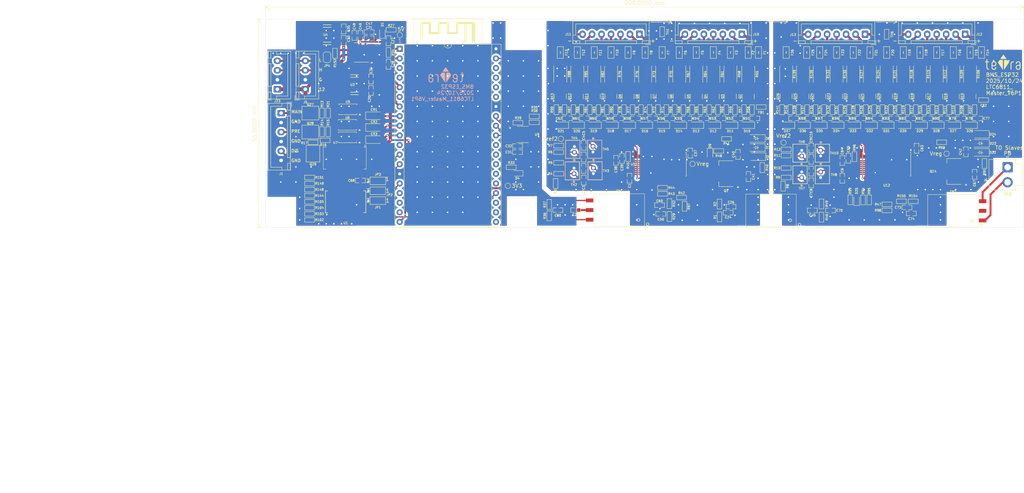
<source format=kicad_pcb>
(kicad_pcb (version 20241229) (generator "pcbnew") (generator_version "9.0")
  (layers (0 "F.Cu" signal) (2 "B.Cu" signal) (13 "F.Paste" user) (15 "B.Paste" user) (5 "F.SilkS" user "F.Silkscreen") (7 "B.SilkS" user "B.Silkscreen") (1 "F.Mask" user) (3 "B.Mask" user) (25 "Edge.Cuts" user))
  (net 0 "")
  (net 1 "+3V3")
  (net 2 "GND")
  (net 3 "+5V")
  (net 4 "Net-(C30-Pad2)")
  (net 5 "Net-(U11-V+)")
  (net 6 "Net-(D1-A)")
  (net 7 "/CAN/CAN_L")
  (net 8 "Net-(U11-Vref1)")
  (net 9 "Net-(U12-Vref1)")
  (net 10 "Net-(U12-V+)")
  (net 11 "/MCU/IP")
  (net 12 "/MCU/NRST")
  (net 13 "Net-(Q10-G)")
  (net 14 "Net-(Q10-D)")
  (net 15 "/Slaves/LTC6811_1/Vref2")
  (net 16 "/MCU/IM")
  (net 17 "/Slaves/LTC6811_1/Vreg")
  (net 18 "Net-(C41-Pad1)")
  (net 19 "Net-(U12-ISOMD)")
  (net 20 "Net-(U12-WDT)")
  (net 21 "Net-(U12-DTEN)")
  (net 22 "Net-(U12-IBIAS)")
  (net 23 "Net-(U12-ICMP)")
  (net 24 "Net-(Q3-D)")
  (net 25 "Net-(Q3-G)")
  (net 26 "/MCU/HSPI_SCK")
  (net 27 "Net-(Q4-D)")
  (net 28 "Net-(Q4-G)")
  (net 29 "Net-(Q5-D)")
  (net 30 "Net-(Q5-G)")
  (net 31 "Net-(Q6-D)")
  (net 32 "Net-(Q6-G)")
  (net 33 "/Slaves/MB")
  (net 34 "Net-(Q11-D)")
  (net 35 "Net-(Q11-G)")
  (net 36 "Net-(Q12-D)")
  (net 37 "Net-(Q12-G)")
  (net 38 "Net-(Q13-D)")
  (net 39 "Net-(Q13-G)")
  (net 40 "/Slaves/PB")
  (net 41 "Net-(Q7-D)")
  (net 42 "Net-(Q7-G)")
  (net 43 "Net-(Q8-D)")
  (net 44 "Net-(Q8-G)")
  (net 45 "Net-(Q9-D)")
  (net 46 "Net-(Q9-G)")
  (net 49 "/MCU/INTB")
  (net 50 "/MCU/HSPI_MISO")
  (net 51 "/MCU/HSPI_MOSI")
  (net 52 "Net-(D4-A)")
  (net 53 "/CAN/CAN_H")
  (net 54 "Net-(D9-K)")
  (net 55 "Net-(D25-K)")
  (net 56 "GND_PACK")
  (net 57 "/CAN/RXD")
  (net 58 "/CAN/TXD")
  (net 59 "Net-(Q2-G)")
  (net 60 "Net-(Q2-D)")
  (net 61 "Net-(Q15-D)")
  (net 62 "Net-(Q15-G)")
  (net 63 "Net-(Q16-G)")
  (net 64 "Net-(Q16-D)")
  (net 65 "Net-(Q17-G)")
  (net 66 "Net-(Q17-D)")
  (net 67 "Net-(Q18-G)")
  (net 68 "Net-(Q18-D)")
  (net 69 "Net-(Q19-D)")
  (net 70 "Net-(Q19-G)")
  (net 71 "Net-(Q20-D)")
  (net 72 "Net-(Q20-G)")
  (net 73 "Net-(Q21-D)")
  (net 74 "Net-(Q21-G)")
  (net 75 "Net-(Q22-G)")
  (net 76 "Net-(Q22-D)")
  (net 77 "Net-(Q23-G)")
  (net 78 "Net-(Q23-D)")
  (net 79 "Net-(Q24-D)")
  (net 80 "Net-(Q24-G)")
  (net 81 "Net-(Q25-G)")
  (net 82 "Net-(Q25-D)")
  (net 83 "Net-(Q26-D)")
  (net 84 "Net-(Q26-G)")
  (net 85 "/Slaves/LTC6811_1/T2")
  (net 86 "/Slaves/LTC6811_1/T3")
  (net 87 "/Slaves/LTC6811_1/T4")
  (net 88 "/Slaves/LTC6811_1/T5")
  (net 89 "/Slaves/LTC6811_1/T1")
  (net 90 "/Slaves/LTC6811_1/cell12/C")
  (net 91 "Net-(U11-IBIAS)")
  (net 92 "Net-(U11-ICMP)")
  (net 93 "Net-(U11-ISOMD)")
  (net 94 "Net-(U11-WDT)")
  (net 95 "Net-(U11-DTEN)")
  (net 96 "/Slaves/LTC6811_1/cell11/C")
  (net 97 "/Slaves/LTC6811_1/cell10/C")
  (net 98 "/Slaves/LTC6811_1/cell10/CM")
  (net 101 "/Slaves/LTC6811_1/cell8/C")
  (net 102 "/Slaves/LTC6811_1/cell7/C")
  (net 103 "/Slaves/LTC6811_1/cell6/C")
  (net 104 "/Slaves/LTC6811_1/cell5/C")
  (net 105 "/Slaves/LTC6811_1/cell4/C")
  (net 106 "/Slaves/LTC6811_1/cell3/C")
  (net 107 "/Slaves/LTC6811_1/cell2/C")
  (net 108 "/Slaves/LTC6811_1/cell1/C")
  (net 109 "/Slaves/LTC6811_2/Vref2")
  (net 110 "/Slaves/LTC6811_2/Vreg")
  (net 111 "Net-(C67-Pad1)")
  (net 112 "/Slaves/LTC6811_2/T2")
  (net 113 "/Slaves/LTC6811_2/T3")
  (net 114 "/Slaves/LTC6811_2/T4")
  (net 115 "/Slaves/LTC6811_2/T5")
  (net 116 "/Slaves/LTC6811_2/T1")
  (net 117 "/Slaves/LTC6811_2/cell12/C")
  (net 118 "/Slaves/LTC6811_2/cell11/C")
  (net 119 "/Slaves/LTC6811_2/cell10/C")
  (net 120 "/Slaves/LTC6811_2/cell10/CM")
  (net 121 "/Slaves/LTC6811_2/cell8/C")
  (net 122 "/Slaves/LTC6811_2/cell7/C")
  (net 123 "/Slaves/LTC6811_2/cell6/C")
  (net 124 "/Slaves/LTC6811_2/cell5/C")
  (net 125 "/Slaves/LTC6811_2/cell4/C")
  (net 126 "/Slaves/LTC6811_2/cell3/C")
  (net 127 "/Slaves/LTC6811_2/cell2/C")
  (net 128 "/Slaves/LTC6811_2/cell1/C")
  (net 129 "/Slaves/LTC6811_1/BAT+")
  (net 130 "/Slaves/LTC6811_2/BAT+")
  (net 131 "/Slaves/LTC6811_1/cell12/C+")
  (net 132 "/Slaves/LTC6811_1/C12")
  (net 133 "/Slaves/LTC6811_1/cell11/C+")
  (net 134 "/Slaves/LTC6811_1/C11")
  (net 135 "/Slaves/LTC6811_1/C10")
  (net 136 "/Slaves/LTC6811_1/cell10/C+")
  (net 137 "/Slaves/LTC6811_1/C9")
  (net 138 "/Slaves/LTC6811_1/cell10/C-")
  (net 139 "/Slaves/LTC6811_1/cell8/C+")
  (net 140 "/Slaves/LTC6811_1/C8")
  (net 141 "/Slaves/LTC6811_1/C7")
  (net 142 "/Slaves/LTC6811_1/cell7/C+")
  (net 143 "/Slaves/LTC6811_1/C6")
  (net 144 "/Slaves/LTC6811_1/cell6/C+")
  (net 145 "/Slaves/LTC6811_1/C5")
  (net 146 "/Slaves/LTC6811_1/cell5/C+")
  (net 147 "/Slaves/LTC6811_1/C4")
  (net 148 "/Slaves/LTC6811_1/cell4/C+")
  (net 149 "/Slaves/LTC6811_1/C3")
  (net 150 "/Slaves/LTC6811_1/cell3/C+")
  (net 151 "/Slaves/LTC6811_1/cell2/C+")
  (net 152 "/Slaves/LTC6811_1/C2")
  (net 153 "/Slaves/LTC6811_1/cell1/C+")
  (net 154 "/Slaves/LTC6811_1/C1")
  (net 155 "/Slaves/LTC6811_1/C1_G")
  (net 156 "/Slaves/LTC6811_2/C12")
  (net 157 "/Slaves/LTC6811_2/cell12/C+")
  (net 158 "/Slaves/LTC6811_2/C11")
  (net 159 "/Slaves/LTC6811_2/cell11/C+")
  (net 160 "/Slaves/LTC6811_2/C10")
  (net 161 "/Slaves/LTC6811_2/cell10/C+")
  (net 162 "/Slaves/LTC6811_2/cell10/C-")
  (net 163 "/Slaves/LTC6811_2/C9")
  (net 164 "/Slaves/LTC6811_2/C8")
  (net 165 "/Slaves/LTC6811_2/cell8/C+")
  (net 166 "/Slaves/LTC6811_2/cell7/C+")
  (net 167 "/Slaves/LTC6811_2/C7")
  (net 168 "/Slaves/LTC6811_2/cell6/C+")
  (net 169 "/Slaves/LTC6811_2/C6")
  (net 170 "/Slaves/LTC6811_2/cell5/C+")
  (net 171 "/Slaves/LTC6811_2/C5")
  (net 172 "/Slaves/LTC6811_2/C4")
  (net 173 "/Slaves/LTC6811_2/cell4/C+")
  (net 174 "/Slaves/LTC6811_2/C3")
  (net 175 "/Slaves/LTC6811_2/cell3/C+")
  (net 176 "/Slaves/LTC6811_2/C2")
  (net 177 "/Slaves/LTC6811_2/cell2/C+")
  (net 178 "/Slaves/LTC6811_2/C1")
  (net 179 "/Slaves/LTC6811_2/cell1/C+")
  (net 180 "/Slaves/LTC6811_2/C1_G")
  (net 181 "/Slaves/LTC6811_1/DRIVE")
  (net 182 "/Slaves/LTC6811_2/DRIVE")
  (net 183 "Net-(U9-ICMP)")
  (net 184 "Net-(U9-IBIAS)")
  (net 185 "/Slaves/LTC6811_1/IPB")
  (net 186 "/Slaves/LTC6811_1/IMB")
  (net 187 "/Slaves/LTC6811_1/cell12/S")
  (net 188 "/Slaves/LTC6811_1/cell11/S")
  (net 189 "/Slaves/LTC6811_1/cell10/S")
  (net 190 "/Slaves/LTC6811_1/cell9/S")
  (net 191 "/Slaves/LTC6811_1/cell8/S")
  (net 192 "/Slaves/LTC6811_1/cell7/S")
  (net 193 "/Slaves/LTC6811_1/cell6/S")
  (net 194 "/Slaves/LTC6811_1/cell5/S")
  (net 195 "/Slaves/LTC6811_1/cell4/S")
  (net 196 "/Slaves/LTC6811_1/cell3/S")
  (net 197 "/Slaves/LTC6811_1/cell2/S")
  (net 198 "/Slaves/LTC6811_1/cell1/S")
  (net 199 "/Slaves/LTC6811_2/IPB")
  (net 200 "/Slaves/LTC6811_2/IMB")
  (net 201 "/Slaves/LTC6811_2/cell12/S")
  (net 202 "/Slaves/LTC6811_2/cell11/S")
  (net 203 "/Slaves/LTC6811_2/cell10/S")
  (net 204 "/Slaves/LTC6811_2/cell9/S")
  (net 205 "/Slaves/LTC6811_2/cell8/S")
  (net 206 "/Slaves/LTC6811_2/cell7/S")
  (net 207 "/Slaves/LTC6811_2/cell6/S")
  (net 208 "/Slaves/LTC6811_2/cell5/S")
  (net 209 "/Slaves/LTC6811_2/cell4/S")
  (net 210 "/Slaves/LTC6811_2/cell3/S")
  (net 211 "/Slaves/LTC6811_2/cell2/S")
  (net 212 "/Slaves/LTC6811_2/cell1/S")
  (net 231 "Net-(C45-Pad1)")
  (net 232 "Net-(C70-Pad1)")
  (net 233 "Net-(C73-Pad2)")
  (net 234 "/Slaves/LTC6811_2/IMA")
  (net 235 "/Slaves/LTC6811_2/IPA")
  (net 236 "Net-(C24-Pad1)")
  (net 237 "Net-(C26-Pad1)")
  (net 238 "Net-(C74-Pad1)")
  (net 239 "Net-(C50-Pad1)")
  (net 242 "/MCU/INTA")
  (net 249 "/MCU/HSPI_CS")
  (net 250 "/MCU/VSPI_MISO")
  (net 251 "/MCU/VSPI_MOSI")
  (net 252 "/MCU/VSPI_CS")
  (net 253 "/MCU/VSPI_SCK")
  (net 254 "Net-(JP1-C)")
  (net 255 "Net-(JP2-C)")
  (net 256 "Net-(JP3-C)")
  (net 257 "Net-(U1-GPA0)")
  (net 258 "Net-(U1-GPA1)")
  (net 259 "Net-(U1-GPA2)")
  (net 260 "Net-(U1-GPA3)")
  (net 261 "Net-(U1-GPA4)")
  (net 262 "Net-(U1-GPA5)")
  (net 263 "Net-(U1-GPA6)")
  (net 264 "Net-(U1-GPA7)")
  (net 266 "Net-(C69-Pad1)")
  (net 267 "/Slaves/LTC6811_1/IPA")
  (net 268 "/Slaves/LTC6811_1/IMA")
  (net 269 "Net-(C29-Pad2)")
  (net 270 "Net-(JP4-B)")
  (net 271 "Net-(CR1-Pad1)")
  (net 272 "Net-(Q27-G)")
  (net 273 "Net-(R21-Pad1)")
  (net 274 "+12V")
  (net 276 "/MCU/Main_Relay_Control")
  (net 277 "Net-(CR2-Pad1)")
  (net 278 "/MCU/Precharge_Relay_Control")
  (net 279 "/MCU/Discharge_Relay_Control")
  (net 280 "Net-(CR3-Pad1)")
  (net 281 "/MCU/Precharge_Relay")
  (net 282 "/MCU/Main_Relay")
  (net 283 "/MCU/Discharge_Relay")
  (net 284 "Net-(Q28-G)")
  (net 285 "Net-(Q29-G)")
  (net 286 "Net-(R15-Pad1)")
  (net 287 "Net-(R17-Pad1)")
  (footprint "RF_Module:ESP32-DevKitc V4_DIP-38_27.9mm×48.2mm" (layer "F.Cu") (at 134.095 99.811928)
    (property "Reference" "U8" (hide yes))
    (property "Value" "ESP32-DevKitC V4" (hide yes))
  )
  (footprint "LED_SMD:LED_0603_1608Metric" (layer "F.Cu") (at 255.9 92.7 90)
    (property "Reference" "D25")
    (property "Value" "LED Red")
  )
  (footprint "Resistor_SMD:R_0603_1608Metric" (layer "F.Cu") (at 240.6 68.9 90)
    (property "Reference" "R138")
    (property "Value" "3.3K")
  )
  (footprint "Resistor_SMD:R_0603_1608Metric" (layer "F.Cu") (at 289.6 83.1 -90)
    (property "Reference" "R91")
    (property "Value" "100R")
  )
  (footprint "Resistor_SMD:R_0603_1608Metric" (layer "F.Cu") (at 177.3 85.8 180)
    (property "Reference" "R4")
    (property "Value" "10K")
  )
  (footprint "Capacitor_SMD:C_0603_1608Metric" (layer "F.Cu") (at 243.9 82 90)
    (property "Reference" "C9")
    (property "Value" "100nF/100V")
  )
  (footprint "Fuse:Fuse_0805_2012Metric" (layer "F.Cu") (at 191.1 53.8 -90)
    (property "Reference" "F10")
    (property "Value" "MPZ2012S102ATD25")
  )
  (footprint "Jumper:SolderJumper-3_P1.3mm_Open_Pad1.0x1.5mm_NumberLabels" (layer "F.Cu") (at 129.6 87.7 180)
    (property "Reference" "JP3")
    (property "Value" "SolderJumper_3_Bridged12")
  )
  (footprint "Capacitor_SMD:C_0603_1608Metric" (layer "F.Cu") (at 256.975 71.2)
    (property "Reference" "C84")
    (property "Value" "100nF/100V")
  )
  (footprint "Resistor_SMD:R_0603_1608Metric" (layer "F.Cu") (at 219.7 93.825 -90)
    (property "Reference" "R2")
    (property "Value" "49.9R")
  )
  (footprint "Diode_SMD:D_SOD-323_HandSoldering" (layer "F.Cu") (at 209.05 73 180)
    (property "Reference" "D14")
    (property "Value" "PDZ7.5B")
  )
  (footprint "Fuse:Fuse_0805_2012Metric" (layer "F.Cu") (at 213.6 53.8 -90)
    (property "Reference" "F5")
    (property "Value" "MPZ2012S102ATD25")
  )
  (footprint "Resistor_SMD:R_0603_1608Metric" (layer "F.Cu") (at 114.9 74.7 90)
    (property "Reference" "R14")
    (property "Value" "10K")
  )
  (footprint "Capacitor_SMD:C_0603_1608Metric" (layer "F.Cu") (at 127.8085 60.775001 90)
    (property "Reference" "C34")
    (property "Value" "1uF/25V")
  )
  (footprint "Fuse:Fuse_0805_2012Metric" (layer "F.Cu") (at 268.2 53.8 -90)
    (property "Reference" "F19")
    (property "Value" "MPZ2012S102ATD25")
  )
  (footprint "Capacitor_SMD:C_0603_1608Metric" (layer "F.Cu") (at 179.6 71.2)
    (property "Reference" "C62")
    (property "Value" "100nF/100V")
  )
  (footprint "Capacitor_SMD:C_0603_1608Metric" (layer "F.Cu") (at 120.6 47.575 90)
    (property "Reference" "C35")
    (property "Value" "1uF/25V")
  )
  (footprint "Resistor_SMD:R_0603_1608Metric" (layer "F.Cu") (at 219.5 79.8)
    (property "Reference" "R48")
    (property "Value" "1.2K")
  )
  (footprint "Resistor_SMD:R_2512_6332Metric" (layer "F.Cu") (at 263.8 59.5 -90)
    (property "Reference" "R121")
    (property "Value" "36R 1W 2512")
  )
  (footprint "Resistor_SMD:R_2512_6332Metric" (layer "F.Cu") (at 177.725 59.5 -90)
    (property "Reference" "R88")
    (property "Value" "36R 1W 2512")
  )
  (footprint "Package_TO_SOT_SMD:TO252-3_ROM" (layer "F.Cu") (at 111.7521 49.1 90)
    (property "Reference" "U4")
    (property "Value" "BD50FC0FP-E2")
  )
  (footprint "Capacitor_SMD:C_0603_1608Metric" (layer "F.Cu") (at 183.9 78.3 -90)
    (property "Reference" "C5")
    (property "Value" "100nF/100V")
  )
  (footprint "TestPoint:TestPoint_Pad_D1.0mm" (layer "F.Cu") (at 212.6 83.2)
    (property "Reference" "TP3" (hide yes))
    (property "Value" "Vreg")
  )
  (footprint "Connector_JST:JST_ZR_B2B-ZR_1x02_P1.50mm_Vertical" (layer "F.Cu") (at 246.4 85.325002 -90)
    (property "Reference" "TH8")
    (property "Value" "10K NTC")
  )
  (footprint "Resistor_SMD:R_0603_1608Metric" (layer "F.Cu") (at 246.6 93.775 -90)
    (property "Reference" "R49")
    (property "Value" "49.9R")
  )
  (footprint "Resistor_SMD:R_0603_1608Metric" (layer "F.Cu") (at 262.7 68.9 90)
    (property "Reference" "R123")
    (property "Value" "3.3K")
  )
  (footprint "Resistor_SMD:R_2512_6332Metric" (layer "F.Cu") (at 277 59.5 -90)
    (property "Reference" "R112")
    (property "Value" "36R 1W 2512")
  )
  (footprint "TestPoint:TestPoint_Pad_D1.0mm" (layer "F.Cu") (at 177.9 76.6)
    (property "Reference" "TP4" (hide yes))
    (property "Value" "Vref2")
  )
  (footprint "Capacitor_SMD:C_0603_1608Metric" (layer "F.Cu") (at 125 87.6 180)
    (property "Reference" "C68")
    (property "Value" "100nF/100V")
  )
  (footprint "Capacitor_SMD:C_0603_1608Metric" (layer "F.Cu") (at 212 80.375 -90)
    (property "Reference" "C37")
    (property "Value" "100nF/100V")
  )
  (footprint "Diode_SMD:D_SOD-323_HandSoldering" (layer "F.Cu") (at 237.55 73 180)
    (property "Reference" "D37")
    (property "Value" "PDZ7.5B")
  )
  (footprint "Resistor_SMD:R_0603_1608Metric" (layer "F.Cu") (at 176.675 68.9 90)
    (property "Reference" "R90")
    (property "Value" "3.3K")
  )
  (footprint "Diode_SMD:D_SOD-323_HandSoldering" (layer "F.Cu") (at 222.55 73 180)
    (property "Reference" "D11")
    (property "Value" "PDZ7.5B")
  )
  (footprint "Resistor_SMD:R_0603_1608Metric" (layer "F.Cu") (at 217 68.9 90)
    (property "Reference" "R63")
    (property "Value" "3.3K")
  )
  (footprint "Capacitor_SMD:C_0603_1608Metric" (layer "F.Cu") (at 184.1 71.2)
    (property "Reference" "C61")
    (property "Value" "100nF/100V")
  )
  (footprint "Resistor_SMD:R_2512_6332Metric" (layer "F.Cu") (at 246.15 59.5 -90)
    (property "Reference" "R133")
    (property "Value" "36R 1W 2512")
  )
  (footprint "Resistor_SMD:R_0603_1608Metric" (layer "F.Cu") (at 271.5 68.9 90)
    (property "Reference" "R117")
    (property "Value" "3.3K")
  )
  (footprint "Resistor_SMD:R_0603_1608Metric" (layer "F.Cu") (at 204.6 48.3 -90)
    (property "Reference" "TH1")
    (property "Value" "10K NTC SMD")
  )
  (footprint "MountingHole:MountingHole_3.2mm_M3_ISO7380" (layer "F.Cu") (at 295.9 49.1)
    (property "Reference" "J19" (hide yes))
    (property "Value" "Hole /NC")
  )
  (footprint "Capacitor_SMD:C_0603_1608Metric" (layer "F.Cu") (at 243.9 79 -90)
    (property "Reference" "C10")
    (property "Value" "100nF/100V")
  )
  (footprint "Capacitor_SMD:C_0603_1608Metric" (layer "F.Cu") (at 243.9 88.2 90)
    (property "Reference" "C7")
    (property "Value" "100nF/100V")
  )
  (footprint "Transformer_SMD:HM2108NL" (layer "F.Cu") (at 233.3 95.5 90)
    (property "Reference" "TR3")
    (property "Value" "HM2108NL")
  )
  (footprint "Resistor_SMD:R_0603_1608Metric" (layer "F.Cu") (at 203.5 68.9 90)
    (property "Reference" "R72")
    (property "Value" "3.3K")
  )
  (footprint "Diode_SMD:D_SOD-123F" (layer "F.Cu") (at 229.675 81.3 180)
    (property "Reference" "D8")
    (property "Value" "BZT52H-C62")
  )
  (footprint "Package_TO_SOT_SMD:SOT-23" (layer "F.Cu") (at 246.15 65.4 90)
    (property "Reference" "Q24")
    (property "Value" "TSM2323")
  )
  (footprint "Resistor_SMD:R_0603_1608Metric" (layer "F.Cu") (at 263.9 95.5 180)
    (property "Reference" "R98")
    (property "Value" "1K")
  )
  (footprint "Capacitor_SMD:C_0603_1608Metric" (layer "F.Cu") (at 222 96.1)
    (property "Reference" "C24")
    (property "Value" "10nF/100V")
  )
  (footprint "Capacitor_SMD:C_0603_1608Metric" (layer "F.Cu") (at 181.8 95.4)
    (property "Reference" "C29")
    (property "Value" "10nF/100V")
  )
  (footprint "Resistor_SMD:R_2512_6332Metric" (layer "F.Cu") (at 268.2 59.5 -90)
    (property "Reference" "R118")
    (property "Value" "36R 1W 2512")
  )
  (footprint "Package_TO_SOT_SMD:SOT-23" (layer "F.Cu") (at 200.1 65.4 90)
    (property "Reference" "Q8")
    (property "Value" "TSM2323")
  )
  (footprint "Button_Switch_SMD:SW_218-8LPSTJ_11.33×6.05_P1.27" (layer "F.Cu") (at 120.9 81.7 -90)
    (property "Reference" "SW1" (hide yes))
    (property "Value" "218-8LPSTJ")
  )
  (footprint "Resistor_SMD:R_0603_1608Metric" (layer "F.Cu") (at 195.6 81.275 90)
    (property "Reference" "R45")
    (property "Value" "0")
  )
  (footprint "Capacitor_SMD:C_0603_1608Metric" (layer "F.Cu") (at 183.9 87.5 90)
    (property "Reference" "C2")
    (property "Value" "100nF/100V")
  )
  (footprint "Diode_SMD:D_SOD-323_HandSoldering" (layer "F.Cu") (at 241.7 73 180)
    (property "Reference" "D36")
    (property "Value" "PDZ7.5B")
  )
  (footprint "Resistor_SMD:R_0603_1608Metric" (layer "F.Cu") (at 256.1 68.9 90)
    (property "Reference" "R128")
    (property "Value" "100R")
  )
  (footprint "Resistor_SMD:R_0603_1608Metric" (layer "F.Cu") (at 207.9 68.9 90)
    (property "Reference" "R69")
    (property "Value" "3.3K")
  )
  (footprint "Package_TO_SOT_SMD:SOT-23" (layer "F.Cu") (at 222.6 65.4 90)
    (property "Reference" "Q3")
    (property "Value" "TSM2323")
  )
  (footprint "Resistor_SMD:R_0603_1608Metric" (layer "F.Cu") (at 231 84.2 -90)
    (property "Reference" "R40")
    (property "Value" "100R")
  )
  (footprint "TestPoint:TestPoint_Pad_D1.0mm" (layer "F.Cu") (at 163.9 89)
    (property "Reference" "TP2" (hide yes))
    (property "Value" "3V3")
  )
  (footprint "Resistor_SMD:R_0603_1608Metric" (layer "F.Cu") (at 226.2 68.9 90)
    (property "Reference" "R57")
    (property "Value" "3.3K")
  )
  (footprint "Resistor_SMD:R_0603_1608Metric" (layer "F.Cu") (at 237.3 81 180)
    (property "Reference" "R11")
    (property "Value" "10K")
  )
  (footprint "Resistor_SMD:R_2512_6332Metric" (layer "F.Cu") (at 213.6 59.5 -90)
    (property "Reference" "R64")
    (property "Value" "36R 1W 2512")
  )
  (footprint "Resistor_SMD:R_0603_1608Metric" (layer "F.Cu") (at 257.6 92.7125 90)
    (property "Reference" "R94")
    (property "Value" "0")
  )
  (footprint "Resistor_SMD:R_0603_1608Metric" (layer "F.Cu") (at 206.5 93.7 -90)
    (property "Reference" "R32")
    (property "Value" "51R")
  )
  (footprint "Resistor_SMD:R_0603_1608Metric" (layer "F.Cu") (at 178.825 68.9 90)
    (property "Reference" "R89")
    (property "Value" "100R")
  )
  (footprint "Capacitor_SMD:C_0603_1608Metric" (layer "F.Cu") (at 248.125 71.2)
    (property "Reference" "C86")
    (property "Value" "100nF/100V")
  )
  (footprint "Resistor_SMD:R_0603_1608Metric" (layer "F.Cu") (at 111.6 86.8)
    (property "Reference" "R151")
    (property "Value" "10K")
  )
  (footprint "Capacitor_SMD:C_0603_1608Metric" (layer "F.Cu") (at 204.225 96.4 180)
    (property "Reference" "C50")
    (property "Value" "10nF/100V")
  )
  (footprint "Capacitor_SMD:C_0603_1608Metric" (layer "F.Cu") (at 166.45 80.1 180)
    (property "Reference" "C31")
    (property "Value" "1uF/25V")
  )
  (footprint "Resistor_SMD:R_2512_6332Metric" (layer "F.Cu") (at 209.1 59.5 -90)
    (property "Reference" "R67")
    (property "Value" "36R 1W 2512")
  )
  (footprint "Package_TO_SOT_SMD:SOT-23" (layer "F.Cu") (at 213.6 65.4 90)
    (property "Reference" "Q5")
    (property "Value" "TSM2323")
  )
  (footprint "Fuse:Fuse_0805_2012Metric" (layer "F.Cu") (at 250.6 53.8 -90)
    (property "Reference" "F23")
    (property "Value" "MPZ2012S102ATD25")
  )
  (footprint "Capacitor_SMD:C_0603_1608Metric" (layer "F.Cu") (at 249 95.5)
    (property "Reference" "C70")
    (property "Value" "10nF/100V")
  )
  (footprint "Package_TO_SOT_SMD:SOT-23" (layer "F.Cu") (at 186.7 65.4 90)
    (property "Reference" "Q11")
    (property "Value" "TSM2323")
  )
  (footprint "Resistor_SMD:R_0603_1608Metric" (layer "F.Cu") (at 112.5 77.5 180)
    (property "Reference" "R16")
    (property "Value" "10K")
  )
  (footprint "Resistor_SMD:R_0603_1608Metric" (layer "F.Cu") (at 237.3 84.3 180)
    (property "Reference" "R10")
    (property "Value" "10K")
  )
  (footprint "Capacitor_SMD:C_0603_1608Metric" (layer "F.Cu") (at 203.9 94.1)
    (property "Reference" "C69")
    (property "Value" "10nF/100V")
  )
  (footprint "Package_TO_SOT_SMD:SOT-23" (layer "F.Cu") (at 241.75 65.4 90)
    (property "Reference" "Q25")
    (property "Value" "TSM2323")
  )
  (footprint "Fuse:Fuse_0805_2012Metric" (layer "F.Cu") (at 285.8 53.8 -90)
    (property "Reference" "F15")
    (property "Value" "MPZ2012S102ATD25")
  )
  (footprint "Resistor_SMD:R_0603_1608Metric" (layer "F.Cu") (at 237.3 86.8 180)
    (property "Reference" "R9")
    (property "Value" "10K")
  )
  (footprint "Connector_JST:JST_ZR_B2B-ZR_1x02_P1.50mm_Vertical" (layer "F.Cu") (at 186.4477 84.2834 -90)
    (property "Reference" "TH3")
    (property "Value" "10K NTC")
  )
  (footprint "Capacitor_SMD:C_0603_1608Metric" (layer "F.Cu") (at 265.775 71.2)
    (property "Reference" "C82")
    (property "Value" "100nF/100V")
  )
  (footprint "Capacitor_SMD:C_0603_1608Metric" (layer "F.Cu") (at 211.075 71.2)
    (property "Reference" "C55")
    (property "Value" "100nF/100V")
  )
  (footprint "Resistor_SMD:R_0603_1608Metric" (layer "F.Cu") (at 177.3 78.4 180)
    (property "Reference" "R7")
    (property "Value" "10K")
  )
  (footprint "Fuse:Fuse_0805_2012Metric" (layer "F.Cu") (at 227.3 53.8 -90)
    (property "Reference" "F2")
    (property "Value" "MPZ2012S102ATD25")
  )
  (footprint "Resistor_SMD:R_0603_1608Metric" (layer "F.Cu") (at 115.7 77 180)
    (property "Reference" "R17")
    (property "Value" "1K")
  )
  (footprint "Package_TO_SOT_SMD:SOT-23" (layer "F.Cu") (at 268.2 65.4 90)
    (property "Reference" "Q19")
    (property "Value" "TSM2323")
  )
  (footprint "Resistor_SMD:R_0603_1608Metric" (layer "F.Cu") (at 201.3 68.9 90)
    (property "Reference" "R74")
    (property "Value" "100R")
  )
  (footprint "Package_TO_SOT_SMD:SOT-23" (layer "F.Cu") (at 227.3 65.4 90)
    (property "Reference" "Q2")
    (property "Value" "TSM2323")
  )
  (footprint "Capacitor_SMD:C_0603_1608Metric" (layer "F.Cu") (at 206.575 71.2)
    (property "Reference" "C56")
    (property "Value" "100nF/100V")
  )
  (footprint "Package_SO:TSSOP-48_6.1x12.5mm_P0.5mm" (layer "F.Cu") (at 204.6 83.3 -90)
    (property "Reference" "U11")
    (property "Value" "LTC6811HG-1")
  )
  (footprint "Capacitor_SMD:C_0603_1608Metric" (layer "F.Cu") (at 224.6 80.7 90)
    (property "Reference" "C40")
    (property "Value" "4.7uF/16V")
  )
  (footprint "Capacitor_SMD:C_0603_1608Metric" (layer "F.Cu") (at 193.075 71.2)
    (property "Reference" "C59")
    (property "Value" "100nF/100V")
  )
  (footprint "Diode_SMD:D_SOD-123F" (layer "F.Cu") (at 128.6 70.5)
    (property "Reference" "CR1")
    (property "Value" "S-562T")
  )
  (footprint "Resistor_SMD:R_0603_1608Metric" (layer "F.Cu") (at 282.5 68.9 90)
    (property "Reference" "R110")
    (property "Value" "100R")
  )
  (footprint "Fuse:Fuse_0805_2012Metric" (layer "F.Cu") (at 288.8 53.8 -90)
    (property "Reference" "F14")
    (property "Value" "MPZ2012S102ATD25")
  )
  (footprint "Fuse:Fuse_0805_2012Metric" (layer "F.Cu") (at 200.1 53.8 -90)
    (property "Reference" "F8")
    (property "Value" "MPZ2012S102ATD25")
  )
  (footprint "Fuse:Fuse_0805_2012Metric" (layer "F.Cu") (at 204.6 53.8 -90)
    (property "Reference" "F7")
    (property "Value" "MPZ2012S102ATD25")
  )
  (footprint "Resistor_SMD:R_0603_1608Metric" (layer "F.Cu") (at 254.2 92.6875 90)
    (property "Reference" "R99")
    (property "Value" "1.2K")
  )
  (footprint "Capacitor_SMD:C_0603_1608Metric" (layer "F.Cu") (at 261.375 71.2)
    (property "Reference" "C83")
    (property "Value" "100nF/100V")
  )
  (footprint "Diode_SMD:D_SOD-323_HandSoldering" (layer "F.Cu") (at 281.35 73 180)
    (property "Reference" "D27")
    (property "Value" "PDZ7.5B")
  )
  (footprint "Package_TO_SOT_SMD:SOT-23" (layer "F.Cu") (at 195.6 65.4 90)
    (property "Reference" "Q9")
    (property "Value" "TSM2323")
  )
  (footprint "Package_TO_SOT_SMD:SOT-23" (layer "F.Cu") (at 263.8 65.4 90)
    (property "Reference" "Q20")
    (property "Value" "TSM2323")
  )
  (footprint "Diode_SMD:D_SOD-323_HandSoldering" (layer "F.Cu") (at 259.35 73 180)
    (property "Reference" "D32")
    (property "Value" "PDZ7.5B")
  )
  (footprint "Capacitor_SMD:C_0603_1608Metric" (layer "F.Cu") (at 188.575 71.2)
    (property "Reference" "C60")
    (property "Value" "100nF/100V")
  )
  (footprint "Resistor_SMD:R_2512_6332Metric" (layer "F.Cu") (at 241.75 59.5 -90)
    (property "Reference" "R136")
    (property "Value" "36R 1W 2512")
  )
  (footprint "Diode_SMD:D_SOD-323_HandSoldering" (layer "F.Cu") (at 285.75 73 180)
    (property "Reference" "D26")
    (property "Value" "PDZ7.5B")
  )
  (footprint "Resistor_SMD:R_0603_1608Metric" (layer "F.Cu") (at 270.8 93.1)
    (property "Reference" "R154")
    (property "Value" "51R")
  )
  (footprint "Resistor_SMD:R_0603_1608Metric" (layer "F.Cu") (at 187.8 68.9 90)
    (property "Reference" "R83")
    (property "Value" "100R")
  )
  (footprint "Capacitor_SMD:C_0603_1608Metric" (layer "F.Cu") (at 253.7 81.7 90)
    (property "Reference" "C65")
    (property "Value" "1uF/25V")
  )
  (footprint "Resistor_SMD:R_0603_1608Metric" (layer "F.Cu") (at 111.6 91.6)
    (property "Reference" "R144")
    (property "Value" "10K")
  )
  (footprint "Package_TO_SOT_SMD:SOT-23" (layer "F.Cu") (at 182.225 65.4 90)
    (property "Reference" "Q12")
    (property "Value" "TSM2323")
  )
  (footprint "Diode_SMD:D_SOD-323_HandSoldering" (layer "F.Cu") (at 213.55 73 180)
    (property "Reference" "D13")
    (property "Value" "PDZ7.5B")
  )
  (footprint "Resistor_SMD:R_0603_1608Metric" (layer "F.Cu") (at 204.7 89.5 180)
    (property "Reference" "R44")
    (property "Value" "1M")
  )
  (footprint "Connector_JST:JST_ZR_B2B-ZR_1x02_P1.50mm_Vertical" (layer "F.Cu") (at 241.4 81.125001 90)
    (property "Reference" "TH9")
    (property "Value" "10K NTC")
  )
  (footprint "Capacitor_SMD:C_0603_1608Metric" (layer "F.Cu") (at 239.275 71.2)
    (property "Reference" "C88")
    (property "Value" "100nF/100V")
  )
  (footprint "Capacitor_SMD:C_0603_1608Metric" (layer "F.Cu") (at 284.7 80.025 90)
    (property "Reference" "C42")
    (property "Value" "4.7uF/16V")
  )
  (footprint "Diode_SMD:D_SOD-323_HandSoldering" (layer "F.Cu") (at 204.55 73 180)
    (property "Reference" "D15")
    (property "Value" "PDZ7.5B")
  )
  (footprint "Connector_JST:JST_ZR_B2B-ZR_1x02_P1.50mm_Vertical" (layer "F.Cu") (at 241.4 86.825001 90)
    (property "Reference" "TH7")
    (property "Value" "10K NTC")
  )
  (footprint "Capacitor_SMD:C_0603_1608Metric" (layer "F.Cu") (at 202.075 71.2)
    (property "Reference" "C57")
    (property "Value" "100nF/100V")
  )
  (footprint "Resistor_SMD:R_0603_1608Metric" (layer "F.Cu") (at 264.9 68.9 90)
    (property "Reference" "R122")
    (property "Value" "100R")
  )
  (footprint "Resistor_SMD:R_2512_6332Metric" (layer "F.Cu") (at 281.4 59.5 -90)
    (property "Reference" "R109")
    (property "Value" "36R 1W 2512")
  )
  (footprint "Resistor_SMD:R_0603_1608Metric" (layer "F.Cu") (at 230.7 68.2 180)
    (property "Reference" "FB1")
    (property "Value" "BLM18PG330SN1D")
  )
  (footprint "Resistor_SMD:R_0603_1608Metric" (layer "F.Cu") (at 118.3 54 -90)
    (property "Reference" "R153")
    (property "Value" "120R")
  )
  (footprint "TestPoint:TestPoint_Pad_D1.0mm" (layer "F.Cu") (at 135.4 49.2)
    (property "Reference" "TP1" (hide yes))
    (property "Value" "5V")
  )
  (footprint "Resistor_SMD:R_0603_1608Metric" (layer "F.Cu") (at 278.3 77.5 180)
    (property "Reference" "R92")
    (property "Value" "100R")
  )
  (footprint "Resistor_SMD:R_0603_1608Metric" (layer "F.Cu") (at 192.3 68.9 90)
    (property "Reference" "R80")
    (property "Value" "100R")
  )
  (footprint "Resistor_SMD:R_0603_1608Metric" (layer "F.Cu") (at 228.3 68.9 90)
    (property "Reference" "R56")
    (property "Value" "100R")
  )
  (footprint "Resistor_SMD:R_2512_6332Metric" (layer "F.Cu") (at 222.6 59.5 -90)
    (property "Reference" "R58")
    (property "Value" "36R 1W 2512")
  )
  (footprint "Capacitor_SMD:C_0603_1608Metric" (layer "F.Cu") (at 224.575 71.2)
    (property "Reference" "C52")
    (property "Value" "100nF/100V")
  )
  (footprint "Resistor_SMD:R_0603_1608Metric" (layer "F.Cu") (at 249.5 68.9 90)
    (property "Reference" "R132")
    (property "Value" "3.3K")
  )
  (footprint "Capacitor_SMD:C_0603_1608Metric" (layer "F.Cu") (at 194 81.775 90)
    (property "Reference" "C39")
    (property "Value" "1uF/25V")
  )
  (footprint "Resistor_SMD:R_0603_1608Metric" (layer "F.Cu") (at 242.8 68.9 90)
    (property "Reference" "R137")
    (property "Value" "100R")
  )
  (footprint "Capacitor_SMD:C_0603_1608Metric" (layer "F.Cu") (at 120.6 50.625 90)
    (property "Reference" "C33")
    (property "Value" "2.2uF/25V")
  )
  (footprint "Package_SO:SSOP-28_5.3x10.2mm_P0.65mm" (layer "F.Cu") (at 121.1 93.2 90)
    (property "Reference" "U1")
    (property "Value" "MCP23017T-E/SS")
  )
  (footprint "Capacitor_SMD:C_0603_1608Metric" (layer "F.Cu") (at 227.35 86.575 -90)
    (property "Reference" "C41")
    (property "Value" "100nF/100V")
  )
  (footprint "Capacitor_SMD:C_0603_1608Metric" (layer "F.Cu") (at 229.025 71.2)
    (property "Reference" "C51")
    (property "Value" "100nF/100V")
  )
  (footprint "Resistor_SMD:R_0603_1608Metric" (layer "F.Cu") (at 258.3 68.9 90)
    (property "Reference" "R126")
    (property "Value" "3.3K")
  )
  (footprint "Fuse:Fuse_0805_2012Metric" (layer "F.Cu") (at 259.4 53.8 -90)
    (property "Reference" "F21")
    (property "Value" "MPZ2012S102ATD25")
  )
  (footprint "Resistor_SMD:R_0603_1608Metric" (layer "F.Cu") (at 263.9 93.9)
    (property "Reference" "R47")
    (property "Value" "1K")
  )
  (footprint "Package_TO_SOT_SMD:SOT-23" (layer "F.Cu") (at 277 65.4 90)
    (property "Reference" "Q17")
    (property "Value" "TSM2323")
  )
  (footprint "Capacitor_SMD:C_0603_1608Metric" (layer "F.Cu") (at 274.575 71.2)
    (property "Reference" "C80")
    (property "Value" "100nF/100V")
  )
  (footprint "Resistor_SMD:R_0603_1608Metric" (layer "F.Cu") (at 174.8 96.925 -90)
    (property "Reference" "R36")
    (property "Value" "49.9R")
  )
  (footprint "Fuse:Fuse_0805_2012Metric" (layer "F.Cu") (at 209.1 53.8 -90)
    (property "Reference" "F6")
    (property "Value" "MPZ2012S102ATD25")
  )
  (footprint "Resistor_SMD:R_0603_1608Metric" (layer "F.Cu") (at 111.6 90)
    (property "Reference" "R148")
    (property "Value" "10K")
  )
  (footprint "Resistor_SMD:R_0603_1608Metric" (layer "F.Cu") (at 116.5 74.7 -90)
    (property "Reference" "R15")
    (property "Value" "1K")
  )
  (footprint "Resistor_SMD:R_0603_1608Metric" (layer "F.Cu") (at 214.7 68.9 90)
    (property "Reference" "R65")
    (property "Value" "100R")
  )
  (footprint "Package_TO_SOT_SMD:SOT-23" (layer "F.Cu") (at 272.6 65.4 90)
    (property "Reference" "Q18")
    (property "Value" "TSM2323")
  )
  (footprint "Resistor_SMD:R_0603_1608Metric" (layer "F.Cu") (at 223.8 68.9 90)
    (property "Reference" "R59")
    (property "Value" "100R")
  )
  (footprint "Resistor_SMD:R_0603_1608Metric" (layer "F.Cu") (at 267.7 93.1)
    (property "Reference" "R155")
    (property "Value" "51R")
  )
  (footprint "Jumper:SolderJumper-3_P1.3mm_Open_Pad1.0x1.5mm_NumberLabels" (layer "F.Cu") (at 129.6 92.9 180)
    (property "Reference" "JP1")
    (property "Value" "SolderJumper_3_Bridged12")
  )
  (footprint "Resistor_SMD:R_0603_1608Metric" (layer "F.Cu") (at 209.7 92.1)
    (property "Reference" "R42")
    (property "Value" "1K")
  )
  (footprint "Fuse:Fuse_0805_2012Metric" (layer "F.Cu") (at 242.7 53.8 -90)
    (property "Reference" "F25")
    (property "Value" "MPZ2012S102ATD25")
  )
  (footprint "Fuse:Fuse_0805_2012Metric" (layer "F.Cu") (at 230 53.8 -90)
    (property "Reference" "F1")
    (property "Value" "MPZ2012S102ATD25")
  )
  (footprint "Capacitor_SMD:C_0603_1608Metric" (layer "F.Cu") (at 222.75 94.5 180)
    (property "Reference" "C26")
    (property "Value" "10nF/100V")
  )
  (footprint "Package_TO_SOT_SMD:SOT-23" (layer "F.Cu") (at 237.3 65.4 90)
    (property "Reference" "Q26")
    (property "Value" "TSM2323")
  )
  (footprint "Resistor_SMD:R_0603_1608Metric" (layer "F.Cu") (at 133.1 47.8)
    (property "Reference" "R27")
    (property "Value" "470R")
  )
  (footprint "Capacitor_SMD:C_0603_1608Metric" (layer "F.Cu") (at 287 85.975 -90)
    (property "Reference" "C67")
    (property "Value" "100nF/100V")
  )
  (footprint "Connector_JST:JST_XH_B6B-XH-A_1x06_P2.50mm_Vertical" (layer "F.Cu") (at 104.1 69.8 -90)
    (property "Reference" "J1")
    (property "Value" "B6P-XH")
  )
  (footprint "Capacitor_SMD:C_0603_1608Metric" (layer "F.Cu") (at 252.575 71.2)
    (property "Reference" "C85")
    (property "Value" "100nF/100V")
  )
  (footprint "Connector_JST:JST_XH_B7B-XH-A_1x07_P2.50mm_Vertical_BAT_6S" (layer "F.Cu") (at 198.6 49 180)
    (property "Reference" "J11")
    (property "Value" "B7B-XH-A")
  )
  (footprint "Resistor_SMD:R_0603_1608Metric" (layer "F.Cu") (at 111.6 98)
    (property "Reference" "R102")
    (property "Value" "10K")
  )
  (footprint "Capacitor_SMD:C_0603_1608Metric" (layer "F.Cu") (at 127.8085 63.825001 90)
    (property "Reference" "C20")
    (property "Value" "2.2uF/25V")
  )
  (footprint "Connector_JST:JST_ZR_B2B-ZR_1x02_P1.50mm_Vertical" (layer "F.Cu") (at 186.3477 78.5834 -90)
    (property "Reference" "TH5")
    (property "Value" "10K NTC")
  )
  (footprint "Resistor_SMD:R_2512_6332Metric" (layer "F.Cu") (at 186.7 59.5 -90)
    (property "Reference" "R82")
    (property "Value" "36R 1W 2512")
  )
  (footprint "Resistor_SMD:R_0603_1608Metric" (layer "F.Cu") (at 181.2 68.9 90)
    (property "Reference" "R87")
    (property "Value" "3.3K")
  )
  (footprint "TestPoint:TestPoint_Pad_D1.0mm" (layer "F.Cu") (at 279.6 80.5)
    (property "Reference" "TP5" (hide yes))
    (property "Value" "Vreg")
  )
  (footprint "LED_SMD:LED_0603_1608Metric" (layer "F.Cu") (at 130.8 48.6 90)
    (property "Reference" "D1")
    (property "Value" "LED Red")
  )
  (footprint "Resistor_SMD:R_0603_1608Metric" (layer "F.Cu") (at 251.7 68.9 90)
    (property "Reference" "R131")
    (property "Value" "100R")
  )
  (footprint "Resistor_SMD:R_0603_1608Metric" (layer "F.Cu") (at 212.5 68.9 90)
    (property "Reference" "R66")
    (property "Value" "3.3K")
  )
  (footprint "Resistor_SMD:R_0603_1608Metric" (layer "F.Cu") (at 253.9 68.9 90)
    (property "Reference" "R129")
    (property "Value" "3.3K")
  )
  (footprint "MountingHole:MountingHole_3.2mm_M3_ISO7380" (layer "F.Cu") (at 167.6 95.7)
    (property "Reference" "J21" (hide yes))
    (property "Value" "Hole /NC")
  )
  (footprint "Package_TO_SOT_SMD:SOT-23" (layer "F.Cu") (at 204.6 65.4 90)
    (property "Reference" "Q7")
    (property "Value" "TSM2323")
  )
  (footprint "Resistor_SMD:R_0603_1608Metric" (layer "F.Cu") (at 238.4 68.9 90)
    (property "Reference" "R140")
    (property "Value" "100R")
  )
  (footprint "Capacitor_SMD:C_0603_1608Metric" (layer "F.Cu") (at 166.45 78.5)
    (property "Reference" "C32")
    (property "Value" "100nF/100V")
  )
  (footprint "Diode_SMD:D_SOD-123" (layer "F.Cu") (at 229.4 78.9 180)
    (property "Reference" "D7")
    (property "Value" "1N4148W")
  )
  (footprint "Diode_SMD:D_SOD-323_HandSoldering" (layer "F.Cu") (at 272.55 73 180)
    (property "Reference" "D29")
    (property "Value" "PDZ7.5B")
  )
  (footprint "Package_TO_SOT_SMD:SOT-23" (layer "F.Cu") (at 218.1 65.4 90)
    (property "Reference" "Q4")
    (property "Value" "TSM2323")
  )
  (footprint "Resistor_SMD:R_0603_1608Metric" (layer "F.Cu") (at 246.6 97.275 -90)
    (property "Reference" "R46")
    (property "Value" "49.9R")
  )
  (footprint "Package_TO_SOT_SMD:SOT-23" (layer "F.Cu") (at 250.6 65.4 90)
    (property "Reference" "Q23")
    (property "Value" "TSM2323")
  )
  (footprint "Capacitor_SMD:C_0603_1608Metric" (layer "F.Cu") (at 243.9 85.1 -90)
    (property "Reference" "C8")
    (property "Value" "100nF/100V")
  )
  (footprint "Package_TO_SOT_SMD:SOT-23" (layer "F.Cu") (at 191.1 65.4 90)
    (property "Reference" "Q10")
    (property "Value" "TSM2323")
  )
  (footprint "Capacitor_SMD:C_0603_1608Metric" (layer "F.Cu") (at 270.3 96.3 180)
    (property "Reference" "C74")
    (property "Value" "10nF/100V")
  )
  (footprint "Fuse:Fuse_0805_2012Metric" (layer "F.Cu") (at 195.6 53.8 -90)
    (property "Reference" "F9")
    (property "Value" "MPZ2012S102ATD25")
  )
  (footprint "Resistor_SMD:R_0603_1608Metric" (layer "F.Cu") (at 247.3 68.9 90)
    (property "Reference" "R134")
    (property "Value" "100R")
  )
  (footprint "Package_TO_SOT_SMD:TO252-3_ROM" (layer "F.Cu") (at 118.9521 62.3 90)
    (property "Reference" "U3")
    (property "Value" "BD33FC0FP-E2")
  )
  (footprint "Capacitor_SMD:C_0603_1608Metric" (layer "F.Cu") (at 252.1 87 -90)
    (property "Reference" "C6")
    (property "Value" "100nF/100V")
  )
  (footprint "Resistor_SMD:R_2512_6332Metric" (layer "F.Cu") (at 200.1 59.5 -90)
    (property "Reference" "R73")
    (property "Value" "36R 1W 2512")
  )
  (footprint "Resistor_SMD:R_2512_6332Metric" (layer "F.Cu") (at 259.4 59.5 -90)
    (property "Reference" "R124")
    (property "Value" "36R 1W 2512")
  )
  (footprint "Connector_JST:JST_VH_B2P-VH-B_1x02_P3.96mm_Vertical" (layer "F.Cu") (at 295.7 84.1 -90)
    (property "Reference" "J6")
    (property "Value" "B2P-VH-B")
  )
  (footprint "Resistor_SMD:R_0603_1608Metric" (layer "F.Cu") (at 111.6 96.4)
    (property "Reference" "R103")
    (property "Value" "10K")
  )
  (footprint "Diode_SMD:D_SOD-123" (layer "F.Cu") (at 229.4 76.5 180)
    (property "Reference" "D6")
    (property "Value" "1N4148W")
  )
  (footprint "Capacitor_SMD:C_0603_1608Metric" (layer "F.Cu") (at 127.3 50)
    (property "Reference" "C21")
    (property "Value" "1nF/16V")
  )
  (footprint "Symbol:teTra-LOGO" (layer "F.Cu") (at 294.6 56.4)
    (property "Reference" "LOGO1" (hide yes))
    (property "Value" "teTra /NC" (hide yes))
  )
  (footprint "Diode_SMD:D_SOD-323_HandSoldering" (layer "F.Cu") (at 268.15 73 180)
    (property "Reference" "D30")
    (property "Value" "PDZ7.5B")
  )
  (footprint "LED_SMD:LED_0603_1608Metric" (layer "F.Cu") (at 217.2 80.6 -90)
    (property "Reference" "D9")
    (property "Value" "LED Red")
  )
  (footprint "Resistor_SMD:R_0603_1608Metric" (layer "F.Cu") (at 174.8 93.925 -90)
    (property "Reference" "R37")
    (property "Value" "49.9R")
  )
  (footprint "Resistor_SMD:R_0603_1608Metric" (layer "F.Cu") (at 255.3 81.3 90)
    (property "Reference" "R96")
    (property "Value" "0")
  )
  (footprint "Resistor_SMD:R_0603_1608Metric" (layer "F.Cu") (at 259.2 92.7125 90)
    (property "Reference" "R95")
    (property "Value" "1M")
  )
  (footprint "Resistor_SMD:R_0603_1608Metric" (layer "F.Cu") (at 166.55 72.35)
    (property "Reference" "R39")
    (property "Value" "2K")
  )
  (footprint "Fuse:Fuse_0805_2012Metric" (layer "F.Cu") (at 281.4 53.8 -90)
    (property "Reference" "F16")
    (property "Value" "MPZ2012S102ATD25")
  )
  (footprint "Resistor_SMD:R_0603_1608Metric" (layer "F.Cu") (at 190 68.9 90)
    (property "Reference" "R81")
    (property "Value" "3.3K")
  )
  (footprint "Diode_SMD:D_SOD-123" (layer "F.Cu") (at 288.5 80.2 180)
    (property "Reference" "D22")
    (property "Value" "1N4148W")
  )
  (footprint "Package_TO_SOT_SMD:SOT-223" (layer "F.Cu") (at 221.45 85.8 180)
    (property "Reference" "Q1")
    (property "Value" "NSV1C201MZ4")
  )
  (footprint "MountingHole:MountingHole_3.2mm_M3_ISO7380" (layer "F.Cu") (at 296 96)
    (property "Reference" "J4" (hide yes))
    (property "Value" "Hole /NC")
  )
  (footprint "TestPoint:TestPoint_Pad_D1.0mm" (layer "F.Cu") (at 236.6 77.6)
    (property "Reference" "TP6" (hide yes))
    (property "Value" "Vref2")
  )
  (footprint "Resistor_SMD:R_0603_1608Metric" (layer "F.Cu") (at 177.3 80.1 180)
    (property "Reference" "R6")
    (property "Value" "10K")
  )
  (footprint "LED_SMD:LED_0603_1608Metric" (layer "F.Cu") (at 166.4 85.7 180)
    (property "Reference" "D4")
    (property "Value" "LED Red")
  )
  (footprint "Resistor_SMD:R_0603_1608Metric" (layer "F.Cu") (at 275.9 68.9 90)
    (property "Reference" "R114")
    (property "Value" "3.3K")
  )
  (footprint "Resistor_SMD:R_0603_1608Metric" (layer "F.Cu") (at 278.1 68.9 90)
    (property "Reference" "R113")
    (property "Value" "100R")
  )
  (footprint "Capacitor_SMD:C_0603_1608Metric" (layer "F.Cu") (at 271.7 79.1 -90)
    (property "Reference" "C63")
    (property "Value" "100nF/100V")
  )
  (footprint "Resistor_SMD:R_0603_1608Metric" (layer "F.Cu") (at 170.85 70.6625)
    (property "Reference" "R35")
    (property "Value" "1K")
  )
  (footprint "Resistor_SMD:R_0603_1608Metric" (layer "F.Cu") (at 221.5 68.9 90)
    (property "Reference" "R60")
    (property "Value" "3.3K")
  )
  (footprint "Resistor_SMD:R_0603_1608Metric" (layer "F.Cu") (at 263.8 49 -90)
    (property "Reference" "TH6")
    (property "Value" "10K NTC SMD")
  )
  (footprint "Jumper:SolderJumper-2_P1.3mm_Open_RoundedPad1.0x1.5mm" (layer "F.Cu") (at 116.2 55.05 90)
    (property "Reference" "JP4")
    (property "Value" "SolderJumper_2_Open")
  )
  (footprint "Capacitor_SMD:C_0603_1608Metric" (layer "F.Cu") (at 177.1 95.4 180)
    (property "Reference" "C30")
    (property "Value" "10nF/100V")
  )
  (footprint "Fuse:Fuse_0805_2012Metric" (layer "F.Cu") (at 182.225 53.8 -90)
    (property "Reference" "F12")
    (property "Value" "MPZ2012S102ATD25")
  )
  (footprint "Diode_SMD:D_SOD-323_HandSoldering" (layer "F.Cu") (at 186.55 73 180)
    (property "Reference" "D19")
    (property "Value" "PDZ7.5B")
  )
  (footprint "Transformer_SMD:HM2108NL" (layer "F.Cu") (at 281.3 95.6 90)
    (property "Reference" "TR7")
    (property "Value" "HM2108NL")
  )
  (footprint "Resistor_SMD:R_2512_6332Metric" (layer "F.Cu") (at 218.1 59.5 -90)
    (property "Reference" "R61")
    (property "Value" "36R 1W 2512")
  )
  (footprint "Diode_SMD:D_SOD-123F" (layer "F.Cu") (at 128.6 73.6)
    (property "Reference" "CR2")
    (property "Value" "S-562T")
  )
  (footprint "Capacitor_SMD:C_0603_1608Metric" (layer "F.Cu") (at 132.4 50.7 -90)
    (property "Reference" "C27")
    (property "Value" "100nF/100V")
  )
  (footprint "Resistor_SMD:R_0603_1608Metric" (layer "F.Cu") (at 210.5 94.4 -90)
    (property "Reference" "R97")
    (property "Value" "1K")
  )
  (footprint "Capacitor_SMD:C_0603_1608Metric" (layer "F.Cu") (at 220.075 71.2)
    (property "Reference" "C53")
    (property "Value" "100nF/100V")
  )
  (footprint "Diode_SMD:D_SOD-323_HandSoldering" (layer "F.Cu") (at 195.55 73 180)
    (property "Reference" "D17")
    (property "Value" "PDZ7.5B")
  )
  (footprint "Resistor_SMD:R_0603_1608Metric" (layer "F.Cu") (at 199 68.9 90)
    (property "Reference" "R75")
    (property "Value" "3.3K")
  )
  (footprint "Fuse:Fuse_0805_2012Metric" (layer "F.Cu") (at 218.1 53.8 -90)
    (property "Reference" "F4")
    (property "Value" "MPZ2012S102ATD25")
  )
  (footprint "Diode_SMD:D_SOD-323_HandSoldering" (layer "F.Cu") (at 200.05 73 180)
    (property "Reference" "D16")
    (property "Value" "PDZ7.5B")
  )
  (footprint "Connector_JST:JST_XH_B7B-XH-A_1x07_P2.50mm_Vertical_BAT_6S" (layer "F.Cu") (at 225.6 49 180)
    (property "Reference" "J10")
    (property "Value" "B7B-XH-A")
  )
  (footprint "Resistor_SMD:R_0603_1608Metric" (layer "F.Cu") (at 245.05 68.9 90)
    (property "Reference" "R135")
    (property "Value" "3.3K")
  )
  (footprint "Diode_SMD:D_SOD-123F" (layer "F.Cu") (at 288.65 75.4 180)
    (property "Reference" "D24")
    (property "Value" "BZT52H-C62")
  )
  (footprint "Resistor_SMD:R_0603_1608Metric" (layer "F.Cu") (at 194.5 68.9 90)
    (property "Reference" "R78")
    (property "Value" "3.3K")
  )
  (footprint "Resistor_SMD:R_0603_1608Metric" (layer "F.Cu") (at 206.5 97.1 -90)
    (property "Reference" "R29")
    (property "Value" "51R")
  )
  (footprint "Fuse:Fuse_0805_2012Metric" (layer "F.Cu") (at 255 53.8 -90)
    (property "Reference" "F22")
    (property "Value" "MPZ2012S102ATD25")
  )
  (footprint "Fuse:Fuse_0805_2012Metric" (layer "F.Cu") (at 222.6 53.8 -90)
    (property "Reference" "F3")
    (property "Value" "MPZ2012S102ATD25")
  )
  (footprint "Resistor_SMD:R_0603_1608Metric" (layer "F.Cu") (at 196.8 68.9 90)
    (property "Reference" "R77")
    (property "Value" "100R")
  )
  (footprint "Resistor_SMD:R_0603_1608Metric" (layer "F.Cu") (at 219.3 68.9 90)
    (property "Reference" "R62")
    (property "Value" "100R")
  )
  (footprint "Package_SO:TSSOP-48_6.1x12.5mm_P0.5mm" (layer "F.Cu") (at 263.8 83.3 -90)
    (property "Reference" "U12")
    (property "Value" "LTC6811HG-1")
  )
  (footprint "Package_TO_SOT_SMD:SOT-23" (layer "F.Cu") (at 177.725 65.4 90)
    (property "Reference" "Q13")
    (property "Value" "TSM2323")
  )
  (footprint "Resistor_SMD:R_0603_1608Metric" (layer "F.Cu") (at 219.7 97.2 -90)
    (property "Reference" "R1")
    (property "Value" "49.9R")
  )
  (footprint "Package_TO_SOT_SMD:SOT-23" (layer "F.Cu") (at 255 65.4 90)
    (property "Reference" "Q22")
    (property "Value" "TSM2323")
  )
  (footprint "Resistor_SMD:R_0603_1608Metric" (layer "F.Cu") (at 287 68.9 90)
    (property "Reference" "R107")
    (property "Value" "100R")
  )
  (footprint "Resistor_SMD:R_0603_1608Metric" (layer "F.Cu") (at 185.5 68.9 90)
    (property "Reference" "R84")
    (property "Value" "3.3K")
  )
  (footprint "Diode_SMD:D_SOD-323_HandSoldering" (layer "F.Cu") (at 254.95 73 180)
    (property "Reference" "D33")
    (property "Value" "PDZ7.5B")
  )
  (footprint "Resistor_SMD:R_0603_1608Metric" (layer "F.Cu") (at 284.7 68.9 90)
    (property "Reference" "R108")
    (property "Value" "3.3K")
  )
  (footprint "Capacitor_SMD:C_0603_1608Metric" (layer "F.Cu") (at 252.1 82.3 90)
    (property "Reference" "C64")
    (property "Value" "1uF/25V")
  )
  (footprint "MountingHole:MountingHole_3.2mm_M3_ISO7380" (layer "F.Cu") (at 104 49)
    (property "Reference" "J3" (hide yes))
    (property "Value" "Hole /NC")
  )
  (footprint "Capacitor_SMD:C_0603_1608Metric" (layer "F.Cu") (at 123.4 49.3 90)
    (property "Reference" "C48")
    (property "Value" "1nF/16V")
  )
  (footprint "Resistor_SMD:R_2512_6332Metric" (layer "F.Cu") (at 250.6 59.5 -90)
    (property "Reference" "R130")
    (property "Value" "36R 1W 2512")
  )
  (footprint "Fuse:Fuse_0805_2012Metric" (layer "F.Cu") (at 186.7 53.8 -90)
    (property "Reference" "F11")
    (property "Value" "MPZ2012S102ATD25")
  )
  (footprint "Capacitor_SMD:C_0603_1608Metric" (layer "F.Cu") (at 244.2 95.5)
    (property "Reference" "C45")
    (property "Value" "10nF/100V")
  )
  (footprint "Resistor_SMD:R_2512_6332Metric" (layer "F.Cu") (at 272.6 59.5 -90)
    (property "Reference" "R115")
    (property "Value" "36R 1W 2512")
  )
  (footprint "Capacitor_SMD:C_0603_1608Metric" (layer "F.Cu") (at 183.9 84.4 -90)
    (property "Reference" "C3")
    (property "Value" "100nF/100V")
  )
  (footprint "Diode_SMD:D_SOD-323_HandSoldering" (layer "F.Cu") (at 191.05 73 180)
    (property "Reference" "D18")
    (property "Value" "PDZ7.5B")
  )
  (footprint "Resistor_SMD:R_0603_1608Metric" (layer "F.Cu") (at 164.775 84.1 180)
    (property "Reference" "R33")
    (property "Value" "470R")
  )
  (footprint "Resistor_SMD:R_0603_1608Metric" (layer "F.Cu") (at 236.2 68.9 90)
    (property "Reference" "R141")
    (property "Value" "3.3K")
  )
  (footprint "Resistor_SMD:R_0603_1608Metric" (layer "F.Cu") (at 221.575 76.6 180)
    (property "Reference" "R41")
    (property "Value" "100R")
  )
  (footprint "Package_TO_SOT_SMD:SOT-23" (layer "F.Cu") (at 285.8 65.4 90)
    (property "Reference" "Q15")
    (property "Value" "TSM2323")
  )
  (footprint "Fuse:Fuse_0805_2012Metric" (layer "F.Cu") (at 177.725 53.8 -90)
    (property "Reference" "F13")
    (property "Value" "MPZ2012S102ATD25")
  )
  (footprint "Connector_JST:JST_ZR_B2B-ZR_1x02_P1.50mm_Vertical" (layer "F.Cu") (at 181.4523 80.1166 90)
    (property "Reference" "TH4")
    (property "Value" "10K NTC")
  )
  (footprint "Resistor_SMD:R_0603_1608Metric" (layer "F.Cu") (at 114.9 69.8 90)
    (property "Reference" "R13")
    (property "Value" "10K")
  )
  (footprint "Resistor_SMD:R_0603_1608Metric" (layer "F.Cu") (at 289.375 66.35 180)
    (property "Reference" "FB2")
    (property "Value" "BLM18PG330SN1D")
  )
  (footprint "Resistor_SMD:R_2512_6332Metric" (layer "F.Cu") (at 237.3 59.5 -90)
    (property "Reference" "R139")
    (property "Value" "36R 1W 2512")
  )
  (footprint "Connector_JST:JST_XH_B7B-XH-A_1x07_P2.50mm_Vertical_BAT_6S" (layer "F.Cu") (at 258.1 49 180)
    (property "Reference" "J13")
    (property "Value" "B7B-XH-A")
  )
  (footprint "MountingHole:MountingHole_3.2mm_M3_ISO7380" (layer "F.Cu") (at 167.6 49.2)
    (property "Reference" "J18" (hide yes))
    (property "Value" "Hole /NC")
  )
  (footprint "Diode_SMD:D_SOD-323_HandSoldering" (layer "F.Cu") (at 226.975 73 180)
    (property "Reference" "D10")
    (property "Value" "PDZ7.5B")
  )
  (footprint "Fuse:Fuse_0805_2012Metric" (layer "F.Cu") (at 237.3 53.8 -90)
    (property "Reference" "F26")
    (property "Value" "MPZ2012S102ATD25")
  )
  (footprint "Capacitor_SMD:C_0603_1608Metric" (layer "F.Cu") (at 197.575 71.2)
    (property "Reference" "C58")
    (property "Value" "100nF/100V")
  )
  (footprint "Package_SO:SOIC-8_3.9x4.9mm_P1.27mm" (layer "F.Cu") (at 125.3 53.8 180)
    (property "Reference" "U2" (hide yes))
    (property "Value" "MCP2562T-E/SN")
  )
  (footprint "Package_SO:MSOP-16_3x4mm_P0.5mm" (layer "F.Cu") (at 167.825 75.45)
    (property "Reference" "U9")
    (property "Value" "LTC6820")
  )
  (footprint "Resistor_SMD:R_2512_6332Metric" (layer "F.Cu") (at 227.3 59.5 -90)
    (property "Reference" "R55")
    (property "Value" "36R 1W 2512")
  )
  (footprint "Resistor_SMD:R_2512_6332Metric" (layer "F.Cu") (at 204.6 59.5 -90)
    (property "Reference" "R70")
    (property "Value" "36R 1W 2512")
  )
  (footprint "Diode_SMD:D_SOD-323_HandSoldering" (layer "F.Cu") (at 182.075 73 180)
    (property "Reference" "D20")
    (property "Value" "PDZ7.5B")
  )
  (footprint "Resistor_SMD:R_0603_1608Metric" (layer "F.Cu") (at 210.2 68.9 90)
    (property "Reference" "R68")
    (property "Value" "100R")
  )
  (footprint "Package_TO_SOT_SMD:SOT-23" (layer "F.Cu") (at 281.4 65.4 90)
    (property "Reference" "Q16")
    (property "Value" "TSM2323")
  )
  (footprint "Resistor_SMD:R_0603_1608Metric" (layer "F.Cu") (at 111.6 93.2)
    (property "Reference" "R105")
    (property "Value" "10K")
  )
  (footprint "Resistor_SMD:R_0603_1608Metric" (layer "F.Cu") (at 111.6 88.4)
    (property "Reference" "R149")
    (property "Value" "10K")
  )
  (footprint "Resistor_SMD:R_0603_1608Metric" (layer "F.Cu") (at 260.5 68.9 90)
    (property "Reference" "R125")
    (property "Value" "100R")
  )
  (footprint "Fuse:Fuse_0805_2012Metric" (layer "F.Cu") (at 263.8 53.8 -90)
    (property "Reference" "F20")
    (property "Value" "MPZ2012S102ATD25")
  )
  (footprint "Capacitor_SMD:C_0603_1608Metric" (layer "F.Cu") (at 269.175 94.7)
    (property "Reference" "C73")
    (property "Value" "10nF/100V")
  )
  (footprint "Resistor_SMD:R_0603_1608Metric" (layer "F.Cu") (at 177.3 82.9 180)
    (property "Reference" "R5")
    (property "Value" "10K")
  )
  (footprint "PCM_Package_TO_SOT_SMD_AKL:TSOT-23" (layer "F.Cu") (at 111.8 69.8 180)
    (property "Reference" "Q27")
    (property "Value" "SSM3J332R,LF" (hide yes))
  )
  (footprint "Capacitor_SMD:C_0603_1608Metric" (layer "F.Cu") (at 215.575 71.2)
    (property "Reference" "C54")
    (property "Value" "100nF/100V")
  )
  (footprint "Capacitor_SMD:C_0603_1608Metric" (layer "F.Cu") (at 287.775 71.2)
    (property "Reference" "C77")
    (property "Value" "100nF/100V")
  )
  (footprint "PCM_Package_TO_SOT_SMD_AKL:TSOT-23" (layer "F.Cu") (at 112.5 80.5 -90)
    (property "Reference" "Q29")
    (property "Value" "SSM3J332R,LF" (hide yes))
  )
  (footprint "Resistor_SMD:R_2512_6332Metric" (layer "F.Cu") (at 182.225 59.5 -90)
    (property "Reference" "R85")
    (property "Value" "36R 1W 2512")
  )
  (footprint "Package_SO:SOIC-4_4.55x2.6mm_P1.27mm" (layer "F.Cu") (at 121.6 72.9 180)
    (property "Reference" "U6")
    (property "Value" "TLP291")
  )
  (footprint "Diode_SMD:D_SOD-323_HandSoldering" (layer "F.Cu") (at 250.55 73 180)
    (property "Reference" "D34")
    (property "Value" "PDZ7.5B")
  )
  (footprint "Resistor_SMD:R_0603_1608Metric" (layer "F.Cu") (at 280.3 68.9 90)
    (property "Reference" "R111")
    (property "Value" "3.3K")
  )
  (footprint "Package_SO:SOIC-4_4.55x2.6mm_P1.27mm" (layer "F.Cu") (at 121.7 68.8 180)
    (property "Reference" "U5")
    (property "Value" "TLP291")
  )
  (footprint "Diode_SMD:D_SOD-323_HandSoldering" (layer "F.Cu") (at 177.9 73 180)
    (property "Reference" "D21")
    (property "Value" "PDZ7.5B")
  )
  (footprint "Package_TO_SOT_SMD:SOT-223" (layer "F.Cu") (at 281.6 85.2 180)
    (property "Reference" "Q14")
    (property "Value" "NSV1C201MZ4")
  )
  (footprint "Resistor_SMD:R_2512_6332Metric" (layer "F.Cu") (at 285.8 59.5 -90)
    (property "Reference" "R106")
    (property "Value" "36R 1W 2512")
  )
  (footprint "Capacitor_SMD:C_0603_1608Metric" (layer "F.Cu") (at 243.725 71.2)
    (property "Reference" "C87")
    (property "Value" "100nF/100V")
  )
  (footprint "Fuse:Fuse_0805_2012Metric" (layer "F.Cu") (at 246.15 53.8 -90)
    (property "Reference" "F24")
    (property "Value" "MPZ2012S102ATD25")
  )
  (footprint "Connector_JST:JST_XH_B4B-XH-A_1x04_P2.50mm_Vertical" (layer "F.Cu") (at 103.1 63.5 90)
    (property "Reference" "J23")
    (property "Value" "CAN")
  )
  (footprint "Jumper:SolderJumper-3_P1.3mm_Open_Pad1.0x1.5mm_NumberLabels" (layer "F.Cu") (at 129.6 90.3 180)
    (property "Reference" "JP2")
    (property "Value" "SolderJumper_3_Bridged12")
  )
  (footprint "Diode_SMD:D_SOD-123" (layer "F.Cu") (at 288.5 77.8 180)
    (property "Reference" "D23")
    (property "Value" "1N4148W")
  )
  (footprint "Resistor_SMD:R_0603_1608Metric" (layer "F.Cu") (at 176.5 88.4 -90)
    (property "Reference" "R3")
    (property "Value" "10K")
  )
  (footprint "Connector_JST:JST_XH_B7B-XH-A_1x07_P2.50mm_Vertical_BAT_6S" (layer "F.Cu") (at 284.5 49 180)
    (property "Reference" "J12")
    (property "Value" "B7B-XH-A")
  )
  (footprint "Resistor_SMD:R_0603_1608Metric" (layer "F.Cu") (at 236.5 89.1 -90)
    (property "Reference" "R8")
    (property "Value" "10K")
  )
  (footprint "Resistor_SMD:R_0603_1608Metric" (layer "F.Cu") (at 269.3 68.9 90)
    (property "Reference" "R119")
    (property "Value" "100R")
  )
  (footprint "Resistor_SMD:R_0603_1608Metric" (layer "F.Cu") (at 170.85 72.25 180)
    (property "Reference" "R38")
    (property "Value" "1K")
  )
  (footprint "Package_SO:SOIC-4_4.55x2.6mm_P1.27mm" (layer "F.Cu") (at 121.6 76.2 180)
    (property "Reference" "U7")
    (property "Value" "TLP291")
  )
  (footprint "Diode_SMD:D_SOD-323_HandSoldering" (layer "F.Cu") (at 263.75 73 180)
    (property "Reference" "D31")
    (property "Value" "PDZ7.5B")
  )
  (footprint "PCM_Package_TO_SOT_SMD_AKL:TSOT-23" (layer "F.Cu") (at 111.8 74.8 180)
    (property "Reference" "Q28")
    (property "Value" "SSM3J332R,LF" (hide yes))
  )
  (footprint "Diode_SMD:D_SOD-323_HandSoldering" (layer "F.Cu") (at 218.05 73 180)
    (property "Reference" "D12")
    (property "Value" "PDZ7.5B")
  )
  (footprint "Resistor_SMD:R_0603_1608Metric" (layer "F.Cu") (at 204.7 91.1 180)
    (property "Reference" "R43")
    (property "Value" "0")
  )
  (footprint "Capacitor_SMD:C_0603_1608Metric" (layer "F.Cu") (at 196 87 -90)
    (property "Reference" "C1")
    (property "Value" "100nF/100V")
  )
  (footprint "MountingHole:MountingHole_3.2mm_M3_ISO7380" (layer "F.Cu") (at 104.1 95.9)
    (property "Reference" "J7" (hide yes))
    (property "Value" "Hole /NC")
  )
  (footprint "Resistor_SMD:R_0603_1608Metric" (layer "F.Cu") (at 273.7 68.9 90)
    (property "Reference" "R116")
    (property "Value" "100R")
  )
  (footprint "Connector_JST:JST_ZR_B2B-ZR_1x02_P1.50mm_Vertical" (layer "F.Cu") (at 246.4 79.625001 -90)
    (property "Reference" "TH10")
    (property "Value" "10K NTC")
  )
  (footprint "Resistor_SMD:R_0603_1608Metric" (layer "F.Cu") (at 267.1 68.9 90)
    (property "Reference" "R120")
    (property "Value" "3.3K")
  )
  (footprint "Package_TO_SOT_SMD:SOT-23" (layer "F.Cu") (at 209.1 65.4 90)
    (property "Reference" "Q6")
    (property "Value" "TSM2323")
  )
  (footprint "Fuse:Fuse_0805_2012Metric" (layer "F.Cu") (at 277 53.8 -90)
    (property "Reference" "F17")
    (property "Value" "MPZ2012S102ATD25")
  )
  (footprint "Resistor_SMD:R_0603_1608Metric" (layer "F.Cu") (at 183.325 68.9 90)
    (property "Reference" "R86")
    (property "Value" "100R")
  )
  (footprint "Resistor_SMD:R_0603_1608Metric" (layer "F.Cu") (at 132.4 53.8 -90)
    (property "Reference" "R34")
    (property "Value" "10K")
  )
  (footprint "Resistor_SMD:R_0603_1608Metric" (layer "F.Cu") (at 116.5 69.8 -90)
    (property "Reference" "R21")
    (property "Value" "1K")
  )
  (footprint "Capacitor_SMD:C_0603_1608Metric" (layer "F.Cu") (at 127.3 48.4)
    (property "Reference" "C47")
    (property "Value" "100nF/100V")
  )
  (footprint "Resistor_SMD:R_0603_1608Metric" (layer "F.Cu") (at 237.305 79.4 180)
    (property "Reference" "R12")
    (property "Value" "10K")
  )
  (footprint "Package_TO_SOT_SMD:SOT-23" (layer "F.Cu") (at 259.4 65.4 90)
    (property "Reference" "Q21")
    (property "Value" "TSM2323")
  )
  (footprint "Resistor_SMD:R_0603_1608Metric" (layer "F.Cu") (at 205.7 68.9 90)
    (property "Reference" "R71")
    (property "Value" "100R")
  )
  (footprint "Capacitor_SMD:C_0603_1608Metric" (layer "F.Cu") (at 192.4 82.275 90)
    (property "Reference" "C38")
    (property "Value" "1uF/25V")
  )
  (footprint "Transformer_SMD:HM2108NL" (layer "F.Cu") (at 193.28 95.4 90)
    (property "Reference" "TR1")
    (property "Value" "HM2108NL")
  )
  (footprint "Resistor_SMD:R_2512_6332Metric" (layer "F.Cu") (at 195.6 59.5 -90)
    (property "Reference" "R76")
    (property "Value" "36R 1W 2512")
  )
  (footprint "Resistor_SMD:R_2512_6332Metric" (layer "F.Cu") (at 255 59.5 -90)
    (property "Reference" "R127")
    (property "Value" "36R 1W 2512")
  )
  (footprint "Diode_SMD:D_SOD-323_HandSoldering" (layer "F.Cu") (at 276.95 73 180)
    (property "Reference" "D28")
    (property "Value" "PDZ7.5B")
  )
  (footprint "Connector_JST:JST_XH_B4B-XH-A_1x04_P2.50mm_Vertical" (layer "F.Cu") (at 110.475 63.5 90)
    (property "Reference" "J5")
    (property "Value" "CAN")
  )
  (footprint "Capacitor_SMD:C_0603_1608Metric" (layer "F.Cu") (at 183.9 81.375 90)
    (property "Reference" "C4")
    (property "Value" "100nF/100V")
  )
  (footprint "Capacitor_SMD:C_0603_1608Metric" (layer "F.Cu") (at 125 49.3 90)
    (property "Reference" "C49")
    (property "Value" "100nF/100V")
  )
  (footprint "Resistor_SMD:R_0603_1608Metric" (layer "F.Cu") (at 111.6 94.8)
    (property "Reference" "R104")
    (property "Value" "10K")
  )
  (footprint "Resistor_SMD:R_2512_6332Metric" (layer "F.Cu") (at 191.1 59.5 -90)
    (property "Reference" "R79")
    (property "Value" "36R 1W 2512")
  )
  (footprint "Capacitor_SMD:C_0603_1608Metric" (layer "F.Cu") (at 132.4 56.9 90)
    (property "Reference" "C28")
    (property "Value" "100nF/100V")
  )
  (footprint "Capacitor_SMD:C_0603_1608Metric" (layer "F.Cu") (at 278.975 71.2)
    (property "Reference" "C79")
    (property "Value" "100nF/100V")
  )
  (footprint "Connector_JST:JST_ZR_B2B-ZR_1x02_P1.50mm_Vertical" (layer "F.Cu") (at 181.3523 85.800001 90)
    (property "Reference" "TH2")
    (property "Value" "10K NTC")
  )
  (footprint "Diode_SMD:D_SOD-123F" (layer "F.Cu") (at 128.6 76.8)
    (property "Reference" "CR3")
    (property "Value" "S-562T")
  )
  (footprint "Fuse:Fuse_0805_2012Metric" (layer "F.Cu") (at 272.6 53.8 -90)
    (property "Reference" "F18")
    (property "Value" "MPZ2012S102ATD25")
  )
  (footprint "Capacitor_SMD:C_0603_1608Metric" (layer "F.Cu") (at 283.375 71.2)
    (property "Reference" "C78")
    (property "Value" "100nF/100V")
  )
  (footprint "Capacitor_SMD:C_0603_1608Metric" (layer "F.Cu") (at 270.175 71.2)
    (property "Reference" "C81")
    (property "Value" "100nF/100V")
  )
  (footprint "Diode_SMD:D_SOD-323_HandSoldering" (layer "F.Cu") (at 246.1 73 180)
    (property "Reference" "D35")
    (property "Value" "PDZ7.5B")
  )
  (footprint "Symbol:teTra-LOGO" (layer "B.Cu") (at 147.5 59.741928 180)
    (property "Reference" "LOGO2" (hide yes))
    (property "Value" "teTra /NC" (hide yes))
  )
  (gr_line (start 237.7 45.7) (end 236.8 46.2) (stroke (width 0.15)) (layer "F.SilkS"))
  (gr_line (start 266.55 45.7) (end 265.65 46.2) (stroke (width 0.15)) (layer "F.SilkS"))
  (gr_line (start 206.2 45.25) (end 207.1 45.75) (stroke (width 0.15)) (layer "F.SilkS"))
  (gr_line (start 265.65 45.2) (end 266.55 45.7) (stroke (width 0.15)) (layer "F.SilkS"))
  (gr_line (start 207.1 45.75) (end 206.2 46.25) (stroke (width 0.15)) (layer "F.SilkS"))
  (gr_line (start 236.8 45.2) (end 237.7 45.7) (stroke (width 0.15)) (layer "F.SilkS"))
  (gr_line (start 232.05 45.7) (end 237.55 45.7) (stroke (width 0.15)) (layer "F.SilkS"))
  (gr_line (start 201.6 45.75) (end 207.1 45.75) (stroke (width 0.15)) (layer "F.SilkS"))
  (gr_line (start 261.05 45.7) (end 266.55 45.7) (stroke (width 0.15)) (layer "F.SilkS"))
  (gr_rect (start 184.9332 76.9251) (end 188.6668 81.6749) (stroke (width 0.12)) (fill no) (layer "B.SilkS"))
  (gr_rect (start 185.0332 82.6251) (end 188.7668 87.3749) (stroke (width 0.12)) (fill no) (layer "B.SilkS"))
  (gr_rect (start 179.0509 82.675101) (end 182.7845 87.424901) (stroke (width 0.12)) (fill no) (layer "B.SilkS"))
  (gr_rect (start 179.1332 76.9251) (end 182.8668 81.6749) (stroke (width 0.12)) (fill no) (layer "B.SilkS"))
  (gr_rect (start 100 45) (end 300 100) (stroke (width 0.05)) (fill no) (layer "Edge.Cuts"))
  (gr_text "-" (at 206.4 51.3 0) (layer "F.SilkS") (effects (font (size 1 1)) (justify left bottom)))
  (gr_text "BMS_ESP32\n2025/10/24\nLTC6811_\nMaster_V6P1" (at 289.9 65.1 0) (layer "F.SilkS") (effects (font (size 1 1)) (justify left bottom)))
  (gr_text "-" (at 238.95 51.3 0) (layer "F.SilkS") (effects (font (size 1 1)) (justify left bottom)))
  (gr_text "+" (at 201.45 51.3 0) (layer "F.SilkS") (effects (font (size 1 1)) (justify left bottom)))
  (gr_text "+" (at 228.45 51.3 0) (layer "F.SilkS") (effects (font (size 1 1)) (justify left bottom)))
  (gr_text "PB" (at 294.6 81 0) (layer "F.SilkS") (effects (font (size 1 1)) (justify left bottom)))
  (gr_text "L\n\nH\n\nG\n\n12\n\n" (at 114 65.3 0) (layer "F.SilkS") (effects (font (size 0.8 0.8)) (justify left bottom)))
  (gr_text "MB" (at 294.6 91.8 0) (layer "F.SilkS") (effects (font (size 1 1)) (justify left bottom)))
  (gr_text "+" (at 261 51.3 0) (layer "F.SilkS") (effects (font (size 1 1)) (justify left bottom)))
  (gr_text "+" (at 287.35 51.3 0) (layer "F.SilkS") (effects (font (size 1 1)) (justify left bottom)))
  (gr_text "-" (at 265.3 51.3 0) (layer "F.SilkS") (effects (font (size 1 1)) (justify left bottom)))
  (gr_text "MAIN\n\nGND\n\nPRE\n\nGND\n\nDIS\n\nGND" (at 106.7 82.8 0) (layer "F.SilkS") (effects (font (size 0.8 0.8)) (justify left bottom)))
  (gr_text "-" (at 179.5 51.3 0) (layer "F.SilkS") (effects (font (size 1 1)) (justify left bottom)))
  (gr_text "TO Slaves" (at 292.35 79.55 0) (layer "F.SilkS") (effects (font (size 1 1)) (justify left bottom)))
  (gr_text "BMS_ESP32\n2025/10/24\nLTC6811_Master_V6P1\n" (at 155 66.65 0) (layer "B.SilkS") (effects (font (size 1 1)) (justify left bottom mirror)))
  (dimension (type aligned) (layer "F.SilkS") (pts (xy 300 45) (xy 100 45)) (height 3.2) (format (prefix "") (suffix "") (units 3) (units_format 1) (precision 4)) (style (thickness 0.1) (arrow_length 1.27) (text_position_mode 0) (arrow_direction outward) (extension_height 0.58642) (extension_offset 0.5) (keep_text_aligned yes)) (gr_text "200.0000 mm" (at 200 40.7 0) (layer "F.SilkS") (effects (font (size 1 1) (thickness 0.1)))))
  (dimension (type aligned) (layer "F.SilkS") (pts (xy 100 45) (xy 100 100)) (height 1.8) (format (prefix "") (suffix "") (units 3) (units_format 1) (precision 4)) (style (thickness 0.1) (arrow_length 1.27) (text_position_mode 0) (arrow_direction outward) (extension_height 0.58642) (extension_offset 0.5) (keep_text_aligned yes)) (gr_text "55.0000 mm" (at 97.1 72.5 90) (layer "F.SilkS") (effects (font (size 1 1) (thickness 0.1)))))
  (segment (start 171.05 76.95312) (end 171.05 75.94688) (width 0.3) (layer "F.Cu") (net 1))
  (segment (start 167.446447 76.2) (end 167.946447 75.7) (width 0.3) (layer "F.Cu") (net 1))
  (segment (start 132.553072 52.821928) (end 132.4 52.975) (width 0.5) (layer "F.Cu") (net 1))
  (segment (start 131.925 51) (end 132.4 51.475) (width 0.5) (layer "F.Cu") (net 1))
  (segment (start 123.375 89.6) (end 123.375 92.125) (width 0.45) (layer "F.Cu") (net 1))
  (segment (start 130.9 79) (end 130.9 79.1) (width 0.8) (layer "F.Cu") (net 1))
  (segment (start 170.80312 77.2) (end 171.05 76.95312) (width 0.3) (layer "F.Cu") (net 1))
  (segment (start 167.946447 75.7) (end 168.55 75.7) (width 0.3) (layer "F.Cu") (net 1))
  (segment (start 165.675 76.2) (end 167.446447 76.2) (width 0.3) (layer "F.Cu") (net 1))
  (segment (start 130.9 79.1) (end 116.455 79.1) (width 0.8) (layer "F.Cu") (net 1))
  (segment (start 122.075 93.425) (end 122.075 96.8) (width 0.45) (layer "F.Cu") (net 1))
  (segment (start 168.55 75.7) (end 169.975 75.7) (width 0.3) (layer "F.Cu") (net 1))
  (segment (start 132.4 51.475) (end 132.4 52.975) (width 0.5) (layer "F.Cu") (net 1))
  (segment (start 168.55 75.7) (end 168.55 71.65) (width 0.3) (layer "F.Cu") (net 1))
  (segment (start 123.4 50.075) (end 123.4 51.32) (width 0.5) (layer "F.Cu") (net 1))
  (segment (start 125.7085 59.999999) (end 125.299999 59.999999) (width 0.5) (layer "F.Cu") (net 1))
  (segment (start 126.325 85.5) (end 123.375 88.45) (width 0.45) (layer "F.Cu") (net 1))
  (segment (start 135.365 52.821928) (end 132.553072 52.821928) (width 0.5) (layer "F.Cu") (net 1))
  (segment (start 132.9 77) (end 130.9 79) (width 0.8) (layer "F.Cu") (net 1))
  (segment (start 125 51) (end 125 50.075) (width 0.5) (layer "F.Cu") (net 1))
  (segment (start 168.05 71.15) (end 166.25 71.15) (width 0.3) (layer "F.Cu") (net 1))
  (segment (start 130.9 85.6) (end 130.8 85.5) (width 0.45) (layer "F.Cu") (net 1))
  (segment (start 171.05 75.94688) (end 170.80312 75.7) (width 0.3) (layer "F.Cu") (net 1))
  (segment (start 170.80312 75.7) (end 169.975 75.7) (width 0.3) (layer "F.Cu") (net 1))
  (segment (start 129.8 51) (end 131.925 51) (width 0.5) (layer "F.Cu") (net 1))
  (segment (start 125.299999 59.999999) (end 125 59.7) (width 0.5) (layer "F.Cu") (net 1))
  (segment (start 132.9 76.9) (end 132.9 77) (width 0.8) (layer "F.Cu") (net 1))
  (segment (start 130.9 83.6) (end 130.9 92.9) (width 0.8) (layer "F.Cu") (net 1))
  (segment (start 123.375 92.125) (end 122.075 93.425) (width 0.45) (layer "F.Cu") (net 1))
  (segment (start 123.375 88.45) (end 123.375 89.6) (width 0.45) (layer "F.Cu") (net 1))
  (segment (start 168.55 71.65) (end 168.05 71.15) (width 0.3) (layer "F.Cu") (net 1))
  (segment (start 130.8 85.5) (end 126.325 85.5) (width 0.45) (layer "F.Cu") (net 1))
  (segment (start 127.8085 60.000001) (end 127.808501 60) (width 0.8) (layer "F.Cu") (net 1))
  (segment (start 137.7 76.95) (end 137.7 88.2) (width 0.5) (layer "F.Cu") (net 1))
  (segment (start 163.9 81.875) (end 165.675 80.1) (width 0.5) (layer "F.Cu") (net 1))
  (segment (start 165.725 71.675) (end 165.725 72.35) (width 0.3) (layer "F.Cu") (net 1))
  (segment (start 169.975 77.2) (end 170.80312 77.2) (width 0.3) (layer "F.Cu") (net 1))
  (segment (start 132.9 64.3) (end 132.9 76.9) (width 0.8) (layer "F.Cu") (net 1))
  (segment (start 130.9 83.6) (end 130.9 85.6) (width 0.45) (layer "F.Cu") (net 1))
  (segment (start 137.7 88.2) (end 139.132928 89.632928) (width 0.5) (layer "F.Cu") (net 1))
  (segment (start 127.808501 60) (end 128.6 60) (width 0.8) (layer "F.Cu") (net 1))
  (segment (start 165.725 73.65) (end 165.675 73.7) (width 0.3) (layer "F.Cu") (net 1))
  (segment (start 125.708502 60.000001) (end 127.8085 60.000001) (width 0.8) (layer "F.Cu") (net 1))
  (segment (start 128.6 60) (end 132.9 64.3) (width 0.8) (layer "F.Cu") (net 1))
  (segment (start 166.25 71.15) (end 165.725 71.675) (width 0.3) (layer "F.Cu") (net 1))
  (segment (start 163.9 89) (end 163.9 81.875) (width 0.5) (layer "F.Cu") (net 1))
  (segment (start 123.4 51.32) (end 122.825 51.895) (width 0.5) (layer "F.Cu") (net 1))
  (segment (start 163.267072 89.632928) (end 163.9 89) (width 0.5) (layer "F.Cu") (net 1))
  (segment (start 130.9 83.6) (end 130.9 79.1) (width 0.8) (layer "F.Cu") (net 1))
  (segment (start 165.675 80.1) (end 165.675 76.301) (width 0.5) (layer "F.Cu") (net 1))
  (segment (start 165.675 76.3) (end 165.675 77.2) (width 0.5) (layer "F.Cu") (net 1))
  (segment (start 166.544542 76.3) (end 165.675 76.3) (width 0.5) (layer "F.Cu") (net 1))
  (segment (start 166.504534 73.7) (end 165.675 73.7) (width 0.3) (layer "F.Cu") (net 1))
  (segment (start 125 50.075) (end 123.4 50.075) (width 0.5) (layer "F.Cu") (net 1))
  (segment (start 165.725 72.35) (end 165.725 73.65) (width 0.3) (layer "F.Cu") (net 1))
  (segment (start 125 59.7) (end 125 51) (width 0.5) (layer "F.Cu") (net 1))
  (segment (start 139.132928 89.632928) (end 163.267072 89.632928) (width 0.5) (layer "F.Cu") (net 1))
  (via (at 129.8 51) (size 0.5) (drill 0.3) (layers "F.Cu" "B.Cu") (net 1))
  (via (at 132.9 76.9) (size 0.5) (drill 0.3) (layers "F.Cu" "B.Cu") (net 1))
  (via (at 125 51) (size 0.5) (drill 0.3) (layers "F.Cu" "B.Cu") (net 1))
  (via (at 137.7 76.95) (size 0.5) (drill 0.3) (layers "F.Cu" "B.Cu") (net 1))
  (segment (start 132.932928 76.932928) (end 132.9 76.9) (width 0.5) (layer "B.Cu") (net 1))
  (segment (start 137.634144 76.95) (end 137.617072 76.932928) (width 0.5) (layer "B.Cu") (net 1))
  (segment (start 137.617072 76.932928) (end 132.932928 76.932928) (width 0.5) (layer "B.Cu") (net 1))
  (segment (start 125 51) (end 129.8 51) (width 0.5) (layer "B.Cu") (net 1))
  (segment (start 137.7 76.95) (end 137.634144 76.95) (width 0.5) (layer "B.Cu") (net 1))
  (segment (start 171.4 74.95) (end 169.45 74.95) (width 0.8) (layer "F.Cu") (net 2))
  (segment (start 122.725 99) (end 122.725 99.075) (width 0.45) (layer "F.Cu") (net 2))
  (segment (start 122.725 94.675) (end 122.725 94.175) (width 0.45) (layer "F.Cu") (net 2))
  (segment (start 110.475 61) (end 103.1 61) (width 1) (layer "F.Cu") (net 2))
  (segment (start 122.725 96.8) (end 122.725 99) (width 0.45) (layer "F.Cu") (net 2))
  (segment (start 122.725 94.175) (end 123.7 93.2) (width 0.45) (layer "F.Cu") (net 2))
  (segment (start 171.4 75) (end 171.6 75) (width 0.3) (layer "F.Cu") (net 2))
  (segment (start 122.725 96.8) (end 122.725 94.675) (width 0.45) (layer "F.Cu") (net 2))
  (segment (start 169.975 74.7) (end 169.975 75) (width 0.3) (layer "F.Cu") (net 2))
  (segment (start 169.975 75) (end 169.975 75.2) (width 0.3) (layer "F.Cu") (net 2))
  (via (at 144 72) (size 0.8) (drill 0.4) (layers "F.Cu" "B.Cu") (net 2))
  (via (at 140 80) (size 0.8) (drill 0.4) (layers "F.Cu" "B.Cu") (net 2))
  (via (at 116 99) (size 0.8) (drill 0.4) (layers "F.Cu" "B.Cu") (net 2))
  (via (at 164 56) (size 0.8) (drill 0.4) (layers "F.Cu" "B.Cu") (net 2))
  (via (at 164 68) (size 0.8) (drill 0.4) (layers "F.Cu" "B.Cu") (net 2))
  (via (at 122 72) (size 0.8) (drill 0.4) (layers "F.Cu" "B.Cu") (net 2))
  (via (at 152 72) (size 0.8) (drill 0.4) (layers "F.Cu" "B.Cu") (net 2))
  (via (at 170 80) (size 0.8) (drill 0.4) (layers "F.Cu" "B.Cu") (net 2))
  (via (at 162 50) (size 0.8) (drill 0.4) (layers "F.Cu" "B.Cu") (net 2))
  (via (at 118 50) (size 0.8) (drill 0.4) (layers "F.Cu" "B.Cu") (net 2))
  (via (at 179 94) (size 0.8) (drill 0.4) (layers "F.Cu" "B.Cu") (net 2))
  (via (at 110 54) (size 0.8) (drill 0.4) (layers "F.Cu" "B.Cu") (net 2))
  (via (at 116 48) (size 0.8) (drill 0.4) (layers "F.Cu" "B.Cu") (net 2))
  (via (at 148 88) (size 0.8) (drill 0.4) (layers "F.Cu" "B.Cu") (net 2))
  (via (at 140 92) (size 0.8) (drill 0.4) (layers "F.Cu" "B.Cu") (net 2))
  (via (at 122 50) (size 0.8) (drill 0.4) (layers "F.Cu" "B.Cu") (net 2))
  (via (at 102 54) (size 0.8) (drill 0.4) (layers "F.Cu" "B.Cu") (net 2))
  (via (at 114 62) (size 0.8) (drill 0.4) (layers "F.Cu" "B.Cu") (net 2))
  (via (at 144 88) (size 0.8) (drill 0.4) (layers "F.Cu" "B.Cu") (net 2))
  (via (at 108 72) (size 0.8) (drill 0.4) (layers "F.Cu" "B.Cu") (net 2))
  (via (at 172 68) (size 0.8) (drill 0.4) (layers "F.Cu" "B.Cu") (net 2))
  (via (at 177 96.8) (size 0.8) (drill 0.4) (layers "F.Cu" "B.Cu") (net 2))
  (via (at 152 76) (size 0.8) (drill 0.4) (layers "F.Cu" "B.Cu") (net 2))
  (via (at 124 82) (size 0.8) (drill 0.4) (layers "F.Cu" "B.Cu") (net 2))
  (via (at 109 95) (size 0.8) (drill 0.4) (layers "F.Cu" "B.Cu") (net 2))
  (via (at 126 54.4) (size 0.8) (drill 0.4) (layers "F.Cu" "B.Cu") (net 2))
  (via (at 156 64) (size 0.8) (drill 0.4) (layers "F.Cu" "B.Cu") (net 2))
  (via (at 120 76) (size 0.8) (drill 0.4) (layers "F.Cu" "B.Cu") (net 2))
  (via (at 140 56) (size 0.8) (drill 0.4) (layers "F.Cu" "B.Cu") (net 2))
  (via (at 168 64) (size 0.8) (drill 0.4) (layers "F.Cu" "B.Cu") (net 2))
  (via (at 129 49) (size 0.8) (drill 0.4) (layers "F.Cu" "B.Cu") (net 2))
  (via (at 152 68) (size 0.8) (drill 0.4) (layers "F.Cu" "B.Cu") (net 2))
  (via (at 122 76) (size 0.8) (drill 0.4) (layers "F.Cu" "B.Cu") (net 2))
  (via (at 128 68) (size 0.8) (drill 0.4) (layers "F.Cu" "B.Cu") (net 2))
  (via (at 148 92) (size 0.8) (drill 0.4) (layers "F.Cu" "B.Cu") (net 2))
  (via (at 162 46) (size 0.8) (drill 0.4) (layers "F.Cu" "B.Cu") (net 2))
  (via (at 170 84) (size 0.8) (drill 0.4) (layers "F.Cu" "B.Cu") (net 2))
  (via (at 104 54) (size 0.8) (drill 0.4) (layers "F.Cu" "B.Cu") (net 2))
  (via (at 148 60) (size 0.8) (drill 0.4) (layers "F.Cu" "B.Cu") (net 2))
  (via (at 134 50) (size 0.8) (drill 0.4) (layers "F.Cu" "B.Cu") (net 2))
  (via (at 168 68) (size 0.8) (drill 0.4) (layers "F.Cu" "B.Cu") (net 2))
  (via (at 148 68) (size 0.8) (drill 0.4) (layers "F.Cu" "B.Cu") (net 2))
  (via (at 140 72) (size 0.8) (drill 0.4) (layers "F.Cu" "B.Cu") (net 2))
  (via (at 120 99) (size 0.8) (drill 0.4) (layers "F.Cu" "B.Cu") (net 2))
  (via (at 172 88) (size 0.8) (drill 0.4) (layers "F.Cu" "B.Cu") (net 2))
  (via (at 156 92) (size 0.8) (drill 0.4) (layers "F.Cu" "B.Cu") (net 2))
  (via (at 122 58) (size 0.8) (drill 0.4) (layers "F.Cu" "B.Cu") (net 2))
  (via (at 128 58) (size 0.8) (drill 0.4) (layers "F.Cu" "B.Cu") (net 2))
  (via (at 114 99) (size 0.8) (drill 0.4) (layers "F.Cu" "B.Cu") (net 2))
  (via (at 148 72) (size 0.8) (drill 0.4) (layers "F.Cu" "B.Cu") (net 2))
  (via (at 130 68) (size 0.8) (drill 0.4) (layers "F.Cu" "B.Cu") (net 2))
  (via (at 130 65) (size 0.8) (drill 0.4) (layers "F.Cu" "B.Cu") (net 2))
  (via (at 140 64) (size 0.8) (drill 0.4) (layers "F.Cu" "B.Cu") (net 2))
  (via (at 144 56) (size 0.8) (drill 0.4) (layers "F.Cu" "B.Cu") (net 2))
  (via (at 144 52) (size 0.8) (drill 0.4) (layers "F.Cu" "B.Cu") (net 2))
  (via (at 166 82) (size 0.8) (drill 0.4) (layers "F.Cu" "B.Cu") (net 2))
  (via (at 126 62) (size 0.8) (drill 0.4) (layers "F.Cu" "B.Cu") (net 2))
  (via (at 144 68) (size 0.8) (drill 0.4) (layers "F.Cu" "B.Cu") (net 2))
  (via (at 156 88) (size 0.8) (drill 0.4) (layers "F.Cu" "B.Cu") (net 2))
  (via (at 164 60) (size 0.8) (drill 0.4) (layers "F.Cu" "B.Cu") (net 2))
  (via (at 106 54) (size 0.8) (drill 0.4) (layers "F.Cu" "B.Cu") (net 2))
  (via (at 116 52) (size 0.8) (drill 0.4) (layers "F.Cu" "B.Cu") (net 2))
  (via (at 109 98) (size 0.8) (drill 0.4) (layers "F.Cu" "B.Cu") (net 2))
  (via (at 168 60) (size 0.8) (drill 0.4) (layers "F.Cu" "B.Cu") (net 2))
  (via (at 172 76) (size 0.8) (drill 0.4) (layers "F.Cu" "B.Cu") (net 2))
  (via (at 136 47) (size 0.8) (drill 0.4) (layers "F.Cu" "B.Cu") (net 2))
  (via (at 156 76) (size 0.8) (drill 0.4) (layers "F.Cu" "B.Cu") (net 2))
  (via (at 140 84) (size 0.8) (drill 0.4) (layers "F.Cu" "B.Cu") (net 2))
  (via (at 127 90.4) (size 0.8) (drill 0.4) (layers "F.Cu" "B.Cu") (net 2))
  (via (at 112 84) (size 0.8) (drill 0.4) (layers "F.Cu" "B.Cu") (net 2))
  (via (at 152 64) (size 0.8) (drill 0.4) (layers "F.Cu" "B.Cu") (net 2))
  (via (at 124 94) (size 0.8) (drill 0.4) (layers "F.Cu" "B.Cu") (net 2))
  (via (at 156 68) (size 0.8) (drill 0.4) (layers "F.Cu" "B.Cu") (net 2))
  (via (at 118 99) (size 0.8) (drill 0.4) (layers "F.Cu" "B.Cu") (net 2))
  (via (at 164 64) (size 0.8) (drill 0.4) (layers "F.Cu" "B.Cu") (net 2))
  (via (at 140 76) (size 0.8) (drill 0.4) (layers "F.Cu" "B.Cu") (net 2))
  (via (at 172 60) (size 0.8) (drill 0.4) (layers "F.Cu" "B.Cu") (net 2))
  (via (at 148 96) (size 0.8) (drill 0.4) (layers "F.Cu" "B.Cu") (net 2))
  (via (at 144 96) (size 0.8) (drill 0.4) (layers "F.Cu" "B.Cu") (net 2))
  (via (at 148 76) (size 0.8) (drill 0.4) (layers "F.Cu" "B.Cu") (net 2))
  (via (at 148 64) (size 0.8) (drill 0.4) (layers "F.Cu" "B.Cu") (net 2))
  (via (at 144 76) (size 0.8) (drill 0.4) (layers "F.Cu" "B.Cu") (net 2))
  (via (at 160 46) (size 0.8) (drill 0.4) (layers "F.Cu" "B.Cu") (net 2))
  (via (at 181 94) (size 0.8) (drill 0.4) (layers "F.Cu" "B.Cu") (net 2))
  (via (at 114 64) (size 0.8) (drill 0.4) (layers "F.Cu" "B.Cu") (net 2))
  (via (at 156 52) (size 0.8) (drill 0.4) (layers "F.Cu" "B.Cu") (net 2))
  (via (at 148 80) (size 0.8) (drill 0.4) (layers "F.Cu" "B.Cu") (net 2))
  (via (at 166 88) (size 0.8) (drill 0.4) (layers "F.Cu" "B.Cu") (net 2))
  (via (at 152 88) (size 0.8) (drill 0.4) (layers "F.Cu" "B.Cu") (net 2))
  (via (at 166 90) (size 0.8) (drill 0.4) (layers "F.Cu" "B.Cu") (net 2))
  (via (at 118 48) (size 0.8) (drill 0.4) (layers "F.Cu" "B.Cu") (net 2))
  (via (at 120 68) (size 0.8) (drill 0.4) (layers "F.Cu" "B.Cu") (net 2))
  (via (at 172 80) (size 0.8) (drill 0.4) (layers "F.Cu" "B.Cu") (net 2))
  (via (at 108 80) (size 0.8) (drill 0.4) (layers "F.Cu" "B.Cu") (net 2))
  (via (at 144 60) (size 0.8) (drill 0.4) (layers "F.Cu" "B.Cu") (net 2))
  (via (at 109 92) (size 0.8) (drill 0.4) (layers "F.Cu" "B.Cu") (net 2))
  (via (at 122 48) (size 0.8) (drill 0.4) (layers "F.Cu" "B.Cu") (net 2))
  (via (at 152 52) (size 0.8) (drill 0.4) (layers "F.Cu" "B.Cu") (net 2))
  (via (at 130 54.4) (size 0.8) (drill 0.4) (layers "F.Cu" "B.Cu") (net 2))
  (via (at 140 68) (size 0.8) (drill 0.4) (layers "F.Cu" "B.Cu") (net 2))
  (via (at 124 60) (size 0.8) (drill 0.4) (layers "F.Cu" "B.Cu") (net 2))
  (via (at 108 84) (size 0.8) (drill 0.4) (layers "F.Cu" "B.Cu") (net 2))
  (via (at 152 56) (size 0.8) (drill 0.4) (layers "F.Cu" "B.Cu") (net 2))
  (via (at 134 59) (size 0.8) (drill 0.4) (layers "F.Cu" "B.Cu") (net 2))
  (via (at 152 84) (size 0.8) (drill 0.4) (layers "F.Cu" "B.Cu") (net 2))
  (via (at 124 62) (size 0.8) (drill 0.4) (layers "F.Cu" "B.Cu") (net 2))
  (via (at 120 82) (size 0.8) (drill 0.4) (layers "F.Cu" "B.Cu") (net 2))
  (via (at 116 82) (size 0.8) (drill 0.4) (layers "F.Cu" "B.Cu") (net 2))
  (via (at 156 60) (size 0.8) (drill 0.4) (layers "F.Cu" "B.Cu") (net 2))
  (via (at 122 68) (size 0.8) (drill 0.4) (layers "F.Cu" "B.Cu") (net 2))
  (via (at 134 57) (size 0.8) (drill 0.4) (layers "F.Cu" "B.Cu") (net 2))
  (via (at 152 80) (size 0.8) (drill 0.4) (layers "F.Cu" "B.Cu") (net 2))
  (via (at 156 72) (size 0.8) (drill 0.4) (layers "F.Cu" "B.Cu") (net 2))
  (via (at 122.725 99) (size 0.8) (drill 0.4) (layers "F.Cu" "B.Cu") (net 2))
  (via (at 124 64) (size 0.8) (drill 0.4) (layers "F.Cu" "B.Cu") (net 2))
  (via (at 140 88) (size 0.8) (drill 0.4) (layers "F.Cu" "B.Cu") (net 2))
  (via (at 144 84) (size 0.8) (drill 0.4) (layers "F.Cu" "B.Cu") (net 2))
  (via (at 116 50) (size 0.8) (drill 0.4) (layers "F.Cu" "B.Cu") (net 2))
  (via (at 179 96.7) (size 0.8) (drill 0.4) (layers "F.Cu" "B.Cu") (net 2))
  (via (at 144 64) (size 0.8) (drill 0.4) (layers "F.Cu" "B.Cu") (net 2))
  (via (at 152 92) (size 0.8) (drill 0.4) (layers "F.Cu" "B.Cu") (net 2))
  (via (at 172 64) (size 0.8) (drill 0.4) (layers "F.Cu" "B.Cu") (net 2))
  (via (at 127 88) (size 0.8) (drill 0.4) (layers "F.Cu" "B.Cu") (net 2))
  (via (at 148 52) (size 0.8) (drill 0.4) (layers "F.Cu" "B.Cu") (net 2))
  (via (at 108 54) (size 0.8) (drill 0.4) (layers "F.Cu" "B.Cu") (net 2))
  (via (at 128 82) (size 0.8) (drill 0.4) (layers "F.Cu" "B.Cu") (net 2))
  (via (at 164 72) (size 0.8) (drill 0.4) (layers "F.Cu" "B.Cu") (net 2))
  (via (at 108 88) (size 0.8) (drill 0.4) (layers "F.Cu" "B.Cu") (net 2))
  (via (at 148 56) (size 0.8) (drill 0.4) (layers "F.Cu" "B.Cu") (net 2))
  (via (at 104 88) (size 0.8) (drill 0.4) (layers "F.Cu" "B.Cu") (net 2))
  (via (at 148 84) (size 0.8) (drill 0.4) (layers "F.Cu" "B.Cu") (net 2))
  (via (at 177 94) (size 0.8) (drill 0.4) (layers "F.Cu" "B.Cu") (net 2))
  (via (at 140 96) (size 0.8) (drill 0.4) (layers "F.Cu" "B.Cu") (net 2))
  (via (at 144 92) (size 0.8) (drill 0.4) (layers "F.Cu" "B.Cu") (net 2))
  (via (at 140 52) (size 0.8) (drill 0.4) (layers "F.Cu" "B.Cu") (net 2))
  (via (at 152 60) (size 0.8) (drill 0.4) (layers "F.Cu" "B.Cu") (net 2))
  (via (at 172 56) (size 0.8) (drill 0.4) (layers "F.Cu" "B.Cu") (net 2))
  (via (at 168 56) (size 0.8) (drill 0.4) (layers "F.Cu" "B.Cu") (net 2))
  (via (at 144 80) (size 0.8) (drill 0.4) (layers "F.Cu" "B.Cu") (net 2))
  (via (at 160 50) (size 0.8) (drill 0.4) (layers "F.Cu" "B.Cu") (net 2))
  (via (at 172 84) (size 0.8) (drill 0.4) (layers "F.Cu" "B.Cu") (net 2))
  (via (at 108 76) (size 0.8) (drill 0.4) (layers "F.Cu" "B.Cu") (net 2))
  (via (at 168 90) (size 0.8) (drill 0.4) (layers "F.Cu" "B.Cu") (net 2))
  (via (at 152 96) (size 0.8) (drill 0.4) (layers "F.Cu" "B.Cu") (net 2))
  (via (at 156 80) (size 0.8) (drill 0.4) (layers "F.Cu" "B.Cu") (net 2))
  (via (at 156 84) (size 0.8) (drill 0.4) (layers "F.Cu" "B.Cu") (net 2))
  (via (at 120 72) (size 0.8) (drill 0.4) (layers "F.Cu" "B.Cu") (net 2))
  (via (at 140 60) (size 0.8) (drill 0.4) (layers "F.Cu" "B.Cu") (net 2))
  (via (at 181 96.8) (size 0.8) (drill 0.4) (layers "F.Cu" "B.Cu") (net 2))
  (via (at 127 93) (size 0.8) (drill 0.4) (layers "F.Cu" "B.Cu") (net 2))
  (via (at 156 56) (size 0.8) (drill 0.4) (layers "F.Cu" "B.Cu") (net 2))
  (segment (start 136.8 50.5) (end 133.099999 46.799999) (width 0.5) (layer "F.Cu") (net 3))
  (segment (start 136.8 96.5) (end 136.8 50.5) (width 0.5) (layer "F.Cu") (net 3))
  (segment (start 126.800001 53.165) (end 127.775 53.165) (width 0.5) (layer "F.Cu") (net 3))
  (segment (start 125.2 46.799999) (end 126.4 46.799999) (width 0.5) (layer "F.Cu") (net 3))
  (segment (start 126.349 47.050999) (end 126.349 52.713999) (width 0.5) (layer "F.Cu") (net 3))
  (segment (start 118.5085 46.799999) (end 125.2 46.799999) (width 0.5) (layer "F.Cu") (net 3))
  (segment (start 126.4 46.799999) (end 126.4 46.999999) (width 0.5) (layer "F.Cu") (net 3))
  (segment (start 126.349 52.713999) (end 126.800001 53.165) (width 0.5) (layer "F.Cu") (net 3))
  (segment (start 126.4 46.999999) (end 126.349 47.050999) (width 0.5) (layer "F.Cu") (net 3))
  (segment (start 133.099999 46.799999) (end 125.2 46.799999) (width 0.5) (layer "F.Cu") (net 3))
  (via (at 136.8 96.5) (size 0.5) (drill 0.3) (layers "F.Cu" "B.Cu") (net 3))
  (segment (start 136.8 96.5) (end 136.8 97.106928) (width 0.5) (layer "B.Cu") (net 3))
  (segment (start 136.8 97.106928) (end 135.365 98.541928) (width 0.5) (layer "B.Cu") (net 3))
  (segment (start 174.8 95.4) (end 174.8 94.75) (width 0.3) (layer "F.Cu") (net 4))
  (segment (start 176.325 95.4) (end 174.8 95.4) (width 0.3) (layer "F.Cu") (net 4))
  (segment (start 174.8 96.1) (end 174.8 95.4) (width 0.3) (layer "F.Cu") (net 4))
  (segment (start 212.0125 79.5875) (end 210.35 79.5875) (width 0.3) (layer "F.Cu") (net 5))
  (segment (start 217.8 77.9) (end 213.7 77.9) (width 0.3) (layer "F.Cu") (net 5))
  (segment (start 219.1 76.6) (end 217.8 77.9) (width 0.3) (layer "F.Cu") (net 5))
  (segment (start 220.375 76.6) (end 219.1 76.6) (width 0.3) (layer "F.Cu") (net 5))
  (segment (start 213.7 77.9) (end 212.0125 79.5875) (width 0.3) (layer "F.Cu") (net 5))
  (segment (start 132.2625 47.8125) (end 132.275 47.8) (width 0.3) (layer "F.Cu") (net 6))
  (segment (start 130.8 47.8125) (end 132.2625 47.8125) (width 0.3) (layer "F.Cu") (net 6))
  (segment (start 114.935 53.165) (end 112.1 56) (width 0.5) (layer "F.Cu") (net 7))
  (segment (start 112.1 56) (end 103.1 56) (width 0.5) (layer "F.Cu") (net 7))
  (segment (start 122.825 53.165) (end 114.935 53.165) (width 0.5) (layer "F.Cu") (net 7))
  (segment (start 203.85 84.628681) (end 202.146319 82.925) (width 0.3) (layer "F.Cu") (net 8))
  (segment (start 203.85 87.0125) (end 203.85 84.628681) (width 0.3) (layer "F.Cu") (net 8))
  (segment (start 194.375 82.925) (end 194 82.55) (width 0.3) (layer "F.Cu") (net 8))
  (segment (start 202.146319 82.925) (end 194.375 82.925) (width 0.3) (layer "F.Cu") (net 8))
  (segment (start 261.925 82.925) (end 254.15 82.925) (width 0.3) (layer "F.Cu") (net 9))
  (segment (start 254.15 82.925) (end 253.7 82.475) (width 0.3) (layer "F.Cu") (net 9))
  (segment (start 263.05 84.05) (end 261.925 82.925) (width 0.3) (layer "F.Cu") (net 9))
  (segment (start 263.05 87.0125) (end 263.05 84.05) (width 0.3) (layer "F.Cu") (net 9))
  (segment (start 269.55 78.953986) (end 269.55 79.5875) (width 0.3) (layer "F.Cu") (net 10))
  (segment (start 273.075 78.325) (end 270.178986 78.325) (width 0.3) (layer "F.Cu") (net 10))
  (segment (start 269.5625 79.6) (end 269.55 79.5875) (width 0.3) (layer "F.Cu") (net 10))
  (segment (start 277.475 77.5) (end 273.9 77.5) (width 0.3) (layer "F.Cu") (net 10))
  (segment (start 273.9 77.5) (end 273.075 78.325) (width 0.3) (layer "F.Cu") (net 10))
  (segment (start 270.178986 78.325) (end 269.55 78.953986) (width 0.3) (layer "F.Cu") (net 10))
  (segment (start 174.99 97.94) (end 174.8 97.75) (width 0.3) (layer "F.Cu") (net 11))
  (segment (start 168.3 76.65) (end 168.3 88) (width 0.3) (layer "F.Cu") (net 11))
  (segment (start 168.3 88) (end 172.9 92.6) (width 0.3) (layer "F.Cu") (net 11))
  (segment (start 172.9 92.6) (end 172.9 96.6) (width 0.3) (layer "F.Cu") (net 11))
  (segment (start 168.75 76.2) (end 168.3 76.65) (width 0.3) (layer "F.Cu") (net 11))
  (segment (start 172.9 96.6) (end 174.05 97.75) (width 0.3) (layer "F.Cu") (net 11))
  (segment (start 185.46 97.94) (end 174.99 97.94) (width 0.3) (layer "F.Cu") (net 11))
  (segment (start 174.05 97.75) (end 174.8 97.75) (width 0.3) (layer "F.Cu") (net 11))
  (segment (start 169.975 76.2) (end 168.75 76.2) (width 0.3) (layer "F.Cu") (net 11))
  (segment (start 135.365 55.361928) (end 132.438072 55.361928) (width 0.5) (layer "F.Cu") (net 12))
  (segment (start 135.353072 55.35) (end 135.365 55.361928) (width 0.5) (layer "F.Cu") (net 12))
  (segment (start 132.4 54.625) (end 132.4 55.4) (width 0.5) (layer "F.Cu") (net 12))
  (segment (start 132.4 55.4) (end 132.4 56.125) (width 0.5) (layer "F.Cu") (net 12))
  (segment (start 132.438072 55.361928) (end 132.4 55.4) (width 0.5) (layer "F.Cu") (net 12))
  (segment (start 190 68.075) (end 190 66.4875) (width 0.5) (layer "F.Cu") (net 13))
  (segment (start 190 66.4875) (end 190.15 66.3375) (width 0.5) (layer "F.Cu") (net 13))
  (segment (start 191.1 64.4625) (end 191.1 62.425) (width 0.6) (layer "F.Cu") (net 14))
  (segment (start 192.775 83.425) (end 185.999 76.649) (width 0.3) (layer "F.Cu") (net 15))
  (segment (start 185.999 76.649) (end 177.551 76.649) (width 0.3) (layer "F.Cu") (net 15))
  (segment (start 203.35 84.835787) (end 201.939213 83.425) (width 0.3) (layer "F.Cu") (net 15))
  (segment (start 201.939213 83.425) (end 192.775 83.425) (width 0.3) (layer "F.Cu") (net 15))
  (segment (start 203.35 87.0125) (end 203.35 84.835787) (width 0.3) (layer "F.Cu") (net 15))
  (segment (start 176.475 77.725) (end 176.475 85.8) (width 0.3) (layer "F.Cu") (net 15))
  (segment (start 177.551 76.649) (end 176.475 77.725) (width 0.3) (layer "F.Cu") (net 15))
  (segment (start 176.5 85.825) (end 176.475 85.8) (width 0.3) (layer "F.Cu") (net 15))
  (segment (start 176.5 87.275) (end 176.5 85.825) (width 0.3) (layer "F.Cu") (net 15))
  (segment (start 175.04 92.86) (end 174.8 93.1) (width 0.3) (layer "F.Cu") (net 16))
  (segment (start 174.6 93.1) (end 174.8 93.1) (width 0.3) (layer "F.Cu") (net 16))
  (segment (start 168.8 77.04688) (end 168.8 87.3) (width 0.3) (layer "F.Cu") (net 16))
  (segment (start 185.46 92.86) (end 175.04 92.86) (width 0.3) (layer "F.Cu") (net 16))
  (segment (start 169.14688 76.7) (end 168.8 77.04688) (width 0.3) (layer "F.Cu") (net 16))
  (segment (start 169.975 76.7) (end 169.14688 76.7) (width 0.3) (layer "F.Cu") (net 16))
  (segment (start 168.8 87.3) (end 174.6 93.1) (width 0.3) (layer "F.Cu") (net 16))
  (segment (start 212.5 83.2) (end 214.3 81.4) (width 0.3) (layer "F.Cu") (net 17))
  (segment (start 204.85 87.0125) (end 204.85 88.525) (width 0.3) (layer "F.Cu") (net 17))
  (segment (start 204.85 87.0125) (end 204.85 85.35) (width 0.3) (layer "F.Cu") (net 17))
  (segment (start 214.3 81.4) (end 224.525 81.4) (width 0.3) (layer "F.Cu") (net 17))
  (segment (start 224.525 81.4) (end 224.6 81.475) (width 0.3) (layer "F.Cu") (net 17))
  (segment (start 207 83.2) (end 212.5 83.2) (width 0.3) (layer "F.Cu") (net 17))
  (segment (start 204.85 85.35) (end 207 83.2) (width 0.3) (layer "F.Cu") (net 17))
  (segment (start 203.875 89.5) (end 203.875 91.1) (width 0.3) (layer "F.Cu") (net 17))
  (segment (start 224.6 83.5) (end 224.6 81.475) (width 0.5) (layer "F.Cu") (net 17))
  (segment (start 204.85 88.525) (end 203.875 89.5) (width 0.3) (layer "F.Cu") (net 17))
  (segment (start 230.225 85.8) (end 227.35 85.8) (width 0.5) (layer "F.Cu") (net 18))
  (segment (start 227.35 85.8) (end 218.3 85.8) (width 0.5) (layer "F.Cu") (net 18))
  (segment (start 231 85.025) (end 230.225 85.8) (width 0.5) (layer "F.Cu") (net 18))
  (segment (start 265.010226 88.985632) (end 259.595858 94.4) (width 0.3) (layer "F.Cu") (net 19))
  (segment (start 258.2 94.4) (end 257.6 93.8) (width 0.3) (layer "F.Cu") (net 19))
  (segment (start 265.010227 88.985632) (end 265.010226 88.985632) (width 0.3) (layer "F.Cu") (net 19))
  (segment (start 265.55 87.0125) (end 265.55 88.445859) (width 0.3) (layer "F.Cu") (net 19))
  (segment (start 257.6 93.8) (end 257.6 93.5375) (width 0.3) (layer "F.Cu") (net 19))
  (segment (start 265.55 88.445859) (end 265.010227 88.985632) (width 0.3) (layer "F.Cu") (net 19))
  (segment (start 259.595858 94.4) (end 258.2 94.4) (width 0.3) (layer "F.Cu") (net 19))
  (segment (start 265.05 87.0125) (end 265.05 88.238752) (width 0.3) (layer "F.Cu") (net 20))
  (segment (start 265.05 88.238752) (end 259.751252 93.5375) (width 0.3) (layer "F.Cu") (net 20))
  (segment (start 259.751252 93.5375) (end 259.2 93.5375) (width 0.3) (layer "F.Cu") (net 20))
  (segment (start 263.55 87.0125) (end 263.55 83.75) (width 0.3) (layer "F.Cu") (net 21))
  (segment (start 262.225 82.425) (end 255.6 82.425) (width 0.3) (layer "F.Cu") (net 21))
  (segment (start 255.6 82.425) (end 255.3 82.125) (width 0.3) (layer "F.Cu") (net 21))
  (segment (start 263.55 83.75) (end 262.225 82.425) (width 0.3) (layer "F.Cu") (net 21))
  (segment (start 268.05 88.842894) (end 263.075 93.817894) (width 0.3) (layer "F.Cu") (net 22))
  (segment (start 268.05 87.0125) (end 268.05 88.842894) (width 0.3) (layer "F.Cu") (net 22))
  (segment (start 264.725 92.875) (end 264.725 93.9) (width 0.3) (layer "F.Cu") (net 23))
  (segment (start 268.55 89.05) (end 264.725 92.875) (width 0.3) (layer "F.Cu") (net 23))
  (segment (start 268.55 87.0125) (end 268.55 89.05) (width 0.3) (layer "F.Cu") (net 23))
  (segment (start 264.725 93.9) (end 264.725 95.5) (width 0.3) (layer "F.Cu") (net 23))
  (segment (start 222.6 64.4625) (end 222.6 62.425) (width 0.6) (layer "F.Cu") (net 24))
  (segment (start 221.5 66.4875) (end 221.65 66.3375) (width 0.5) (layer "F.Cu") (net 25))
  (segment (start 221.5 68.075) (end 221.5 66.4875) (width 0.5) (layer "F.Cu") (net 25))
  (segment (start 135.038072 80.761928) (end 132.799 83.001) (width 0.3) (layer "F.Cu") (net 26))
  (segment (start 132.799 93.101) (end 130.5 95.4) (width 0.3) (layer "F.Cu") (net 26))
  (segment (start 130.5 95.4) (end 124.3 95.4) (width 0.3) (layer "F.Cu") (net 26))
  (segment (start 124.3 95.4) (end 124.025 95.675) (width 0.3) (layer "F.Cu") (net 26))
  (segment (start 124.025 95.675) (end 124.025 96.8) (width 0.3) (layer "F.Cu") (net 26))
  (segment (start 135.365 80.761928) (end 135.038072 80.761928) (width 0.3) (layer "F.Cu") (net 26))
  (segment (start 132.799 83.001) (end 132.799 93.101) (width 0.3) (layer "F.Cu") (net 26))
  (segment (start 218.1 64.4625) (end 218.1 62.425) (width 0.6) (layer "F.Cu") (net 27))
  (segment (start 217 66.4875) (end 217.15 66.3375) (width 0.5) (layer "F.Cu") (net 28))
  (segment (start 217 68.075) (end 217 66.4875) (width 0.5) (layer "F.Cu") (net 28))
  (segment (start 213.6 64.4625) (end 213.6 62.425) (width 0.6) (layer "F.Cu") (net 29))
  (segment (start 212.5 66.4875) (end 212.65 66.3375) (width 0.5) (layer "F.Cu") (net 30))
  (segment (start 212.5 68.075) (end 212.5 66.4875) (width 0.5) (layer "F.Cu") (net 30))
  (segment (start 209.1 64.4625) (end 209.1 62.425) (width 0.6) (layer "F.Cu") (net 31))
  (segment (start 208 68.075) (end 208 66.4875) (width 0.5) (layer "F.Cu") (net 32))
  (segment (start 208 66.4875) (end 208.15 66.3375) (width 0.5) (layer "F.Cu") (net 32))
  (segment (start 295.7 88.06) (end 294.44 88.06) (width 0.5) (layer "F.Cu") (net 33))
  (segment (start 294.44 88.06) (end 291.2 91.3) (width 0.5) (layer "F.Cu") (net 33))
  (segment (start 291.2 96.7) (end 289.76 98.14) (width 0.5) (layer "F.Cu") (net 33))
  (segment (start 289.76 98.14) (end 289.12 98.14) (width 0.5) (layer "F.Cu") (net 33))
  (segment (start 291.2 91.3) (end 291.2 96.7) (width 0.5) (layer "F.Cu") (net 33))
  (segment (start 186.7 64.4625) (end 186.7 62.425) (width 0.6) (layer "F.Cu") (net 34))
  (segment (start 185.5 66.5875) (end 185.75 66.3375) (width 0.5) (layer "F.Cu") (net 35))
  (segment (start 185.5 68.075) (end 185.5 66.5875) (width 0.5) (layer "F.Cu") (net 35))
  (segment (start 182.225 64.4625) (end 182.225 62.425) (width 0.6) (layer "F.Cu") (net 36))
  (segment (start 181.2 68.075) (end 181.2 66.4125) (width 0.5) (layer "F.Cu") (net 37))
  (segment (start 181.2 66.4125) (end 181.275 66.3375) (width 0.5) (layer "F.Cu") (net 37))
  (segment (start 177.725 64.4625) (end 177.725 62.425) (width 0.6) (layer "F.Cu") (net 38))
  (segment (start 176.675 66.4375) (end 176.775 66.3375) (width 0.5) (layer "F.Cu") (net 39))
  (segment (start 176.675 68.075) (end 176.675 66.4375) (width 0.5) (layer "F.Cu") (net 39))
  (segment (start 289.12 93.06) (end 289.12 90.68) (width 0.5) (layer "F.Cu") (net 40))
  (segment (start 289.12 90.68) (end 295.7 84.1) (width 0.5) (layer "F.Cu") (net 40))
  (segment (start 204.6 64.4625) (end 204.6 62.425) (width 0.6) (layer "F.Cu") (net 41))
  (segment (start 203.5 68.075) (end 203.5 66.4875) (width 0.5) (layer "F.Cu") (net 42))
  (segment (start 203.5 66.4875) (end 203.65 66.3375) (width 0.5) (layer "F.Cu") (net 42))
  (segment (start 200.1 64.4625) (end 200.1 62.425) (width 0.6) (layer "F.Cu") (net 43))
  (segment (start 199 66.4875) (end 199.15 66.3375) (width 0.5) (layer "F.Cu") (net 44))
  (segment (start 199 68.075) (end 199 66.4875) (width 0.5) (layer "F.Cu") (net 44))
  (segment (start 195.6 64.4625) (end 195.6 62.425) (width 0.6) (layer "F.Cu") (net 45))
  (segment (start 194.5 66.4875) (end 194.65 66.3375) (width 0.5) (layer "F.Cu") (net 46))
  (segment (start 194.5 68.075) (end 194.5 66.4875) (width 0.5) (layer "F.Cu") (net 46))
  (segment (start 129.808521 96.8) (end 133.3 93.308521) (width 0.3) (layer "F.Cu") (net 50))
  (segment (start 125.325 96.8) (end 129.808521 96.8) (width 0.3) (layer "F.Cu") (net 50))
  (segment (start 133.3 85.366928) (end 135.365 83.301928) (width 0.3) (layer "F.Cu") (net 50))
  (segment (start 135.365 83.301928) (end 134.898072 83.301928) (width 0.3) (layer "F.Cu") (net 50))
  (segment (start 133.3 93.308521) (end 133.3 85.366928) (width 0.3) (layer "F.Cu") (net 50))
  (segment (start 134.818072 88.381928) (end 135.365 88.381928) (width 0.3) (layer "F.Cu") (net 51))
  (segment (start 135.365 88.381928) (end 135.365 88.435) (width 0.3) (layer "F.Cu") (net 51))
  (segment (start 124.823 98.1) (end 124.675 97.952) (width 0.3) (layer "F.Cu") (net 51))
  (segment (start 133.8 93.6) (end 129.3 98.1) (width 0.3) (layer "F.Cu") (net 51))
  (segment (start 135.365 88.435) (end 133.8 90) (width 0.3) (layer "F.Cu") (net 51))
  (segment (start 124.675 97.952) (end 124.675 96.8) (width 0.3) (layer "F.Cu") (net 51))
  (segment (start 133.8 90) (end 133.8 93.6) (width 0.3) (layer "F.Cu") (net 51))
  (segment (start 129.3 98.1) (end 124.823 98.1) (width 0.3) (layer "F.Cu") (net 51))
  (segment (start 165.6125 84.1125) (end 165.6 84.1) (width 0.5) (layer "F.Cu") (net 52))
  (segment (start 165.6125 85.7) (end 165.6125 84.1125) (width 0.5) (layer "F.Cu") (net 52))
  (segment (start 120.265 54.435) (end 119 55.7) (width 0.5) (layer "F.Cu") (net 53))
  (segment (start 112 58.5) (end 103.1 58.5) (width 0.5) (layer "F.Cu") (net 53))
  (segment (start 119 55.7) (end 114.8 55.7) (width 0.5) (layer "F.Cu") (net 53))
  (segment (start 122.825 54.435) (end 120.265 54.435) (width 0.5) (layer "F.Cu") (net 53))
  (segment (start 114.8 55.7) (end 112 58.5) (width 0.5) (layer "F.Cu") (net 53))
  (segment (start 217.2 79.8125) (end 218.6625 79.8125) (width 0.3) (layer "F.Cu") (net 54))
  (segment (start 255.9 93.4875) (end 254.225 93.4875) (width 0.3) (layer "F.Cu") (net 55))
  (segment (start 199.35 87.0125) (end 199.35 87.95) (width 0.3) (layer "F.Cu") (net 56))
  (segment (start 284.15 71.2) (end 285 71.2) (width 0.5) (layer "F.Cu") (net 56))
  (segment (start 216.35 71.2) (end 217.3 71.2) (width 0.5) (layer "F.Cu") (net 56))
  (segment (start 253.35 71.2) (end 254.2 71.2) (width 0.5) (layer "F.Cu") (net 56))
  (segment (start 201.35 88.45) (end 201.6 88.7) (width 0.3) (layer "F.Cu") (net 56))
  (segment (start 177.725 56.5) (end 177.725 54.7375) (width 0.6) (layer "F.Cu") (net 56))
  (segment (start 201.6 88.7) (end 201.6 85.6) (width 0.8) (layer "F.Cu") (net 56))
  (segment (start 203.45 95.564382) (end 203.45 95.9) (width 1) (layer "F.Cu") (net 56))
  (segment (start 248.9 71.2) (end 249.7 71.2) (width 0.5) (layer "F.Cu") (net 56))
  (segment (start 260.55 87.85312) (end 260.00312 88.4) (width 0.3) (layer "F.Cu") (net 56))
  (segment (start 201.85 88.45) (end 201.85 87.0125) (width 0.3) (layer "F.Cu") (net 56))
  (segment (start 279.75 71.2) (end 280.6 71.2) (width 0.5) (layer "F.Cu") (net 56))
  (segment (start 258.8 88.4) (end 258.55 88.15) (width 0.3) (layer "F.Cu") (net 56))
  (segment (start 189.35 71.2) (end 190.3 71.2) (width 0.5) (layer "F.Cu") (net 56))
  (segment (start 212.5 81.15) (end 214.95 78.7) (width 0.5) (layer "F.Cu") (net 56))
  (segment (start 201.00312 88.2) (end 201.35 87.85312) (width 0.3) (layer "F.Cu") (net 56))
  (segment (start 220.85 71.2) (end 221.8 71.2) (width 0.5) (layer "F.Cu") (net 56))
  (segment (start 189.824 90.076) (end 175.876 90.076) (width 0.5) (layer "F.Cu") (net 56))
  (segment (start 237.9 92) (end 236.9 91) (width 0.4) (layer "F.Cu") (net 56))
  (segment (start 185.9 71.2) (end 184.875 71.2) (width 0.5) (layer "F.Cu") (net 56))
  (segment (start 189.9 90) (end 189.824 90.076) (width 0.5) (layer "F.Cu") (net 56))
  (segment (start 244.5 71.2) (end 245.3 71.2) (width 0.5) (layer "F.Cu") (net 56))
  (segment (start 236.9 91) (end 235.3 91) (width 0.4) (layer "F.Cu") (net 56))
  (segment (start 198.35 71.2) (end 199.3 71.2) (width 0.5) (layer "F.Cu") (net 56))
  (segment (start 257.75 71.2) (end 258.6 71.2) (width 0.5) (layer "F.Cu") (net 56))
  (segment (start 235.3 91) (end 234.3 90) (width 0.4) (layer "F.Cu") (net 56))
  (segment (start 207.35 71.2) (end 208.2 71.2) (width 0.5) (layer "F.Cu") (net 56))
  (segment (start 225.35 71.2) (end 226.3 71.2) (width 0.5) (layer "F.Cu") (net 56))
  (segment (start 201.35 87.0125) (end 201.35 88.45) (width 0.3) (layer "F.Cu") (net 56))
  (segment (start 221.975 94.825) (end 221.975 94.5) (width 1) (layer "F.Cu") (net 56))
  (segment (start 260.8 85.5) (end 260.8 88.6) (width 0.8) (layer "F.Cu") (net 56))
  (segment (start 199.35 87.95) (end 199.6 88.2) (width 0.3) (layer "F.Cu") (net 56))
  (segment (start 214.95 78.7) (end 219.225 78.7) (width 0.5) (layer "F.Cu") (net 56))
  (segment (start 266.55 71.2) (end 267.4 71.2) (width 0.5) (layer "F.Cu") (net 56))
  (segment (start 201.6 88.7) (end 201.85 88.45) (width 0.3) (layer "F.Cu") (net 56))
  (segment (start 258.55 88.15) (end 258.55 87.0125) (width 0.3) (layer "F.Cu") (net 56))
  (segment (start 219.225 78.7) (end 220.325 79.8) (width 0.5) (layer "F.Cu") (net 56))
  (segment (start 260.00312 88.4) (end 258.8 88.4) (width 0.3) (layer "F.Cu") (net 56))
  (segment (start 193.85 71.2) (end 194.8 71.2) (width 0.5) (layer "F.Cu") (net 56))
  (segment (start 260.8 87.0125) (end 260.55 87.0125) (width 0.3) (layer "F.Cu") (net 56))
  (segment (start 275.35 71.2) (end 276.3 71.2) (width 0.5) (layer "F.Cu") (net 56))
  (segment (start 175.876 90.076) (end 174.5 88.7) (width 0.5) (layer "F.Cu") (net 56))
  (segment (start 261.05 87.0125) (end 261.05 88.35) (width 0.3) (layer "F.Cu") (net 56))
  (segment (start 211.85 71.2) (end 212.8 71.2) (width 0.5) (layer "F.Cu") (net 56))
  (segment (start 180.375 71.2) (end 181.4 71.2) (width 0.5) (layer "F.Cu") (net 56))
  (segment (start 240.05 71.2) (end 240.9 71.2) (width 0.5) (layer "F.Cu") (net 56))
  (segment (start 222.775 95.625) (end 221.975 94.825) (width 1) (layer "F.Cu") (net 56))
  (segment (start 260.55 87.0125) (end 260.55 87.85312) (width 0.3) (layer "F.Cu") (net 56))
  (segment (start 204.675 94.339382) (end 204.675 94.1) (width 1) (layer "F.Cu") (net 56))
  (segment (start 270.95 71.2) (end 271.8 71.2) (width 0.5) (layer "F.Cu") (net 56))
  (segment (start 237.3 56.5375) (end 237.3 54.7375) (width 0.6) (layer "F.Cu") (net 56))
  (segment (start 262.15 71.2) (end 262.95 71.2) (width 0.5) (layer "F.Cu") (net 56))
  (segment (start 261.05 87.0125) (end 260.8 87.0125) (width 0.3) (layer "F.Cu") (net 56))
  (segment (start 199.6 88.2) (end 201.00312 88.2) (width 0.3) (layer "F.Cu") (net 56))
  (segment (start 204 95.014382) (end 203.45 95.564382) (width 1) (layer "F.Cu") (net 56))
  (segment (start 222.775 96.1) (end 222.775 95.625) (width 1) (layer "F.Cu") (net 56))
  (segment (start 204 95.014382) (end 204.675 94.339382) (width 1) (layer "F.Cu") (net 56))
  (segment (start 202.85 71.2) (end 203.7 71.2) (width 0.5) (layer "F.Cu") (net 56))
  (segment (start 201.35 87.85312) (end 201.35 87.0125) (width 0.3) (layer "F.Cu") (net 56))
  (segment (start 174.5 88.7) (end 174.5 86) (width 0.5) (layer "F.Cu") (net 56))
  (segment (start 229.8 71.2) (end 229.8 72.3) (width 0.5) (layer "F.Cu") (net 56))
  (via (at 226.3 71.2) (size 0.5) (drill 0.3) (layers "F.Cu" "B.Cu") (net 56))
  (via (at 196.9 80) (size 0.8) (drill 0.4) (layers "F.Cu" "B.Cu") (net 56))
  (via (at 174.5 82) (size 0.8) (drill 0.4) (layers "F.Cu" "B.Cu") (net 56))
  (via (at 279.9 46) (size 0.8) (drill 0.4) (layers "F.Cu" "B.Cu") (net 56))
  (via (at 237.9 92) (size 0.8) (drill 0.4) (layers "F.Cu" "B.Cu") (net 56))
  (via (at 234.3 70) (size 0.8) (drill 0.4) (layers "F.Cu" "B.Cu") (net 56))
  (via (at 254.2 71.2) (size 0.5) (drill 0.3) (layers "F.Cu" "B.Cu") (net 56))
  (via (at 228.9 78) (size 0.8) (drill 0.4) (layers "F.Cu" "B.Cu") (net 56))
  (via (at 253.9 90) (size 0.8) (drill 0.4) (layers "F.Cu" "B.Cu") (net 56))
  (via (at 234.3 74) (size 0.8) (drill 0.4) (layers "F.Cu" "B.Cu") (net 56))
  (via (at 237.1 60.1) (size 0.8) (drill 0.4) (layers "F.Cu" "B.Cu") (net 56))
  (via (at 292 56) (size 0.8) (drill 0.4) (layers "F.Cu" "B.Cu") (net 56))
  (via (at 234.3 78) (size 0.8) (drill 0.4) (layers "F.Cu" "B.Cu") (net 56))
  (via (at 221.9 90) (size 0.8) (drill 0.4) (layers "F.Cu" "B.Cu") (net 56))
  (via (at 203.1 48.1) (size 0.8) (drill 0.4) (layers "F.Cu" "B.Cu") (net 56))
  (via (at 241 54) (size 0.8) (drill 0.4) (layers "F.Cu" "B.Cu") (net 56))
  (via (at 255.9 87) (size 0.8) (drill 0.4) (layers "F.Cu" "B.Cu") (net 56))
  (via (at 261.9 49) (size 0.8) (drill 0.4) (layers "F.Cu" "B.Cu") (net 56))
  (via (at 278 96) (size 0.8) (drill 0.4) (layers "F.Cu" "B.Cu") (net 56))
  (via (at 226.9 90) (size 0.8) (drill 0.4) (layers "F.Cu" "B.Cu") (net 56))
  (via (at 197.9 94) (size 0.8) (drill 0.4) (layers "F.Cu" "B.Cu") (net 56))
  (via (at 254 79) (size 0.8) (drill 0.4) (layers "F.Cu" "B.Cu") (net 56))
  (via (at 268 96) (size 0.8) (drill 0.4) (layers "F.Cu" "B.Cu") (net 56))
  (via (at 190.3 71.2) (size 0.5) (drill 0.3) (layers "F.Cu" "B.Cu") (net 56))
  (via (at 234.3 58) (size 0.8) (drill 0.4) (layers "F.Cu" "B.Cu") (net 56))
  (via (at 193.9 90) (size 0.8) (drill 0.4) (layers "F.Cu" "B.Cu") (net 56))
  (via (at 292 72) (size 0.8) (drill 0.4) (layers "F.Cu" "B.Cu") (net 56))
  (via (at 285.9 77) (size 0.8) (drill 0.4) (layers "F.Cu" "B.Cu") (net 56))
  (via (at 234.3 53.9) (size 0.8) (drill 0.4) (layers "F.Cu" "B.Cu") (net 56))
  (via (at 252 79) (size 0.8) (drill 0.4) (layers "F.Cu" "B.Cu") (net 56))
  (via (at 179.9 53) (size 0.8) (drill 0.4) (layers "F.Cu" "B.Cu") (net 56))
  (via (at 213.9 98.1) (size 0.8) (drill 0.4) (layers "F.Cu" "B.Cu") (net 56))
  (via (at 289.1 68.1) (size 0.8) (drill 0.4) (layers "F.Cu" "B.Cu") (net 56))
  (via (at 278 90) (size 0.8) (drill 0.4) (layers "F.Cu" "B.Cu") (net 56))
  (via (at 201.1 48.1) (size 0.8) (drill 0.4) (layers "F.Cu" "B.Cu") (net 56))
  (via (at 213.1 46.1) (size 0.8) (drill 0.4) (layers "F.Cu" "B.Cu") (net 56))
  (via (at 204 95.014382) (size 0.8) (drill 0.4) (layers "F.Cu" "B.Cu") (net 56))
  (via (at 207.1 50.25) (size 0.8) (drill 0.4) (layers "F.Cu" "B.Cu") (net 56))
  (via (at 253.9 87) (size 0.8) (drill 0.4) (layers "F.Cu" "B.Cu") (net 56))
  (via (at 209.1 82.1) (size 0.8) (drill 0.4) (layers "F.Cu" "B.Cu") (net 56))
  (via (at 217.1 46.1) (size 0.8) (drill 0.4) (layers "F.Cu" "B.Cu") (net 56))
  (via (at 234.3 62) (size 0.8) (drill 0.4) (layers "F.Cu" "B.Cu") (net 56))
  (via (at 199.65 81.25) (size 0.8) (drill 0.4) (layers "F.Cu" "B.Cu") (net 56))
  (via (at 226.9 84) (size 0.8) (drill 0.4) (layers "F.Cu" "B.Cu") (net 56))
  (via (at 174.5 58) (size 0.8) (drill 0.4) (layers "F.Cu" "B.Cu") (net 56))
  (via (at 288 88) (size 0.8) (drill 0.4) (layers "F.Cu" "B.Cu") (net 56))
  (via (at 203.7 71.2) (size 0.5) (drill 0.3) (layers "F.Cu" "B.Cu") (net 56))
  (via (at 228.9 76) (size 0.8) (drill 0.4) (layers "F.Cu" "B.Cu") (net 56))
  (via (at 228 46) (size 0.8) (drill 0.4) (layers "F.Cu" "B.Cu") (net 56))
  (via (at 286 90) (size 0.8) (drill 0.4) (layers "F.Cu" "B.Cu") (net 56))
  (via (at 281.9 77) (size 0.8) (drill 0.4) (layers "F.Cu" "B.Cu") (net 56))
  (via (at 287.9 84) (size 0.8) (drill 0.4) (layers "F.Cu" "B.Cu") (net 56))
  (via (at 232 50) (size 0.8) (drill 0.4) (layers "F.Cu" "B.Cu") (net 56))
  (via (at 237.9 94) (size 0.8) (drill 0.4) (layers "F.Cu" "B.Cu") (net 56))
  (via (at 287.9 46) (size 0.8) (drill 0.4) (layers "F.Cu" "B.Cu") (net 56))
  (via (at 196.9 81.25) (size 0.8) (drill 0.4) (layers "F.Cu" "B.Cu") (net 56))
  (via (at 193.9 88) (size 0.8) (drill 0.4) (layers "F.Cu" "B.Cu") (net 56))
  (via (at 201.9 90.1) (size 0.8) (drill 0.4) (layers "F.Cu" "B.Cu") (net 56))
  (via (at 221.8 71.2) (size 0.5) (drill 0.3) (layers "F.Cu" "B.Cu") (net 56))
  (via (at 215.1 80.1) (size 0.8) (drill 0.4) (layers "F.Cu" "B.Cu") (net 56))
  (via (at 249.7 71.2) (size 0.5) (drill 0.3) (layers "F.Cu" "B.Cu") (net 56))
  (via (at 253.9 98) (size 0.8) (drill 0.4) (layers "F.Cu" "B.Cu") (net 56))
  (via (at 232.4 66) (size 0.8) (drill 0.4) (layers "F.Cu" "B.Cu") (net 56))
  (via (at 221.9 78.1) (size 0.8) (drill 0.4) (layers "F.Cu" "B.Cu") (net 56))
  (via (at 249.9 89.958072) (size 0.8) (drill 0.4) (layers "F.Cu" "B.Cu") (net 56))
  (via (at 296 64) (size 0.8) (drill 0.4) (layers "F.Cu" "B.Cu") (net 56))
  (via (at 243.9 92) (size 0.8) (drill 0.4) (layers "F.Cu" "B.Cu") (net 56))
  (via (at 225.9 82.1) (size 0.8) (drill 0.4) (layers "F.Cu" "B.Cu") (net 56))
  (via (at 237.9 96) (size 0.8) (drill 0.4) (layers "F.Cu" "B.Cu") (net 56))
  (via (at 236 49.7) (size 0.8) (drill 0.4) (layers "F.Cu" "B.Cu") (net 56))
  (via (at 296 80) (size 0.8) (drill 0.4) (layers "F.Cu" "B.Cu") (net 56))
  (via (at 265.1 82.1) (size 0.8) (drill 0.4) (layers "F.Cu" "B.Cu") (net 56))
  (via (at 249.9 92) (size 0.8) (drill 0.4) (layers "F.Cu" "B.Cu") (net 56))
  (via (at 176.9 60) (size 0.8) (drill 0.4) (layers "F.Cu" "B.Cu") (net 56))
  (via (at 232.4 70) (size 0.8) (drill 0.4) (layers "F.Cu" "B.Cu") (net 56))
  (via (at 181.9 90) (size 0.8) (drill 0.4) (layers "F.Cu" "B.Cu") (net 56))
  (via (at 278 92) (size 0.8) (drill 0.4) (layers "F.Cu" "B.Cu") (net 56))
  (via (at 232.4 90) (size 0.8) (drill 0.4) (layers "F.Cu" "B.Cu") (net 56))
  (via (at 174.5 66) (size 0.8) (drill 0.4) (layers "F.Cu" "B.Cu") (net 56))
  (via (at 274.9 79) (size 0.8) (drill 0.4) (layers "F.Cu" "B.Cu") (net 56))
  (via (at 229.9 96) (size 0.8) (drill 0.4) (layers "F.Cu" "B.Cu") (net 56))
  (via (at 181.4 71.2) (size 0.5) (drill 0.3) (layers "F.Cu" "B.Cu") (net 56))
  (via (at 287.9 82) (size 0.8) (drill 0.4) (layers "F.Cu" "B.Cu") (net 56))
  (via (at 174.5 86) (size 0.8) (drill 0.4) (layers "F.Cu" "B.Cu") (net 56))
  (via (at 229.9 90) (size 0.8) (drill 0.4) (layers "F.Cu" "B.Cu") (net 56))
  (via (at 276.3 71.2) (size 0.5) (drill 0.3) (layers "F.Cu" "B.Cu") (net 56))
  (via (at 256 79) (size 0.8) (drill 0.4) (layers "F.Cu" "B.Cu") (net 56))
  (via (at 229.9 87) (size 0.8) (drill 0.4) (layers "F.Cu" "B.Cu") (net 56))
  (via (at 267.4 71.2) (size 0.5) (drill 0.3) (layers "F.Cu" "B.Cu") (net 56))
  (via (at 296 68) (size 0.8) (drill 0.4) (layers "F.Cu" "B.Cu") (net 56))
  (via (at 278 94) (size 0.8) (drill 0.4) (layers "F.Cu" "B.Cu") (net 56))
  (via (at 276.9 79) (size 0.8) (drill 0.4) (layers "F.Cu" "B.Cu") (net 56))
  (via (at 278 98) (size 0.8) (drill 0.4) (layers "F.Cu" "B.Cu") (net 56))
  (via (at 271.9 81) (size 0.8) (drill 0.4) (layers "F.Cu" "B.Cu") (net 56))
  (via (at 232.4 58) (size 0.8) (drill 0.4) (layers "F.Cu" "B.Cu") (net 56))
  (via (at 243.9 97.1) (size 0.8) (drill 0.4) (layers "F.Cu" "B.Cu") (net 56))
  (via (at 232.4 82) (size 0.8) (drill 0.4) (layers "F.Cu" "B.Cu") (net 56))
  (via (at 223.8 96.8) (size 0.8) (drill 0.4) (layers "F.Cu" "B.Cu") (net 56))
  (via (at 292 64) (size 0.8) (drill 0.4) (layers "F.Cu" "B.Cu") (net 56))
  (via (at 209.9 98.1) (size 0.8) (drill 0.4) (layers "F.Cu" "B.Cu") (net 56))
  (via (at 234.3 90) (size 0.8) (drill 0.4) (layers "F.Cu" "B.Cu") (net 56))
  (via (at 178.9 58) (size 0.8) (drill 0.4) (layers "F.Cu" "B.Cu") (net 56))
  (via (at 260.8 85.5) (size 0.8) (drill 0.4) (layers "F.Cu" "B.Cu") (net 56))
  (via (at 232 46) (size 0.8) (drill 0.4) (layers "F.Cu" "B.Cu") (net 56))
  (via (at 217.9 90) (size 0.8) (drill 0.4) (layers "F.Cu" "B.Cu") (net 56))
  (via (at 236 46) (size 0.8) (drill 0.4) (layers "F.Cu" "B.Cu") (net 56))
  (via (at 207.1 48.1) (size 0.8) (drill 0.4) (layers "F.Cu" "B.Cu") (net 56))
  (via (at 228.9 84) (size 0.8) (drill 0.4) (layers "F.Cu" "B.Cu") (net 56))
  (via (at 296 76) (size 0.8) (drill 0.4) (layers "F.Cu" "B.Cu") (net 56))
  (via (at 174.5 78) (size 0.8) (drill 0.4) (layers "F.Cu" "B.Cu") (net 56))
  (via (at 208.9 94) (size 0.8) (drill 0.4) (layers "F.Cu" "B.Cu") (net 56))
  (via (at 176.65 71.9) (size 0.8) (drill 0.4) (layers "F.Cu" "B.Cu") (net 56))
  (via (at 261.9 98) (size 0.8) (drill 0.4) (layers "F.Cu" "B.Cu") (net 56))
  (via (at 237.9 98) (size 0.8) (drill 0.4) (layers "F.Cu" "B.Cu") (net 56))
  (via (at 237.1 58.1) (size 0.8) (drill 0.4) (layers "F.Cu" "B.Cu") (net 56))
  (via (at 199.3 71.2) (size 0.5) (drill 0.3) (layers "F.Cu" "B.Cu") (net 56))
  (via (at 205.1 82) (size 0.8) (drill 0.4) (layers "F.Cu" "B.Cu") (net 56))
  (via (at 176.9 58) (size 0.8) (drill 0.4) (layers "F.Cu" "B.Cu") (net 56))
  (via (at 296 56) (size 0.8) (drill 0.4) (layers "F.Cu" "B.Cu") (net 56))
  (via (at 212.8 71.2) (size 0.5) (drill 0.3) (layers "F.Cu" "B.Cu") (net 56))
  (via (at 178.9 60) (size 0.8) (drill 0.4) (layers "F.Cu" "B.Cu") (net 56))
  (via (at 292 68) (size 0.8) (drill 0.4) (layers "F.Cu" "B.Cu") (net 56))
  (via (at 185.9 71.2) (size 0.5) (drill 0.3) (layers "F.Cu" "B.Cu") (net 56))
  (via (at 292 60) (size 0.8) (drill 0.4) (layers "F.Cu" "B.Cu") (net 56))
  (via (at 232.4 86) (size 0.8) (drill 0.4) (layers "F.Cu" "B.Cu") (net 56))
  (via (at 197.9 98) (size 0.8) (drill 0.4) (layers "F.Cu" "B.Cu") (net 56))
  (via (at 205.1 46.1) (size 0.8) (drill 0.4) (layers "F.Cu" "B.Cu") (net 56))
  (via (at 296 60) (size 0.8) (drill 0.4) (layers "F.Cu" "B.Cu") (net 56))
  (via (at 271.8 71.2) (size 0.5) (drill 0.3) (layers "F.Cu" "B.Cu") (net 56))
  (via (at 229.9 98) (size 0.8) (drill 0.4) (layers "F.Cu" "B.Cu") (net 56))
  (via (at 240.9 71.2) (size 0.5) (drill 0.3) (layers "F.Cu" "B.Cu") (net 56))
  (via (at 208.9 96) (size 0.8) (drill 0.4) (layers "F.Cu" "B.Cu") (net 56))
  (via (at 225.9 78.1) (size 0.8) (drill 0.4) (layers "F.Cu" "B.Cu") (net 56))
  (via (at 240 46) (size 0.8) (drill 0.4) (layers "F.Cu" "B.Cu") (net 56))
  (via (at 207.1 46.1) (size 0.8) (drill 0.4) (layers "F.Cu" "B.Cu") (net 56))
  (via (at 280.6 71.2) (size 0.5) (drill 0.3) (layers "F.Cu" "B.Cu") (net 56))
  (via (at 266 98) (size 0.8) (drill 0.4) (layers "F.Cu" "B.Cu") (net 56))
  (via (at 243.9 94.1) (size 0.8) (drill 0.4) (layers "F.Cu" "B.Cu") (net 56))
  (via (at 193.9 80.1) (size 0.8) (drill 0.4) (layers "F.Cu" "B.Cu") (net 56))
  (via (at 174.5 48) (size 0.8) (drill 0.4) (layers "F.Cu" "B.Cu") (net 56))
  (via (at 232.4 53.9) (size 0.8) (drill 0.4) (layers "F.Cu" "B.Cu") (net 56))
  (via (at 289.1 72.1) (size 0.8) (drill 0.4) (layers "F.Cu" "B.Cu") (net 56))
  (via (at 179.9 55) (size 0.8) (drill 0.4) (layers "F.Cu" "B.Cu") (net 56))
  (via (at 229.8 72.3) (size 0.5) (drill 0.3) (layers "F.Cu" "B.Cu") (net 56))
  (via (at 267.9 46) (size 0.8) (drill 0.4) (layers "F.Cu" "B.Cu") (net 56))
  (via (at 211.1 82.1) (size 0.8) (drill 0.4) (layers "F.Cu" "B.Cu") (net 56))
  (via (at 189.9 90) (size 0.8) (drill 0.4) (layers "F.Cu" "B.Cu") (net 56))
  (via (at 281.9 79) (size 0.8) (drill 0.4) (layers "F.Cu" "B.Cu") (net 56))
  (via (at 285.9 79) (size 0.8) (drill 0.4) (layers "F.Cu" "B.Cu") (net 56))
  (via (at 283.9 77) (size 0.8) (drill 0.4) (layers "F.Cu" "B.Cu") (net 56))
  (via (at 174.5 52) (size 0.8) (drill 0.4) (layers "F.Cu" "B.Cu") (net 56))
  (via (at 234.3 82) (size 0.8) (drill 0.4) (layers "F.Cu" "B.Cu") (net 56))
  (via (at 285 71.2) (size 0.5) (drill 0.3) (layers "F.Cu" "B.Cu") (net 56))
  (via (at 275.9 46) (size 0.8) (drill 0.4) (layers "F.Cu" "B.Cu") (net 56))
  (via (at 257.9 98) (size 0.8) (drill 0.4) (layers "F.Cu" "B.Cu") (net 56))
  (via (at 229.9 94) (size 0.8) (drill 0.4) (layers "F.Cu" "B.Cu") (net 56))
  (via (at 221 94) (size 0.8) (drill 0.4) (layers "F.Cu" "B.Cu") (net 56))
  (via (at 263.9 46) (size 0.8) (drill 0.4) (layers "F.Cu" "B.Cu") (net 56))
  (via (at 174.5 70) (size 0.8) (drill 0.4) (layers "F.Cu" "B.Cu") (net 56))
  (via (at 208.2 71.2) (size 0.5) (drill 0.3) (layers "F.Cu" "B.Cu") (net 56))
  (via (at 232.4 62) (size 0.8) (drill 0.4) (layers "F.Cu" "B.Cu") (net 56))
  (via (at 228.9 80) (size 0.8) (drill 0.4) (layers "F.Cu" "B.Cu") (net 56))
  (via (at 201.6 85.6) (size 0.8) (drill 0.4) (layers "F.Cu" "B.Cu") (net 56))
  (via (at 221.9 80.25) (size 0.8) (drill 0.4) (layers "F.Cu" "B.Cu") (net 56))
  (via (at 229.9 92) (size 0.8) (drill 0.4) (layers "F.Cu" "B.Cu") (net 56))
  (via (at 207.1 82.1) (size 0.8) (drill 0.4) (layers "F.Cu" "B.Cu") (net 56))
  (via (at 229.9 82.1) (size 0.8) (drill 0.4) (layers "F.Cu" "B.Cu") (net 56))
  (via (at 245.3 71.2) (size 0.5) (drill 0.3) (layers "F.Cu" "B.Cu") (net 56))
  (via (at 248.9 94.1) (size 0.8) (drill 0.4) (layers "F.Cu" "B.Cu") (net 56))
  (via (at 282 90) (size 0.8) (drill 0.4) (layers "F.Cu" "B.Cu") (net 56))
  (via (at 213.9 94.1) (size 0.8) (drill 0.4) (layers "F.Cu" "B.Cu") (net 56))
  (via (at 174.6 62) (size 0.8) (drill 0.4) (layers "F.Cu" "B.Cu") (net 56))
  (via (at 237.1 76.1) (size 0.8) (drill 0.4) (layers "F.Cu" "B.Cu") (net 56))
  (via (at 232.4 74) (size 0.8) (drill 0.4) (layers "F.Cu" "B.Cu") (net 56))
  (via (at 289.9 86.1) (size 0.8) (drill 0.4) (layers "F.Cu" "B.Cu") (net 56))
  (via (at 272 90) (size 0.8) (drill 0.4) (layers "F.Cu" "B.Cu") (net 56))
  (via (at 181.9 51) (size 0.8) (drill 0.4) (layers "F.Cu" "B.Cu") (net 56))
  (via (at 185.9 90) (size 0.8) (drill 0.4) (layers "F.Cu" "B.Cu") (net 56))
  (via (at 271.9 46) (size 0.8) (drill 0.4) (layers "F.Cu" "B.Cu") (net 56))
  (via (at 194.8 71.2) (size 0.5) (drill 0.3) (layers "F.Cu" "B.Cu") (net 56))
  (via (at 234.3 86) (size 0.8) (drill 0.4) (layers "F.Cu" "B.Cu") (net 56))
  (via (at 225.1 46.1) (size 0.8) (drill 0.4) (layers "F.Cu" "B.Cu") (net 56))
  (via (at 278.9 79) (size 0.8) (drill 0.4) (layers "F.Cu" "B.Cu") (net 56))
  (via (at 292 76) (size 0.8) (drill 0.4) (layers "F.Cu" "B.Cu") (net 56))
  (via (at 258.6 71.2) (size 0.5) (drill 0.3) (layers "F.Cu" "B.Cu") (net 56))
  (via (at 274 90) (size 0.8) (drill 0.4) (layers "F.Cu" "B.Cu") (net 56))
  (via (at 265.9 49) (size 0.8) (drill 0.4) (layers "F.Cu" "B.Cu") (net 56))
  (via (at 209.1 46.1) (size 0.8) (drill 0.4) (layers "F.Cu" "B.Cu") (net 56))
  (via (at 174.5 74) (size 0.8) (drill 0.4) (layers "F.Cu" "B.Cu") (net 56))
  (via (at 197.9 90) (size 0.8) (drill 0.4) (layers "F.Cu" "B.Cu") (net 56))
  (via (at 221.1 46.1) (size 0.8) (drill 0.4) (layers "F.Cu" "B.Cu") (net 56))
  (via (at 176.65 74) (size 0.8) (drill 0.4) (layers "F.Cu" "B.Cu") (net 56))
  (via (at 201.9 81.25) (size 0.8) (drill 0.4) (layers "F.Cu" "B.Cu") (net 56))
  (via (at 234.3 66) (size 0.8) (drill 0.4) (layers "F.Cu" "B.Cu") (net 56))
  (via (at 262.95 71.2) (size 0.5) (drill 0.3) (layers "F.Cu" "B.Cu") (net 56))
  (via (at 283.9 46) (size 0.8) (drill 0.4) (layers "F.Cu" "B.Cu") (net 56))
  (via (at 217.3 71.2) (size 0.5) (drill 0.3) (layers "F.Cu" "B.Cu") (net 56))
  (via (at 248.9 97.1) (size 0.8) (drill 0.4) (layers "F.Cu" "B.Cu") (net 56))
  (via (at 296 72) (size 0.8) (drill 0.4) (layers "F.Cu" "B.Cu") (net 56))
  (via (at 241 52) (size 0.8) (drill 0.4) (layers "F.Cu" "B.Cu") (net 56))
  (via (at 257.9 90) (size 0.8) (drill 0.4) (layers "F.Cu" "B.Cu") (net 56))
  (via (at 202.4 96.6) (size 0.8) (drill 0.4) (layers "F.Cu" "B.Cu") (net 56))
  (via (at 205.1 50.25) (size 0.8) (drill 0.4) (layers "F.Cu" "B.Cu") (net 56))
  (via (at 232.4 78) (size 0.8) (drill 0.4) (layers "F.Cu" "B.Cu") (net 56))
  (via (at 276 90) (size 0.8) (drill 0.4) (layers "F.Cu" "B.Cu") (net 56))
  (via (at 292 80) (size 0.8) (drill 0.4) (layers "F.Cu" "B.Cu") (net 56))
  (via (at 236.4 74) (size 0.8) (drill 0.4) (layers "F.Cu" "B.Cu") (net 56))
  (via (at 236.4 71.9) (size 0.8) (drill 0.4) (layers "F.Cu" "B.Cu") (net 56))
  (via (at 203.1 50.25) (size 0.8) (drill 0.4) (layers "F.Cu" "B.Cu") (net 56))
  (via (at 269.1 82.1) (size 0.8) (drill 0.4) (layers "F.Cu" "B.Cu") (net 56))
  (segment (start 131.1 58.5) (end 131.1 53.2) (width 0.5) (layer "F.Cu") (net 57))
  (segment (start 135.365 62.765) (end 131.1 58.5) (width 0.5) (layer "F.Cu") (net 57))
  (segment (start 131.1 53.2) (end 129.795 51.895) (width 0.5) (layer "F.Cu") (net 57))
  (segment (start 129.795 51.895) (end 127.775 51.895) (width 0.5) (layer "F.Cu") (net 57))
  (segment (start 135.365 62.981928) (end 135.365 62.765) (width 0.5) (layer "F.Cu") (net 57))
  (segment (start 129.705 55.705) (end 130.4 56.4) (width 0.5) (layer "F.Cu") (net 58))
  (segment (start 130.4 59) (end 134.115 62.715) (width 0.5) (layer "F.Cu") (net 58))
  (segment (start 134.115 66.811928) (end 135.365 68.061928) (width 0.5) (layer "F.Cu") (net 58))
  (segment (start 134.115 62.715) (end 134.115 66.811928) (width 0.5) (layer "F.Cu") (net 58))
  (segment (start 127.775 55.705) (end 129.705 55.705) (width 0.5) (layer "F.Cu") (net 58))
  (segment (start 130.4 56.4) (end 130.4 59) (width 0.5) (layer "F.Cu") (net 58))
  (segment (start 226.2 66.4875) (end 226.35 66.3375) (width 0.5) (layer "F.Cu") (net 59))
  (segment (start 226.2 68.075) (end 226.2 66.4875) (width 0.5) (layer "F.Cu") (net 59))
  (segment (start 227.3 64.4625) (end 227.3 62.425) (width 0.6) (layer "F.Cu") (net 60))
  (segment (start 285.8 64.4625) (end 285.8 62.4625) (width 0.6) (layer "F.Cu") (net 61))
  (segment (start 284.7 68.075) (end 284.7 66.4875) (width 0.3) (layer "F.Cu") (net 62))
  (segment (start 284.7 66.4875) (end 284.85 66.3375) (width 0.3) (layer "F.Cu") (net 62))
  (segment (start 280.3 68.075) (end 280.3 66.4875) (width 0.3) (layer "F.Cu") (net 63))
  (segment (start 280.3 66.4875) (end 280.45 66.3375) (width 0.3) (layer "F.Cu") (net 63))
  (segment (start 281.4 64.4625) (end 281.4 62.4625) (width 0.6) (layer "F.Cu") (net 64))
  (segment (start 276.05 67.925) (end 275.9 68.075) (width 0.3) (layer "F.Cu") (net 65))
  (segment (start 276.05 66.3375) (end 276.05 67.925) (width 0.3) (layer "F.Cu") (net 65))
  (segment (start 277 64.4625) (end 277 62.4625) (width 0.6) (layer "F.Cu") (net 66))
  (segment (start 271.65 67.925) (end 271.5 68.075) (width 0.3) (layer "F.Cu") (net 67))
  (segment (start 271.65 66.3375) (end 271.65 67.925) (width 0.3) (layer "F.Cu") (net 67))
  (segment (start 272.6 64.4625) (end 272.6 62.4625) (width 0.6) (layer "F.Cu") (net 68))
  (segment (start 268.2 64.4625) (end 268.2 62.4625) (width 0.6) (layer "F.Cu") (net 69))
  (segment (start 267.25 66.3375) (end 267.25 67.925) (width 0.3) (layer "F.Cu") (net 70))
  (segment (start 267.25 67.925) (end 267.1 68.075) (width 0.3) (layer "F.Cu") (net 70))
  (segment (start 263.8 64.4625) (end 263.8 62.4625) (width 0.6) (layer "F.Cu") (net 71))
  (segment (start 262.85 66.3375) (end 262.85 67.925) (width 0.3) (layer "F.Cu") (net 72))
  (segment (start 262.85 67.925) (end 262.7 68.075) (width 0.3) (layer "F.Cu") (net 72))
  (segment (start 259.4 64.4625) (end 259.4 62.4625) (width 0.6) (layer "F.Cu") (net 73))
  (segment (start 258.45 66.3375) (end 258.45 67.925) (width 0.3) (layer "F.Cu") (net 74))
  (segment (start 258.45 67.925) (end 258.3 68.075) (width 0.3) (layer "F.Cu") (net 74))
  (segment (start 254.05 67.925) (end 253.9 68.075) (width 0.3) (layer "F.Cu") (net 75))
  (segment (start 254.05 66.3375) (end 254.05 67.925) (width 0.3) (layer "F.Cu") (net 75))
  (segment (start 255 64.4625) (end 255 62.4625) (width 0.6) (layer "F.Cu") (net 76))
  (segment (start 249.65 66.3375) (end 249.65 67.925) (width 0.3) (layer "F.Cu") (net 77))
  (segment (start 249.65 67.925) (end 249.5 68.075) (width 0.3) (layer "F.Cu") (net 77))
  (segment (start 250.6 62.4625) (end 250.6 64.4625) (width 0.6) (layer "F.Cu") (net 78))
  (segment (start 246.15 64.4625) (end 246.15 62.4625) (width 0.6) (layer "F.Cu") (net 79))
  (segment (start 245.2 66.3375) (end 245.2 67.925) (width 0.3) (layer "F.Cu") (net 80))
  (segment (start 245.2 67.925) (end 245.05 68.075) (width 0.3) (layer "F.Cu") (net 80))
  (segment (start 240.8 66.3375) (end 240.8 67.925) (width 0.3) (layer "F.Cu") (net 81))
  (segment (start 240.8 67.925) (end 240.65 68.075) (width 0.3) (layer "F.Cu") (net 81))
  (segment (start 241.75 64.4625) (end 241.75 62.4625) (width 0.6) (layer "F.Cu") (net 82))
  (segment (start 237.3 64.4625) (end 237.3 62.4625) (width 0.6) (layer "F.Cu") (net 83))
  (segment (start 236.35 66.3375) (end 236.35 67.925) (width 0.3) (layer "F.Cu") (net 84))
  (segment (start 236.35 67.925) (end 236.2 68.075) (width 0.3) (layer "F.Cu") (net 84))
  (segment (start 200.35 87.0125) (end 200.35 85.964773) (width 0.3) (layer "F.Cu") (net 85))
  (segment (start 199.810227 85.425) (end 191.675 85.425) (width 0.3) (layer "F.Cu") (net 85))
  (segment (start 183.852299 88.3) (end 181.3523 85.800001) (width 0.3) (layer "F.Cu") (net 85))
  (segment (start 188.8 88.3) (end 183.852299 88.3) (width 0.3) (layer "F.Cu") (net 85))
  (segment (start 181.3523 85.800001) (end 178.125 85.800001) (width 0.3) (layer "F.Cu") (net 85))
  (segment (start 191.675 85.425) (end 188.8 88.3) (width 0.3) (layer "F.Cu") (net 85))
  (segment (start 200.35 85.964773) (end 199.810227 85.425) (width 0.3) (layer "F.Cu") (net 85))
  (segment (start 183.525 83.625) (end 182.8 82.9) (width 0.3) (layer "F.Cu") (net 86))
  (segment (start 182.8 82.9) (end 178.125 82.9) (width 0.3) (layer "F.Cu") (net 86))
  (segment (start 200.017334 84.925) (end 187.325 84.925) (width 0.3) (layer "F.Cu") (net 86))
  (segment (start 200.85 87.0125) (end 200.85 85.757666) (width 0.3) (layer "F.Cu") (net 86))
  (segment (start 200.85 85.757666) (end 200.017334 84.925) (width 0.3) (layer "F.Cu") (net 86))
  (segment (start 187.325 84.925) (end 186.025 83.625) (width 0.3) (layer "F.Cu") (net 86))
  (segment (start 186.025 83.625) (end 183.525 83.625) (width 0.3) (layer "F.Cu") (net 86))
  (segment (start 191.525 84.425) (end 189.25 82.15) (width 0.3) (layer "F.Cu") (net 87))
  (segment (start 202.35 87.0125) (end 202.35 85.25) (width 0.3) (layer "F.Cu") (net 87))
  (segment (start 189.25 82.15) (end 183.75 82.15) (width 0.3) (layer "F.Cu") (net 87))
  (segment (start 192 84.425) (end 191.5 84.425) (width 0.3) (layer "F.Cu") (net 87))
  (segment (start 181.4357 80.1) (end 178.225 80.1) (width 0.3) (layer "F.Cu") (net 87))
  (segment (start 192 84.425) (end 191.525 84.425) (width 0.3) (layer "F.Cu") (net 87))
  (segment (start 181.7166 80.1166) (end 181.4523 80.1166) (width 0.3) (layer "F.Cu") (net 87))
  (segment (start 201.525 84.425) (end 192 84.425) (width 0.3) (layer "F.Cu") (net 87))
  (segment (start 202.35 85.25) (end 201.525 84.425) (width 0.3) (layer "F.Cu") (net 87))
  (segment (start 183.75 82.15) (end 181.7166 80.1166) (width 0.3) (layer "F.Cu") (net 87))
  (segment (start 186.3477 78.5477) (end 185.325 77.525) (width 0.3) (layer "F.Cu") (net 88))
  (segment (start 201.732106 83.925) (end 191.825 83.925) (width 0.3) (layer "F.Cu") (net 88))
  (segment (start 191.825 83.925) (end 186.4834 78.5834) (width 0.3) (layer "F.Cu") (net 88))
  (segment (start 202.85 85.042894) (end 201.732106 83.925) (width 0.3) (layer "F.Cu") (net 88))
  (segment (start 183.9 77.525) (end 179 77.525) (width 0.3) (layer "F.Cu") (net 88))
  (segment (start 186.4834 78.5834) (end 186.3477 78.5834) (width 0.3) (layer "F.Cu") (net 88))
  (segment (start 185.325 77.525) (end 183.9 77.525) (width 0.3) (layer "F.Cu") (net 88))
  (segment (start 186.3477 78.5834) (end 186.3477 78.5477) (width 0.3) (layer "F.Cu") (net 88))
  (segment (start 179 77.525) (end 178.125 78.4) (width 0.3) (layer "F.Cu") (net 88))
  (segment (start 202.85 87.0125) (end 202.85 85.042894) (width 0.3) (layer "F.Cu") (net 88))
  (segment (start 175.6 49.9) (end 179.4 46.1) (width 0.3) (layer "F.Cu") (net 89))
  (segment (start 203.225 46.1) (end 204.6 47.475) (width 0.3) (layer "F.Cu") (net 89))
  (segment (start 179.4 46.1) (end 203.225 46.1) (width 0.3) (layer "F.Cu") (net 89))
  (segment (start 176.4 89.2) (end 175.6 88.4) (width 0.3) (layer "F.Cu") (net 89))
  (segment (start 188.7 89.2) (end 176.4 89.2) (width 0.3) (layer "F.Cu") (net 89))
  (segment (start 199.85 87.0125) (end 199.85 86.17188) (width 0.3) (layer "F.Cu") (net 89))
  (segment (start 175.6 88.4) (end 175.6 49.9) (width 0.3) (layer "F.Cu") (net 89))
  (segment (start 199.85 86.17188) (end 199.60312 85.925) (width 0.3) (layer "F.Cu") (net 89))
  (segment (start 191.975 85.925) (end 188.7 89.2) (width 0.3) (layer "F.Cu") (net 89))
  (segment (start 199.60312 85.925) (end 191.975 85.925) (width 0.3) (layer "F.Cu") (net 89))
  (segment (start 228.225 73.0625) (end 227.8375 73.0625) (width 0.3) (layer "F.Cu") (net 90))
  (segment (start 217.528424 77.4) (end 211.19688 77.4) (width 0.3) (layer "F.Cu") (net 90))
  (segment (start 211.19688 77.4) (end 209.85 78.74688) (width 0.3) (layer "F.Cu") (net 90))
  (segment (start 228.225 73) (end 228.225 69.75) (width 0.3) (layer "F.Cu") (net 90))
  (segment (start 227.8375 73.0625) (end 225.5 75.4) (width 0.3) (layer "F.Cu") (net 90))
  (segment (start 219.528424 75.4) (end 217.528424 77.4) (width 0.3) (layer "F.Cu") (net 90))
  (segment (start 209.85 78.74688) (end 209.85 79.5875) (width 0.3) (layer "F.Cu") (net 90))
  (segment (start 225.5 75.4) (end 219.528424 75.4) (width 0.3) (layer "F.Cu") (net 90))
  (segment (start 208.85 92.075) (end 208.875 92.1) (width 0.3) (layer "F.Cu") (net 91))
  (segment (start 208.85 87.0125) (end 208.85 92.075) (width 0.3) (layer "F.Cu") (net 91))
  (segment (start 210.525 93.55) (end 210.5 93.575) (width 0.3) (layer "F.Cu") (net 92))
  (segment (start 209.35 90.925) (end 210.525 92.1) (width 0.3) (layer "F.Cu") (net 92))
  (segment (start 210.525 92.1) (end 210.525 93.55) (width 0.3) (layer "F.Cu") (net 92))
  (segment (start 209.35 87.0125) (end 209.35 90.925) (width 0.3) (layer "F.Cu") (net 92))
  (segment (start 206.35 90.275) (end 205.525 91.1) (width 0.3) (layer "F.Cu") (net 93))
  (segment (start 206.35 87.0125) (end 206.35 90.275) (width 0.3) (layer "F.Cu") (net 93))
  (segment (start 205.85 87.0125) (end 205.85 89.175) (width 0.3) (layer "F.Cu") (net 94))
  (segment (start 205.85 89.175) (end 205.525 89.5) (width 0.3) (layer "F.Cu") (net 94))
  (segment (start 204.35 84.421575) (end 202.353425 82.425) (width 0.3) (layer "F.Cu") (net 95))
  (segment (start 204.35 87.0125) (end 204.35 84.421575) (width 0.3) (layer "F.Cu") (net 95))
  (segment (start 195.925 82.425) (end 195.6 82.1) (width 0.3) (layer "F.Cu") (net 95))
  (segment (start 202.353425 82.425) (end 195.925 82.425) (width 0.3) (layer "F.Cu") (net 95))
  (segment (start 222.4625 74.4) (end 223.8 73.0625) (width 0.3) (layer "F.Cu") (net 96))
  (segment (start 225.725 73) (end 223.8 73) (width 0.3) (layer "F.Cu") (net 96))
  (segment (start 210.782666 76.4) (end 217.114212 76.4) (width 0.3) (layer "F.Cu") (net 96))
  (segment (start 217.114212 76.4) (end 219.114212 74.4) (width 0.3) (layer "F.Cu") (net 96))
  (segment (start 208.85 78.332666) (end 210.782666 76.4) (width 0.3) (layer "F.Cu") (net 96))
  (segment (start 208.85 79.5875) (end 208.85 78.332666) (width 0.3) (layer "F.Cu") (net 96))
  (segment (start 223.8 73) (end 223.8 69.725) (width 0.3) (layer "F.Cu") (net 96))
  (segment (start 219.114212 74.4) (end 222.4625 74.4) (width 0.3) (layer "F.Cu") (net 96))
  (segment (start 219.3 73) (end 219.3 69.725) (width 0.3) (layer "F.Cu") (net 97))
  (segment (start 207.85 77.918452) (end 210.368452 75.4) (width 0.3) (layer "F.Cu") (net 97))
  (segment (start 219.0375 73.0625) (end 219.3 73.0625) (width 0.3) (layer "F.Cu") (net 97))
  (segment (start 216.7 75.4) (end 219.0375 73.0625) (width 0.3) (layer "F.Cu") (net 97))
  (segment (start 210.368452 75.4) (end 216.7 75.4) (width 0.3) (layer "F.Cu") (net 97))
  (segment (start 207.85 79.5875) (end 207.85 77.918452) (width 0.3) (layer "F.Cu") (net 97))
  (segment (start 219.3 73) (end 221.3 73) (width 0.3) (layer "F.Cu") (net 97))
  (segment (start 213.4 74.4) (end 209.954238 74.4) (width 0.3) (layer "F.Cu") (net 98))
  (segment (start 214.8 73) (end 213.4 74.4) (width 0.3) (layer "F.Cu") (net 98))
  (segment (start 216.8 73.0625) (end 214.8 73.0625) (width 0.3) (layer "F.Cu") (net 98))
  (segment (start 214.8 69.725) (end 214.8 73) (width 0.3) (layer "F.Cu") (net 98))
  (segment (start 209.954238 74.4) (end 206.85 77.504238) (width 0.3) (layer "F.Cu") (net 98))
  (segment (start 206.85 77.504238) (end 206.85 79.5875) (width 0.3) (layer "F.Cu") (net 98))
  (segment (start 210.3 73.0625) (end 210.3 69.725) (width 0.3) (layer "F.Cu") (net 101))
  (segment (start 205.85 79.5875) (end 205.85 77.090024) (width 0.3) (layer "F.Cu") (net 101))
  (segment (start 212.3 73.0625) (end 210.3 73.0625) (width 0.3) (layer "F.Cu") (net 101))
  (segment (start 209.877524 73.0625) (end 210.3 73.0625) (width 0.3) (layer "F.Cu") (net 101))
  (segment (start 205.85 77.090024) (end 209.877524 73.0625) (width 0.3) (layer "F.Cu") (net 101))
  (segment (start 205.8 73.0625) (end 207.8 73.0625) (width 0.3) (layer "F.Cu") (net 102))
  (segment (start 205.8 69.725) (end 205.8 73.0625) (width 0.3) (layer "F.Cu") (net 102))
  (segment (start 204.85 74.0125) (end 205.8 73.0625) (width 0.3) (layer "F.Cu") (net 102))
  (segment (start 204.85 79.5875) (end 204.85 74.0125) (width 0.3) (layer "F.Cu") (net 102))
  (segment (start 203.85 79.5875) (end 203.85 73.6125) (width 0.3) (layer "F.Cu") (net 103))
  (segment (start 201.3 71.2) (end 201.3 69.725) (width 0.3) (layer "F.Cu") (net 103))
  (segment (start 203.85 73.6125) (end 203.3 73.0625) (width 0.3) (layer "F.Cu") (net 103))
  (segment (start 203.3 73.0625) (end 201.3 73.0625) (width 0.3) (layer "F.Cu") (net 103))
  (segment (start 201.3 73.0625) (end 201.3 71.2) (width 0.3) (layer "F.Cu") (net 103))
  (segment (start 196.8 73) (end 196.8 69.725) (width 0.3) (layer "F.Cu") (net 104))
  (segment (start 202.85 79.5875) (end 202.85 77.151223) (width 0.3) (layer "F.Cu") (net 104))
  (segment (start 198.698777 73) (end 196.8 73) (width 0.3) (layer "F.Cu") (net 104))
  (segment (start 202.85 77.151223) (end 198.698777 73) (width 0.3) (layer "F.Cu") (net 104))
  (segment (start 201.85 79.5875) (end 201.85 77.565436) (width 0.3) (layer "F.Cu") (net 105))
  (segment (start 192.3 73.0625) (end 192.3 69.725) (width 0.3) (layer "F.Cu") (net 105))
  (segment (start 201.85 77.565436) (end 198.984564 74.7) (width 0.3) (layer "F.Cu") (net 105))
  (segment (start 195.9375 74.7) (end 194.3 73.0625) (width 0.3) (layer "F.Cu") (net 105))
  (segment (start 194.3 73.0625) (end 192.3 73.0625) (width 0.3) (layer "F.Cu") (net 105))
  (segment (start 198.984564 74.7) (end 195.9375 74.7) (width 0.3) (layer "F.Cu") (net 105))
  (segment (start 195.4 75.7) (end 194.1 74.4) (width 0.3) (layer "F.Cu") (net 106))
  (segment (start 198.570352 75.7) (end 195.4 75.7) (width 0.3) (layer "F.Cu") (net 106))
  (segment (start 200.85 77.979648) (end 198.570352 75.7) (width 0.3) (layer "F.Cu") (net 106))
  (segment (start 191.3 74.4) (end 189.9625 73.0625) (width 0.3) (layer "F.Cu") (net 106))
  (segment (start 194.1 74.4) (end 191.3 74.4) (width 0.3) (layer "F.Cu") (net 106))
  (segment (start 200.85 79.5875) (end 200.85 77.979648) (width 0.3) (layer "F.Cu") (net 106))
  (segment (start 189.9625 73.0625) (end 187.8 73.0625) (width 0.3) (layer "F.Cu") (net 106))
  (segment (start 187.8 73.0625) (end 187.8 69.725) (width 0.3) (layer "F.Cu") (net 106))
  (segment (start 193.3 75.5) (end 190.6 75.5) (width 0.3) (layer "F.Cu") (net 107))
  (segment (start 198.15614 76.7) (end 194.5 76.7) (width 0.3) (layer "F.Cu") (net 107))
  (segment (start 199.85 79.5875) (end 199.85 78.39386) (width 0.3) (layer "F.Cu") (net 107))
  (segment (start 189.7 74.6) (end 187.1 74.6) (width 0.3) (layer "F.Cu") (net 107))
  (segment (start 194.5 76.7) (end 193.3 75.5) (width 0.3) (layer "F.Cu") (net 107))
  (segment (start 187.1 74.6) (end 185.5625 73.0625) (width 0.3) (layer "F.Cu") (net 107))
  (segment (start 185.5625 73.0625) (end 183.325 73.0625) (width 0.3) (layer "F.Cu") (net 107))
  (segment (start 183.325 73.0625) (end 183.325 69.725) (width 0.3) (layer "F.Cu") (net 107))
  (segment (start 190.6 75.5) (end 189.7 74.6) (width 0.3) (layer "F.Cu") (net 107))
  (segment (start 199.85 78.39386) (end 198.15614 76.7) (width 0.3) (layer "F.Cu") (net 107))
  (segment (start 181.324938 73.0625) (end 178.825 73.0625) (width 0.3) (layer "F.Cu") (net 108))
  (segment (start 197.741928 77.7) (end 193.7 77.7) (width 0.3) (layer "F.Cu") (net 108))
  (segment (start 198.85 78.808072) (end 197.741928 77.7) (width 0.3) (layer "F.Cu") (net 108))
  (segment (start 189.099999 75.604554) (end 189.097447 75.607106) (width 0.3) (layer "F.Cu") (net 108))
  (segment (start 193.7 77.7) (end 192.5 76.5) (width 0.3) (layer "F.Cu") (net 108))
  (segment (start 185.435788 74.35) (end 182.612438 74.35) (width 0.3) (layer "F.Cu") (net 108))
  (segment (start 186.692894 75.607106) (end 185.435788 74.35) (width 0.3) (layer "F.Cu") (net 108))
  (segment (start 198.85 79.5875) (end 198.85 78.808072) (width 0.3) (layer "F.Cu") (net 108))
  (segment (start 189.097447 75.607106) (end 186.692894 75.607106) (width 0.3) (layer "F.Cu") (net 108))
  (segment (start 182.612438 74.35) (end 181.324938 73.0625) (width 0.3) (layer "F.Cu") (net 108))
  (segment (start 192.5 76.5) (end 189.995445 76.5) (width 0.3) (layer "F.Cu") (net 108))
  (segment (start 189.995445 76.5) (end 189.099999 75.604554) (width 0.3) (layer "F.Cu") (net 108))
  (segment (start 178.825 73.0625) (end 178.825 69.725) (width 0.3) (layer "F.Cu") (net 108))
  (segment (start 236.48 88.255) (end 236.5 88.275) (width 0.3) (layer "F.Cu") (net 109))
  (segment (start 262.55 84.257106) (end 261.717894 83.425) (width 0.3) (layer "F.Cu") (net 109))
  (segment (start 262.55 87.0125) (end 262.55 84.257106) (width 0.3) (layer "F.Cu") (net 109))
  (segment (start 236.48 77.82) (end 236.48 80.6) (width 0.3) (layer "F.Cu") (net 109))
  (segment (start 246.2 77.2) (end 237.1 77.2) (width 0.3) (layer "F.Cu") (net 109))
  (segment (start 236.48 79.92) (end 236.48 88.255) (width 0.3) (layer "F.Cu") (net 109))
  (segment (start 252.3 83.3) (end 246.2 77.2) (width 0.3) (layer "F.Cu") (net 109))
  (segment (start 252.325 83.3) (end 252.3 83.3) (width 0.3) (layer "F.Cu") (net 109))
  (segment (start 261.717894 83.425) (end 252.45 83.425) (width 0.3) (layer "F.Cu") (net 109))
  (segment (start 252.45 83.425) (end 252.325 83.3) (width 0.3) (layer "F.Cu") (net 109))
  (segment (start 252.45 83.425) (end 252.1 83.075) (width 0.3) (layer "F.Cu") (net 109))
  (segment (start 237.1 77.2) (end 236.48 77.82) (width 0.3) (layer "F.Cu") (net 109))
  (segment (start 264.05 85.35) (end 265.3 84.1) (width 0.3) (layer "F.Cu") (net 110))
  (segment (start 284.75 82.9) (end 284.75 80.85) (width 0.5) (layer "F.Cu") (net 110))
  (segment (start 255.9 91.9125) (end 260.1875 91.9125) (width 0.3) (layer "F.Cu") (net 110))
  (segment (start 270.5 84.1) (end 273.9 80.7) (width 0.3) (layer "F.Cu") (net 110))
  (segment (start 284.6 80.7) (end 284.7 80.8) (width 0.3) (layer "F.Cu") (net 110))
  (segment (start 264.05 88.05) (end 264.05 87.0125) (width 0.3) (layer "F.Cu") (net 110))
  (segment (start 265.3 84.1) (end 270.5 84.1) (width 0.3) (layer "F.Cu") (net 110))
  (segment (start 284.75 80.85) (end 284.7 80.8) (width 0.5) (layer "F.Cu") (net 110))
  (segment (start 264.05 87.0125) (end 264.05 85.35) (width 0.3) (layer "F.Cu") (net 110))
  (segment (start 260.1875 91.9125) (end 264.05 88.05) (width 0.3) (layer "F.Cu") (net 110))
  (segment (start 273.9 80.7) (end 284.6 80.7) (width 0.3) (layer "F.Cu") (net 110))
  (segment (start 289.6 83.925) (end 288.325 85.2) (width 0.5) (layer "F.Cu") (net 111))
  (segment (start 288.325 85.2) (end 284.75 85.2) (width 0.5) (layer "F.Cu") (net 111))
  (segment (start 284.75 85.2) (end 278.45 85.2) (width 0.6) (layer "F.Cu") (net 111))
  (segment (start 243.9 88.975) (end 243.549999 88.975) (width 0.3) (layer "F.Cu") (net 112))
  (segment (start 243.549999 88.975) (end 241.4 86.825001) (width 0.3) (layer "F.Cu") (net 112))
  (segment (start 259.010227 85.425) (end 250.975 85.425) (width 0.3) (layer "F.Cu") (net 112))
  (segment (start 250.975 85.425) (end 247.4 89) (width 0.3) (layer "F.Cu") (net 112))
  (segment (start 259.55 87.0125) (end 259.55 85.964773) (width 0.3) (layer "F.Cu") (net 112))
  (segment (start 247.4 89) (end 243.925 89) (width 0.3) (layer "F.Cu") (net 112))
  (segment (start 243.925 89) (end 243.9 88.975) (width 0.3) (layer "F.Cu") (net 112))
  (segment (start 259.55 85.964773) (end 259.010227 85.425) (width 0.3) (layer "F.Cu") (net 112))
  (segment (start 241.3 86.8) (end 238.125 86.8) (width 0.3) (layer "F.Cu") (net 112))
  (segment (start 260.05 85.757666) (end 259.217334 84.925) (width 0.3) (layer "F.Cu") (net 113))
  (segment (start 243.9 84.325) (end 238.225 84.325) (width 0.3) (layer "F.Cu") (net 113))
  (segment (start 246.800002 84.925) (end 246.4 85.325002) (width 0.3) (layer "F.Cu") (net 113))
  (segment (start 246.4 85.325002) (end 244.900002 85.325002) (width 0.3) (layer "F.Cu") (net 113))
  (segment (start 260.05 87.0125) (end 260.05 85.757666) (width 0.3) (layer "F.Cu") (net 113))
  (segment (start 244.900002 85.325002) (end 243.9 84.325) (width 0.3) (layer "F.Cu") (net 113))
  (segment (start 259.217334 84.925) (end 246.800002 84.925) (width 0.3) (layer "F.Cu") (net 113))
  (segment (start 261.303682 84.425) (end 250.925 84.425) (width 0.3) (layer "F.Cu") (net 114))
  (segment (start 243.9 82.775) (end 243.075 82.775) (width 0.3) (layer "F.Cu") (net 114))
  (segment (start 250.925 84.425) (end 249.275 82.775) (width 0.3) (layer "F.Cu") (net 114))
  (segment (start 241.4 81.125001) (end 238.250001 81.125001) (width 0.3) (layer "F.Cu") (net 114))
  (segment (start 261.55 84.671318) (end 261.303682 84.425) (width 0.3) (layer "F.Cu") (net 114))
  (segment (start 241.425001 81.125001) (end 241.4 81.125001) (width 0.3) (layer "F.Cu") (net 114))
  (segment (start 243.075 82.775) (end 241.425001 81.125001) (width 0.3) (layer "F.Cu") (net 114))
  (segment (start 238.250001 81.125001) (end 238.125 81) (width 0.3) (layer "F.Cu") (net 114))
  (segment (start 249.275 82.775) (end 243.9 82.775) (width 0.3) (layer "F.Cu") (net 114))
  (segment (start 261.55 87.0125) (end 261.55 84.671318) (width 0.3) (layer "F.Cu") (net 114))
  (segment (start 262.05 87.0125) (end 262.05 84.464212) (width 0.3) (layer "F.Cu") (net 115))
  (segment (start 262.05 84.464212) (end 261.510788 83.925) (width 0.3) (layer "F.Cu") (net 115))
  (segment (start 261.510788 83.925) (end 251.525 83.925) (width 0.3) (layer "F.Cu") (net 115))
  (segment (start 244.925 78.225) (end 243.9 78.225) (width 0.3) (layer "F.Cu") (net 115))
  (segment (start 243.9 78.225) (end 239.305 78.225) (width 0.3) (layer "F.Cu") (net 115))
  (segment (start 246.325001 79.625001) (end 244.925 78.225) (width 0.3) (layer "F.Cu") (net 115))
  (segment (start 247.225001 79.625001) (end 246.4 79.625001) (width 0.3) (layer "F.Cu") (net 115))
  (segment (start 239.305 78.225) (end 238.13 79.4) (width 0.3) (layer "F.Cu") (net 115))
  (segment (start 251.525 83.925) (end 247.225001 79.625001) (width 0.3) (layer "F.Cu") (net 115))
  (segment (start 258.80312 85.925) (end 252.075 85.925) (width 0.3) (layer "F.Cu") (net 116))
  (segment (start 235.275 89.075) (end 235.275 52.125) (width 0.3) (layer "F.Cu") (net 116))
  (segment (start 236.125 89.925) (end 235.275 89.075) (width 0.3) (layer "F.Cu") (net 116))
  (segment (start 259.05 86.17188) (end 258.80312 85.925) (width 0.3) (layer "F.Cu") (net 116))
  (segment (start 241.5 45.9) (end 261.525 45.9) (width 0.3) (layer "F.Cu") (net 116))
  (segment (start 236.5 89.925) (end 236.125 89.925) (width 0.3) (layer "F.Cu") (net 116))
  (segment (start 261.525 45.9) (end 263.8 48.175) (width 0.3) (layer "F.Cu") (net 116))
  (segment (start 248.075 89.925) (end 236.5 89.925) (width 0.3) (layer "F.Cu") (net 116))
  (segment (start 252.075 85.925) (end 248.075 89.925) (width 0.3) (layer "F.Cu") (net 116))
  (segment (start 235.275 52.125) (end 241.5 45.9) (width 0.3) (layer "F.Cu") (net 116))
  (segment (start 259.05 87.0125) (end 259.05 86.17188) (width 0.3) (layer "F.Cu") (net 116))
  (segment (start 285.212562 74.35) (end 286.562562 73) (width 0.3) (layer "F.Cu") (net 117))
  (segment (start 270.34688 77.45) (end 273.155198 77.45) (width 0.3) (layer "F.Cu") (net 117))
  (segment (start 269.05 78.74688) (end 270.34688 77.45) (width 0.3) (layer "F.Cu") (net 117))
  (segment (start 280.264213 76.35) (end 282.264213 74.35) (width 0.3) (layer "F.Cu") (net 117))
  (segment (start 282.264213 74.35) (end 285.212562 74.35) (width 0.3) (layer "F.Cu") (net 117))
  (segment (start 286.562562 73) (end 287 73) (width 0.3) (layer "F.Cu") (net 117))
  (segment (start 274.255198 76.35) (end 280.264213 76.35) (width 0.3) (layer "F.Cu") (net 117))
  (segment (start 273.155198 77.45) (end 274.255198 76.35) (width 0.3) (layer "F.Cu") (net 117))
  (segment (start 287 73) (end 287 69.725) (width 0.3) (layer "F.Cu") (net 117))
  (segment (start 269.05 79.5875) (end 269.05 78.74688) (width 0.3) (layer "F.Cu") (net 117))
  (segment (start 284.5 73) (end 282.6 73) (width 0.3) (layer "F.Cu") (net 118))
  (segment (start 273.840986 75.35) (end 279.85 75.35) (width 0.3) (layer "F.Cu") (net 118))
  (segment (start 268.05 79.5875) (end 268.05 78.25) (width 0.3) (layer "F.Cu") (net 118))
  (segment (start 269.85 76.45) (end 272.740986 76.45) (width 0.3) (layer "F.Cu") (net 118))
  (segment (start 268.05 78.25) (end 269.85 76.45) (width 0.3) (layer "F.Cu") (net 118))
  (segment (start 279.85 75.35) (end 282.2 73) (width 0.3) (layer "F.Cu") (net 118))
  (segment (start 272.740986 76.45) (end 273.840986 75.35) (width 0.3) (layer "F.Cu") (net 118))
  (segment (start 282.2 73) (end 282.6 73) (width 0.3) (layer "F.Cu") (net 118))
  (segment (start 282.6 73) (end 282.6 69.725) (width 0.3) (layer "F.Cu") (net 118))
  (segment (start 267.05 77.835787) (end 269.435787 75.45) (width 0.3) (layer "F.Cu") (net 119))
  (segment (start 278.2 73) (end 278.2 69.725) (width 0.3) (layer "F.Cu") (net 119))
  (segment (start 273.426774 74.35) (end 276.85 74.35) (width 0.3) (layer "F.Cu") (net 119))
  (segment (start 272.326774 75.45) (end 273.426774 74.35) (width 0.3) (layer "F.Cu") (net 119))
  (segment (start 267.05 79.5875) (end 267.05 77.835787) (width 0.3) (layer "F.Cu") (net 119))
  (segment (start 276.85 74.35) (end 278.2 73) (width 0.3) (layer "F.Cu") (net 119))
  (segment (start 269.435787 75.45) (end 272.326774 75.45) (width 0.3) (layer "F.Cu") (net 119))
  (segment (start 280.1 73) (end 278.2 73) (width 0.3) (layer "F.Cu") (net 119))
  (segment (start 266.05 77.421573) (end 268.021573 75.449999) (width 0.3) (layer "F.Cu") (net 120))
  (segment (start 273.362562 73) (end 273.8 73) (width 0.3) (layer "F.Cu") (net 120))
  (segment (start 268.021573 75.449999) (end 269.071572 74.4) (width 0.3) (layer "F.Cu") (net 120))
  (segment (start 275.7 73) (end 273.8 73) (width 0.3) (layer "F.Cu") (net 120))
  (segment (start 266.05 79.5875) (end 266.05 77.421573) (width 0.3) (layer "F.Cu") (net 120))
  (segment (start 271.962562 74.4) (end 273.362562 73) (width 0.3) (layer "F.Cu") (net 120))
  (segment (start 269.071572 74.4) (end 271.962562 74.4) (width 0.3) (layer "F.Cu") (net 120))
  (segment (start 273.8 69.725) (end 273.8 73) (width 0.3) (layer "F.Cu") (net 120))
  (segment (start 269.4 73) (end 269.4 69.725) (width 0.3) (layer "F.Cu") (net 121))
  (segment (start 265.05 77.007359) (end 269.057359 73) (width 0.3) (layer "F.Cu") (net 121))
  (segment (start 269.4 73) (end 271.3 73) (width 0.3) (layer "F.Cu") (net 121))
  (segment (start 265.05 79.5875) (end 265.05 77.007359) (width 0.3) (layer "F.Cu") (net 121))
  (segment (start 269.057359 73) (end 269.4 73) (width 0.3) (layer "F.Cu") (net 121))
  (segment (start 264.05 79.5875) (end 264.05 73.95) (width 0.3) (layer "F.Cu") (net 122))
  (segment (start 264.05 73.95) (end 265 73) (width 0.3) (layer "F.Cu") (net 122))
  (segment (start 266.9 73) (end 265 73) (width 0.3) (layer "F.Cu") (net 122))
  (segment (start 265 73) (end 265 69.725) (width 0.3) (layer "F.Cu") (net 122))
  (segment (start 260.6 73) (end 260.6 69.725) (width 0.3) (layer "F.Cu") (net 123))
  (segment (start 263.05 79.5875) (end 263.05 73.55) (width 0.3) (layer "F.Cu") (net 123))
  (segment (start 263.05 73.55) (end 262.5 73) (width 0.3) (layer "F.Cu") (net 123))
  (segment (start 262.5 73) (end 260.6 73) (width 0.3) (layer "F.Cu") (net 123))
  (segment (start 262.05 76.55) (end 258.5 73) (width 0.3) (layer "F.Cu") (net 124))
  (segment (start 258.1 73) (end 256.2 73) (width 0.3) (layer "F.Cu") (net 124))
  (segment (start 262.05 79.5875) (end 262.05 76.55) (width 0.3) (layer "F.Cu") (net 124))
  (segment (start 258.5 73) (end 258.1 73) (width 0.3) (layer "F.Cu") (net 124))
  (segment (start 256.2 69.725) (end 256.2 73) (width 0.3) (layer "F.Cu") (net 124))
  (segment (start 253.7 73) (end 251.8 73) (width 0.3) (layer "F.Cu") (net 125))
  (segment (start 258.35 74.4) (end 255.1 74.4) (width 0.3) (layer "F.Cu") (net 125))
  (segment (start 261.05 79.5875) (end 261.05 77.1) (width 0.3) (layer "F.Cu") (net 125))
  (segment (start 261.05 77.1) (end 258.35 74.4) (width 0.3) (layer "F.Cu") (net 125))
  (segment (start 251.8 69.725) (end 251.8 73) (width 0.3) (layer "F.Cu") (net 125))
  (segment (start 255.1 74.4) (end 253.7 73) (width 0.3) (layer "F.Cu") (net 125))
  (segment (start 249.3 73.207106) (end 249.3 73) (width 0.3) (layer "F.Cu") (net 126))
  (segment (start 249.3 73) (end 247.35 73) (width 0.3) (layer "F.Cu") (net 126))
  (segment (start 251.492894 75.4) (end 249.3 73.207106) (width 0.3) (layer "F.Cu") (net 126))
  (segment (start 247.35 73) (end 247.35 69.725) (width 0.3) (layer "F.Cu") (net 126))
  (segment (start 260.05 79.5875) (end 260.05 77.514212) (width 0.3) (layer "F.Cu") (net 126))
  (segment (start 260.05 77.514212) (end 257.935788 75.4) (width 0.3) (layer "F.Cu") (net 126))
  (segment (start 257.935788 75.4) (end 251.492894 75.4) (width 0.3) (layer "F.Cu") (net 126))
  (segment (start 257.521576 76.4) (end 248.5 76.4) (width 0.3) (layer "F.Cu") (net 127))
  (segment (start 242.95 73) (end 242.95 69.725) (width 0.3) (layer "F.Cu") (net 127))
  (segment (start 244.85 73) (end 242.95 73) (width 0.3) (layer "F.Cu") (net 127))
  (segment (start 259.05 79.5875) (end 259.05 77.928424) (width 0.3) (layer "F.Cu") (net 127))
  (segment (start 245.1 73) (end 244.85 73) (width 0.3) (layer "F.Cu") (net 127))
  (segment (start 259.05 77.928424) (end 257.521576 76.4) (width 0.3) (layer "F.Cu") (net 127))
  (segment (start 248.5 76.4) (end 245.1 73) (width 0.3) (layer "F.Cu") (net 127))
  (segment (start 245.085788 74.4) (end 241.85 74.4) (width 0.3) (layer "F.Cu") (net 128))
  (segment (start 258.05 78.342636) (end 257.107364 77.4) (width 0.3) (layer "F.Cu") (net 128))
  (segment (start 240.45 73) (end 238.5 73) (width 0.3) (layer "F.Cu") (net 128))
  (segment (start 238.5 73) (end 238.5 69.725) (width 0.3) (layer "F.Cu") (net 128))
  (segment (start 258.05 79.5875) (end 258.05 78.342636) (width 0.3) (layer "F.Cu") (net 128))
  (segment (start 248.085788 77.4) (end 245.085788 74.4) (width 0.3) (layer "F.Cu") (net 128))
  (segment (start 257.107364 77.4) (end 248.085788 77.4) (width 0.3) (layer "F.Cu") (net 128))
  (segment (start 241.85 74.4) (end 240.45 73) (width 0.3) (layer "F.Cu") (net 128))
  (segment (start 231.05 83.325) (end 231 83.375) (width 0.5) (layer "F.Cu") (net 129))
  (segment (start 222.4 76.6) (end 225.007107 76.6) (width 0.3) (layer "F.Cu") (net 129))
  (segment (start 231.05 76.5) (end 231.05 83.325) (width 0.5) (layer "F.Cu") (net 129))
  (segment (start 231.05 68.475) (end 231.325 68.2) (width 0.5) (layer "F.Cu") (net 129))
  (segment (start 226.053553 75.553553) (end 227.207106 74.4) (width 0.3) (layer "F.Cu") (net 129))
  (segment (start 226 75.607107) (end 226.053553 75.553553) (width 0.3) (layer "F.Cu") (net 129))
  (segment (start 231.05 74.3) (end 231.05 68.475) (width 0.5) (layer "F.Cu") (net 129))
  (segment (start 225.007107 76.6) (end 226 75.607107) (width 0.3) (layer "F.Cu") (net 129))
  (segment (start 231.075 83.3) (end 231 83.375) (width 0.5) (layer "F.Cu") (net 129))
  (segment (start 227.207106 74.4) (end 230.95 74.4) (width 0.3) (layer "F.Cu") (net 129))
  (segment (start 231.425 68.2) (end 231.3 68.325) (width 0.5) (layer "F.Cu") (net 129))
  (segment (start 231.05 76.5) (end 231.05 74.3) (width 0.5) (layer "F.Cu") (net 129))
  (segment (start 286.407106 73.9) (end 290.45 73.9) (width 0.3) (layer "F.Cu") (net 130))
  (segment (start 280.45 76.85) (end 280.471319 76.85) (width 0.3) (layer "F.Cu") (net 130))
  (segment (start 279.125 77.5) (end 279.8 77.5) (width 0.3) (layer "F.Cu") (net 130))
  (segment (start 290.2 66.35) (end 290.2 81.675) (width 0.6) (layer "F.Cu") (net 130))
  (segment (start 279.8 77.5) (end 280.45 76.85) (width 0.3) (layer "F.Cu") (net 130))
  (segment (start 280.471319 76.85) (end 282.471319 74.85) (width 0.3) (layer "F.Cu") (net 130))
  (segment (start 285.457106 74.85) (end 286.407106 73.9) (width 0.3) (layer "F.Cu") (net 130))
  (segment (start 282.471319 74.85) (end 285.457106 74.85) (width 0.3) (layer "F.Cu") (net 130))
  (segment (start 290.2 81.675) (end 289.6 82.275) (width 0.6) (layer "F.Cu") (net 130))
  (segment (start 228.25 65.65) (end 228.25 66.3375) (width 0.6) (layer "F.Cu") (net 131))
  (segment (start 229.775 68.2) (end 228.375 68.2) (width 0.5) (layer "F.Cu") (net 131))
  (segment (start 228.375 68.2) (end 228.25 68.075) (width 0.5) (layer "F.Cu") (net 131))
  (segment (start 228.25 66.3375) (end 228.25 68.075) (width 0.6) (layer "F.Cu") (net 131))
  (segment (start 230 54.7375) (end 230 63.9) (width 0.6) (layer "F.Cu") (net 131))
  (segment (start 230 63.9) (end 228.25 65.65) (width 0.6) (layer "F.Cu") (net 131))
  (segment (start 229.9625 52.8625) (end 230 52.8625) (width 0.6) (layer "F.Cu") (net 132))
  (segment (start 226.1 49) (end 229.9625 52.8625) (width 0.6) (layer "F.Cu") (net 132))
  (segment (start 225.6 49) (end 226.1 49) (width 0.6) (layer "F.Cu") (net 132))
  (segment (start 227.3 55.5375) (end 227.3 56.5375) (width 0.6) (layer "F.Cu") (net 133))
  (segment (start 224.9 64.3) (end 223.55 65.65) (width 0.6) (layer "F.Cu") (net 133))
  (segment (start 226.1625 56.5375) (end 224.9 57.8) (width 0.6) (layer "F.Cu") (net 133))
  (segment (start 223.55 65.65) (end 223.55 66.3375) (width 0.6) (layer "F.Cu") (net 133))
  (segment (start 224.9 57.8) (end 224.9 64.3) (width 0.6) (layer "F.Cu") (net 133))
  (segment (start 223.55 66.3375) (end 223.55 67.825) (width 0.6) (layer "F.Cu") (net 133))
  (segment (start 226.5 54.7375) (end 227.3 55.5375) (width 0.6) (layer "F.Cu") (net 133))
  (segment (start 223.55 67.825) (end 223.8 68.075) (width 0.6) (layer "F.Cu") (net 133))
  (segment (start 227.3 56.5375) (end 226.1625 56.5375) (width 0.6) (layer "F.Cu") (net 133))
  (segment (start 226.4625 52.8625) (end 227.3 52.8625) (width 0.6) (layer "F.Cu") (net 134))
  (segment (start 223.1 49) (end 223.1 49.5) (width 0.6) (layer "F.Cu") (net 134))
  (segment (start 223.1 49.5) (end 226.4625 52.8625) (width 0.6) (layer "F.Cu") (net 134))
  (segment (start 220.6 50.8625) (end 222.6 52.8625) (width 0.6) (layer "F.Cu") (net 135))
  (segment (start 220.6 49) (end 220.6 50.8625) (width 0.6) (layer "F.Cu") (net 135))
  (segment (start 219.05 67.825) (end 219.3 68.075) (width 0.6) (layer "F.Cu") (net 136))
  (segment (start 221.5 56.5) (end 220.4 57.6) (width 0.6) (layer "F.Cu") (net 136))
  (segment (start 220.4 57.6) (end 220.4 64.3) (width 0.6) (layer "F.Cu") (net 136))
  (segment (start 222.6 56.5) (end 221.5 56.5) (width 0.6) (layer "F.Cu") (net 136))
  (segment (start 220.4 64.3) (end 219.05 65.65) (width 0.6) (layer "F.Cu") (net 136))
  (segment (start 219.05 66.3375) (end 219.05 67.825) (width 0.6) (layer "F.Cu") (net 136))
  (segment (start 222.6 56.5) (end 222.6 54.7375) (width 0.6) (layer "F.Cu") (net 136))
  (segment (start 219.05 65.65) (end 219.05 66.3375) (width 0.6) (layer "F.Cu") (net 136))
  (segment (start 218.1 49) (end 218.1 52.8625) (width 0.6) (layer "F.Cu") (net 137))
  (segment (start 215.8 57.8) (end 215.8 64.4) (width 0.6) (layer "F.Cu") (net 138))
  (segment (start 214.55 66.3375) (end 214.55 67.825) (width 0.6) (layer "F.Cu") (net 138))
  (segment (start 215.8 64.4) (end 214.55 65.65) (width 0.6) (layer "F.Cu") (net 138))
  (segment (start 218.1 56.5) (end 217.1 56.5) (width 0.6) (layer "F.Cu") (net 138))
  (segment (start 214.55 65.65) (end 214.55 66.3375) (width 0.6) (layer "F.Cu") (net 138))
  (segment (start 218.1 54.7375) (end 218.1 56.5) (width 0.6) (layer "F.Cu") (net 138))
  (segment (start 217.1 56.5) (end 215.8 57.8) (width 0.6) (layer "F.Cu") (net 138))
  (segment (start 214.55 67.825) (end 214.8 68.075) (width 0.6) (layer "F.Cu") (net 138))
  (segment (start 210.05 66.3375) (end 210.05 67.825) (width 0.6) (layer "F.Cu") (net 139))
  (segment (start 212.6 56.5) (end 211.425 57.675) (width 0.6) (layer "F.Cu") (net 139))
  (segment (start 213.6 56.5) (end 212.6 56.5) (width 0.6) (layer "F.Cu") (net 139))
  (segment (start 211.425 57.675) (end 211.425 64.275) (width 0.6) (layer "F.Cu") (net 139))
  (segment (start 213.6 54.7375) (end 213.6 56.5) (width 0.6) (layer "F.Cu") (net 139))
  (segment (start 210.05 67.825) (end 210.3 68.075) (width 0.6) (layer "F.Cu") (net 139))
  (segment (start 211.425 64.275) (end 210.05 65.65) (width 0.6) (layer "F.Cu") (net 139))
  (segment (start 210.05 65.65) (end 210.05 66.3375) (width 0.6) (layer "F.Cu") (net 139))
  (segment (start 215.6 50.8625) (end 213.6 52.8625) (width 0.6) (layer "F.Cu") (net 140))
  (segment (start 215.6 49) (end 215.6 50.8625) (width 0.6) (layer "F.Cu") (net 140))
  (segment (start 209.2375 52.8625) (end 213.1 49) (width 0.6) (layer "F.Cu") (net 141))
  (segment (start 209.1 52.8625) (end 209.2375 52.8625) (width 0.6) (layer "F.Cu") (net 141))
  (segment (start 209.1 54.7375) (end 209.1 56.5) (width 0.6) (layer "F.Cu") (net 142))
  (segment (start 205.55 67.825) (end 205.8 68.075) (width 0.6) (layer "F.Cu") (net 142))
  (segment (start 206.8 57.7) (end 206.8 64.4) (width 0.6) (layer "F.Cu") (net 142))
  (segment (start 205.55 66.3375) (end 205.55 67.825) (width 0.6) (layer "F.Cu") (net 142))
  (segment (start 206.8 64.4) (end 205.55 65.65) (width 0.6) (layer "F.Cu") (net 142))
  (segment (start 209.1 56.5) (end 208 56.5) (width 0.6) (layer "F.Cu") (net 142))
  (segment (start 205.55 65.65) (end 205.55 66.3375) (width 0.6) (layer "F.Cu") (net 142))
  (segment (start 208 56.5) (end 206.8 57.7) (width 0.6) (layer "F.Cu") (net 142))
  (segment (start 202.5625 52.8625) (end 204.6 52.8625) (width 0.6) (layer "F.Cu") (net 143))
  (segment (start 210.6 49) (end 210.5 49) (width 0.6) (layer "F.Cu") (net 143))
  (segment (start 210.5 49) (end 206.6375 52.8625) (width 0.6) (layer "F.Cu") (net 143))
  (segment (start 206.6375 52.8625) (end 204.6 52.8625) (width 0.6) (layer "F.Cu") (net 143))
  (segment (start 198.7 49) (end 202.5625 52.8625) (width 0.6) (layer "F.Cu") (net 143))
  (segment (start 198.6 49) (end 198.7 49) (width 0.6) (layer "F.Cu") (net 143))
  (segment (start 204.6 56.5) (end 203.5 56.5) (width 0.6) (layer "F.Cu") (net 144))
  (segment (start 201.05 66.3375) (end 201.05 67.825) (width 0.6) (layer "F.Cu") (net 144))
  (segment (start 202.425 64.275) (end 201.05 65.65) (width 0.6) (layer "F.Cu") (net 144))
  (segment (start 201.05 65.65) (end 201.05 66.3375) (width 0.6) (layer "F.Cu") (net 144))
  (segment (start 201.05 67.825) (end 201.3 68.075) (width 0.6) (layer "F.Cu") (net 144))
  (segment (start 202.425 57.575) (end 202.425 64.275) (width 0.6) (layer "F.Cu") (net 144))
  (segment (start 203.5 56.5) (end 202.425 57.575) (width 0.6) (layer "F.Cu") (net 144))
  (segment (start 204.6 54.7375) (end 204.6 56.5) (width 0.6) (layer "F.Cu") (net 144))
  (segment (start 196.1 49) (end 199.9625 52.8625) (width 0.6) (layer "F.Cu") (net 145))
  (segment (start 199.9625 52.8625) (end 200.1 52.8625) (width 0.6) (layer "F.Cu") (net 145))
  (segment (start 196.55 65.75) (end 196.55 66.3375) (width 0.6) (layer "F.Cu") (net 146))
  (segment (start 196.55 66.3375) (end 196.55 67.825) (width 0.6) (layer "F.Cu") (net 146))
  (segment (start 199 56.5) (end 197.925 57.575) (width 0.6) (layer "F.Cu") (net 146))
  (segment (start 197.925 64.375) (end 196.55 65.75) (width 0.6) (layer "F.Cu") (net 146))
  (segment (start 196.55 67.825) (end 196.8 68.075) (width 0.6) (layer "F.Cu") (net 146))
  (segment (start 197.925 57.575) (end 197.925 64.375) (width 0.6) (layer "F.Cu") (net 146))
  (segment (start 200.1 54.7375) (end 200.1 56.5) (width 0.6) (layer "F.Cu") (net 146))
  (segment (start 200.1 56.5) (end 199 56.5) (width 0.6) (layer "F.Cu") (net 146))
  (segment (start 193.6 50.8625) (end 195.6 52.8625) (width 0.6) (layer "F.Cu") (net 147))
  (segment (start 193.6 49) (end 193.6 50.8625) (width 0.6) (layer "F.Cu") (net 147))
  (segment (start 192.05 66.3375) (end 192.05 67.825) (width 0.6) (layer "F.Cu") (net 148))
  (segment (start 195.6 54.7375) (end 195.6 56.5) (width 0.6) (layer "F.Cu") (net 148))
  (segment (start 194.5 56.5) (end 193.425 57.575) (width 0.6) (layer "F.Cu") (net 148))
  (segment (start 193.425 64.375) (end 192.05 65.75) (width 0.6) (layer "F.Cu") (net 148))
  (segment (start 195.6 56.5) (end 194.5 56.5) (width 0.6) (layer "F.Cu") (net 148))
  (segment (start 193.425 57.575) (end 193.425 64.375) (width 0.6) (layer "F.Cu") (net 148))
  (segment (start 192.05 67.825) (end 192.3 68.075) (width 0.6) (layer "F.Cu") (net 148))
  (segment (start 192.05 65.75) (end 192.05 66.3375) (width 0.6) (layer "F.Cu") (net 148))
  (segment (start 191.1 52.8625) (end 191.1 49) (width 0.6) (layer "F.Cu") (net 149))
  (segment (start 187.65 65.65) (end 187.65 66.3375) (width 0.6) (layer "F.Cu") (net 150))
  (segment (start 191.1 56.5) (end 190 56.5) (width 0.6) (layer "F.Cu") (net 150))
  (segment (start 188.875 64.425) (end 187.65 65.65) (width 0.6) (layer "F.Cu") (net 150))
  (segment (start 188.875 57.625) (end 188.875 64.425) (width 0.6) (layer "F.Cu") (net 150))
  (segment (start 187.65 66.3375) (end 187.65 67.925) (width 0.6) (layer "F.Cu") (net 150))
  (segment (start 191.1 54.7375) (end 191.1 56.5) (width 0.6) (layer "F.Cu") (net 150))
  (segment (start 187.65 67.925) (end 187.8 68.075) (width 0.6) (layer "F.Cu") (net 150))
  (segment (start 190 56.5) (end 188.875 57.625) (width 0.6) (layer "F.Cu") (net 150))
  (segment (start 183.175 65.625) (end 184.525 64.275) (width 0.6) (layer "F.Cu") (net 151))
  (segment (start 183.175 66.3375) (end 183.175 67.925) (width 0.6) (layer "F.Cu") (net 151))
  (segment (start 183.175 66.3375) (end 183.175 65.625) (width 0.6) (layer "F.Cu") (net 151))
  (segment (start 185.6 56.5) (end 186.7 56.5) (width 0.6) (layer "F.Cu") (net 151))
  (segment (start 183.175 67.925) (end 183.325 68.075) (width 0.6) (layer "F.Cu") (net 151))
  (segment (start 186.7 56.5) (end 186.7 54.7375) (width 0.6) (layer "F.Cu") (net 151))
  (segment (start 184.525 64.275) (end 184.525 57.575) (width 0.6) (layer "F.Cu") (net 151))
  (segment (start 184.525 57.575) (end 185.6 56.5) (width 0.6) (layer "F.Cu") (net 151))
  (segment (start 188.6 49) (end 188.6 50.9625) (width 0.6) (layer "F.Cu") (net 152))
  (segment (start 188.6 50.9625) (end 186.7 52.8625) (width 0.6) (layer "F.Cu") (net 152))
  (segment (start 178.675 65.625) (end 180.05 64.25) (width 0.6) (layer "F.Cu") (net 153))
  (segment (start 178.675 67.925) (end 178.825 68.075) (width 0.6) (layer "F.Cu") (net 153))
  (segment (start 182.225 56.5) (end 182.225 54.7375) (width 0.6) (layer "F.Cu") (net 153))
  (segment (start 178.675 66.3375) (end 178.675 67.925) (width 0.6) (layer "F.Cu") (net 153))
  (segment (start 180.05 64.25) (end 180.05 57.55) (width 0.6) (layer "F.Cu") (net 153))
  (segment (start 180.05 57.55) (end 181.1 56.5) (width 0.6) (layer "F.Cu") (net 153))
  (segment (start 181.1 56.5) (end 182.225 56.5) (width 0.6) (layer "F.Cu") (net 153))
  (segment (start 178.675 66.3375) (end 178.675 65.625) (width 0.6) (layer "F.Cu") (net 153))
  (segment (start 186.1 49) (end 186.0875 49) (width 0.6) (layer "F.Cu") (net 154))
  (segment (start 186.0875 49) (end 182.225 52.8625) (width 0.6) (layer "F.Cu") (net 154))
  (segment (start 181.558072 49) (end 177.725 52.833072) (width 0.6) (layer "F.Cu") (net 155))
  (segment (start 183.6 49) (end 181.558072 49) (width 0.6) (layer "F.Cu") (net 155))
  (segment (start 177.725 52.833072) (end 177.725 52.8625) (width 0.6) (layer "F.Cu") (net 155))
  (segment (start 284.5 49) (end 284.9375 49) (width 0.6) (layer "F.Cu") (net 156))
  (segment (start 284.9375 49) (end 288.8 52.8625) (width 0.6) (layer "F.Cu") (net 156))
  (segment (start 288.8 63.4) (end 288.8 54.7375) (width 0.6) (layer "F.Cu") (net 157))
  (segment (start 286.75 65.45) (end 288.8 63.4) (width 0.6) (layer "F.Cu") (net 157))
  (segment (start 288.8 66.35) (end 286.7625 66.35) (width 0.6) (layer "F.Cu") (net 157))
  (segment (start 286.75 67.825) (end 287 68.075) (width 0.6) (layer "F.Cu") (net 157))
  (segment (start 286.7625 66.35) (end 286.75 66.3375) (width 0.6) (layer "F.Cu") (net 157))
  (segment (start 286.75 66.3375) (end 286.75 65.45) (width 0.6) (layer "F.Cu") (net 157))
  (segment (start 286.75 66.3375) (end 286.75 67.825) (width 0.6) (layer "F.Cu") (net 157))
  (segment (start 282 49) (end 282 49.0625) (width 0.6) (layer "F.Cu") (net 158))
  (segment (start 282 49.0625) (end 285.8 52.8625) (width 0.6) (layer "F.Cu") (net 158))
  (segment (start 285.8 56.5375) (end 285.8 54.7375) (width 0.6) (layer "F.Cu") (net 159))
  (segment (start 282.35 65.65) (end 283.575 64.425) (width 0.6) (layer "F.Cu") (net 159))
  (segment (start 284.6625 56.5375) (end 285.8 56.5375) (width 0.6) (layer "F.Cu") (net 159))
  (segment (start 283.575 64.425) (end 283.575 57.625) (width 0.6) (layer "F.Cu") (net 159))
  (segment (start 282.35 66.3375) (end 282.35 65.65) (width 0.6) (layer "F.Cu") (net 159))
  (segment (start 282.35 67.825) (end 282.6 68.075) (width 0.6) (layer "F.Cu") (net 159))
  (segment (start 283.575 57.625) (end 284.6625 56.5375) (width 0.6) (layer "F.Cu") (net 159))
  (segment (start 282.35 66.3375) (end 282.35 67.825) (width 0.6) (layer "F.Cu") (net 159))
  (segment (start 279.5 50.9625) (end 281.4 52.8625) (width 0.6) (layer "F.Cu") (net 160))
  (segment (start 279.5 49) (end 279.5 50.9625) (width 0.6) (layer "F.Cu") (net 160))
  (segment (start 277.95 66.3375) (end 277.95 67.825) (width 0.6) (layer "F.Cu") (net 161))
  (segment (start 279.225 64.275) (end 279.225 57.625) (width 0.6) (layer "F.Cu") (net 161))
  (segment (start 280.3125 56.5375) (end 281.4 56.5375) (width 0.6) (layer "F.Cu") (net 161))
  (segment (start 279.225 57.625) (end 280.3125 56.5375) (width 0.6) (layer "F.Cu") (net 161))
  (segment (start 281.4 56.5375) (end 281.4 54.7375) (width 0.6) (layer "F.Cu") (net 161))
  (segment (start 277.95 67.825) (end 278.2 68.075) (width 0.6) (layer "F.Cu") (net 161))
  (segment (start 277.95 66.3375) (end 277.95 65.55) (width 0.6) (layer "F.Cu") (net 161))
  (segment (start 277.95 65.55) (end 279.225 64.275) (width 0.6) (layer "F.Cu") (net 161))
  (segment (start 273.55 66.3375) (end 273.55 65.65) (width 0.6) (layer "F.Cu") (net 162))
  (segment (start 273.55 65.65) (end 274.825 64.375) (width 0.6) (layer "F.Cu") (net 162))
  (segment (start 277 56.5375) (end 277 54.7375) (width 0.6) (layer "F.Cu") (net 162))
  (segment (start 273.55 66.3375) (end 273.55 67.825) (width 0.6) (layer "F.Cu") (net 162))
  (segment (start 273.55 67.825) (end 273.8 68.075) (width 0.6) (layer "F.Cu") (net 162))
  (segment (start 275.7625 56.5375) (end 277 56.5375) (width 0.6) (layer "F.Cu") (net 162))
  (segment (start 274.825 57.475) (end 275.7625 56.5375) (width 0.6) (layer "F.Cu") (net 162))
  (segment (start 274.825 64.375) (end 274.825 57.475) (width 0.6) (layer "F.Cu") (net 162))
  (segment (start 277 49) (end 277 52.8625) (width 0.6) (layer "F.Cu") (net 163))
  (segment (start 274.5 49) (end 274.5 50.9625) (width 0.6) (layer "F.Cu") (net 164))
  (segment (start 274.5 50.9625) (end 272.6 52.8625) (width 0.6) (layer "F.Cu") (net 164))
  (segment (start 269.15 67.825) (end 269.4 68.075) (width 0.6) (layer "F.Cu") (net 165))
  (segment (start 270.425 57.475) (end 271.3625 56.5375) (width 0.6) (layer "F.Cu") (net 165))
  (segment (start 269.15 66.3375) (end 269.15 65.65) (width 0.6) (layer "F.Cu") (net 165))
  (segment (start 271.3625 56.5375) (end 272.6 56.5375) (width 0.6) (layer "F.Cu") (net 165))
  (segment (start 269.15 66.3375) (end 269.15 67.825) (width 0.6) (layer "F.Cu") (net 165))
  (segment (start 272.6 56.5375) (end 272.6 54.7375) (width 0.6) (layer "F.Cu") (net 165))
  (segment (start 270.425 64.375) (end 270.425 57.475) (width 0.6) (layer "F.Cu") (net 165))
  (segment (start 269.15 65.65) (end 270.425 64.375) (width 0.6) (layer "F.Cu") (net 165))
  (segment (start 264.75 65.55) (end 266.025 64.275) (width 0.6) (layer "F.Cu") (net 166))
  (segment (start 267.0125 56.5375) (end 268.2 56.5375) (width 0.6) (layer "F.Cu") (net 166))
  (segment (start 268.2 56.5375) (end 268.2 54.7375) (width 0.6) (layer "F.Cu") (net 166))
  (segment (start 264.75 67.825) (end 265 68.075) (width 0.6) (layer "F.Cu") (net 166))
  (segment (start 264.75 66.3375) (end 264.75 65.55) (width 0.6) (layer "F.Cu") (net 166))
  (segment (start 266.025 64.275) (end 266.025 57.525) (width 0.6) (layer "F.Cu") (net 166))
  (segment (start 264.75 66.3375) (end 264.75 67.825) (width 0.6) (layer "F.Cu") (net 166))
  (segment (start 266.025 57.525) (end 267.0125 56.5375) (width 0.6) (layer "F.Cu") (net 166))
  (segment (start 272 49.2) (end 268.3375 52.8625) (width 0.6) (layer "F.Cu") (net 167))
  (segment (start 268.3375 52.8625) (end 268.2 52.8625) (width 0.6) (layer "F.Cu") (net 167))
  (segment (start 272 49) (end 272 49.2) (width 0.6) (layer "F.Cu") (net 167))
  (segment (start 261.625 57.625) (end 262.7125 56.5375) (width 0.6) (layer "F.Cu") (net 168))
  (segment (start 260.35 66.3375) (end 260.35 67.825) (width 0.6) (layer "F.Cu") (net 168))
  (segment (start 260.35 67.825) (end 260.6 68.075) (width 0.6) (layer "F.Cu") (net 168))
  (segment (start 261.625 64.475) (end 261.625 57.625) (width 0.6) (layer "F.Cu") (net 168))
  (segment (start 260.35 66.3375) (end 260.35 65.75) (width 0.6) (layer "F.Cu") (net 168))
  (segment (start 260.35 65.75) (end 261.625 64.475) (width 0.6) (layer "F.Cu") (net 168))
  (segment (start 263.8 56.5375) (end 263.8 54.7375) (width 0.6) (layer "F.Cu") (net 168))
  (segment (start 262.7125 56.5375) (end 263.8 56.5375) (width 0.6) (layer "F.Cu") (net 168))
  (segment (start 263.8 52.8625) (end 264.425 52.8625) (width 0.6) (layer "F.Cu") (net 169))
  (segment (start 264.425 52.8625) (end 268.2875 49) (width 0.6) (layer "F.Cu") (net 169))
  (segment (start 259.3 48.975) (end 263.1875 52.8625) (width 0.6) (layer "F.Cu") (net 169))
  (segment (start 268.2875 49) (end 269.5 49) (width 0.6) (layer "F.Cu") (net 169))
  (segment (start 258.1 48.975) (end 259.3 48.975) (width 0.6) (layer "F.Cu") (net 169))
  (segment (start 263.1875 52.8625) (end 263.8 52.8625) (width 0.6) (layer "F.Cu") (net 169))
  (segment (start 257.225 57.575) (end 258.2625 56.5375) (width 0.6) (layer "F.Cu") (net 170))
  (segment (start 258.2625 56.5375) (end 259.4 56.5375) (width 0.6) (layer "F.Cu") (net 170))
  (segment (start 259.4 56.5375) (end 259.4 54.7375) (width 0.6) (layer "F.Cu") (net 170))
  (segment (start 255.95 67.825) (end 256.2 68.075) (width 0.6) (layer "F.Cu") (net 170))
  (segment (start 255.95 66.3375) (end 255.95 67.825) (width 0.6) (layer "F.Cu") (net 170))
  (segment (start 257.225 64.175) (end 257.225 57.575) (width 0.6) (layer "F.Cu") (net 170))
  (segment (start 255.95 66.3375) (end 255.95 65.45) (width 0.6) (layer "F.Cu") (net 170))
  (segment (start 255.95 65.45) (end 257.225 64.175) (width 0.6) (layer "F.Cu") (net 170))
  (segment (start 255.6 49.0625) (end 259.4 52.8625) (width 0.6) (layer "F.Cu") (net 171))
  (segment (start 255.6 48.975) (end 255.6 49.0625) (width 0.6) (layer "F.Cu") (net 171))
  (segment (start 255 52.8625) (end 255 50.875) (width 0.6) (layer "F.Cu") (net 172))
  (segment (start 255 50.875) (end 253.1 48.975) (width 0.6) (layer "F.Cu") (net 172))
  (segment (start 251.55 66.3375) (end 251.55 67.825) (width 0.6) (layer "F.Cu") (net 173))
  (segment (start 255 56.5375) (end 255 54.7375) (width 0.6) (layer "F.Cu") (net 173))
  (segment (start 251.55 66.3375) (end 251.55 65.45) (width 0.6) (layer "F.Cu") (net 173))
  (segment (start 251.55 67.825) (end 251.8 68.075) (width 0.6) (layer "F.Cu") (net 173))
  (segment (start 253.8625 56.5375) (end 255 56.5375) (width 0.6) (layer "F.Cu") (net 173))
  (segment (start 252.775 57.625) (end 253.8625 56.5375) (width 0.6) (layer "F.Cu") (net 173))
  (segment (start 251.55 65.45) (end 252.775 64.225) (width 0.6) (layer "F.Cu") (net 173))
  (segment (start 252.775 64.225) (end 252.775 57.625) (width 0.6) (layer "F.Cu") (net 173))
  (segment (start 250.6 52.8625) (end 250.6 48.975) (width 0.6) (layer "F.Cu") (net 174))
  (segment (start 248.425 57.625) (end 249.5125 56.5375) (width 0.6) (layer "F.Cu") (net 175))
  (segment (start 249.5125 56.5375) (end 250.6 56.5375) (width 0.6) (layer "F.Cu") (net 175))
  (segment (start 247.1 66.3375) (end 247.1 67.825) (width 0.6) (layer "F.Cu") (net 175))
  (segment (start 247.1 65.6) (end 248.425 64.275) (width 0.6) (layer "F.Cu") (net 175))
  (segment (start 250.6 56.5375) (end 250.6 54.7375) (width 0.6) (layer "F.Cu") (net 175))
  (segment (start 248.425 64.275) (end 248.425 57.625) (width 0.6) (layer "F.Cu") (net 175))
  (segment (start 247.1 66.3375) (end 247.1 65.6) (width 0.6) (layer "F.Cu") (net 175))
  (segment (start 247.1 67.825) (end 247.35 68.075) (width 0.6) (layer "F.Cu") (net 175))
  (segment (start 248.1 50.9125) (end 246.15 52.8625) (width 0.6) (layer "F.Cu") (net 176))
  (segment (start 248.1 48.975) (end 248.1 50.9125) (width 0.6) (layer "F.Cu") (net 176))
  (segment (start 243.975 64.225) (end 243.975 57.525) (width 0.6) (layer "F.Cu") (net 177))
  (segment (start 242.7 67.825) (end 242.95 68.075) (width 0.6) (layer "F.Cu") (net 177))
  (segment (start 242.7 66.3375) (end 242.7 65.5) (width 0.6) (layer "F.Cu") (net 177))
  (segment (start 242.7 65.5) (end 243.975 64.225) (width 0.6) (layer "F.Cu") (net 177))
  (segment (start 244.9625 56.5375) (end 246.15 56.5375) (width 0.6) (layer "F.Cu") (net 177))
  (segment (start 243.975 57.525) (end 244.9625 56.5375) (width 0.6) (layer "F.Cu") (net 177))
  (segment (start 246.15 56.5375) (end 246.15 54.7375) (width 0.6) (layer "F.Cu") (net 177))
  (segment (start 242.7 66.3375) (end 242.7 67.825) (width 0.6) (layer "F.Cu") (net 177))
  (segment (start 245.6 48.975) (end 245.6 49.0125) (width 0.6) (layer "F.Cu") (net 178))
  (segment (start 245.6 49.0125) (end 242.7 51.9125) (width 0.6) (layer "F.Cu") (net 178))
  (segment (start 242.7 51.9125) (end 242.7 52.8625) (width 0.6) (layer "F.Cu") (net 178))
  (segment (start 238.25 64.8) (end 239.475 63.575) (width 0.6) (layer "F.Cu") (net 179))
  (segment (start 240.5625 56.5375) (end 241.75 56.5375) (width 0.6) (layer "F.Cu") (net 179))
  (segment (start 238.25 66.3375) (end 238.25 64.8) (width 0.6) (layer "F.Cu") (net 179))
  (segment (start 241.75 55.6875) (end 242.7 54.7375) (width 0.6) (layer "F.Cu") (net 179))
  (segment (start 241.75 56.5375) (end 241.75 55.6875) (width 0.6) (layer "F.Cu") (net 179))
  (segment (start 239.475 63.575) (end 239.475 57.625) (width 0.6) (layer "F.Cu") (net 179))
  (segment (start 238.25 67.825) (end 238.5 68.075) (width 0.6) (layer "F.Cu") (net 179))
  (segment (start 239.475 57.625) (end 240.5625 56.5375) (width 0.6) (layer "F.Cu") (net 179))
  (segment (start 238.25 66.3375) (end 238.25 67.825) (width 0.6) (layer "F.Cu") (net 179))
  (segment (start 243.1 49) (end 241.1 49) (width 0.6) (layer "F.Cu") (net 180))
  (segment (start 237.3 52.8) (end 237.3 52.8625) (width 0.6) (layer "F.Cu") (net 180))
  (segment (start 243.1 48.975) (end 243.1 49) (width 0.6) (layer "F.Cu") (net 180))
  (segment (start 241.1 49) (end 237.3 52.8) (width 0.6) (layer "F.Cu") (net 180))
  (segment (start 216 88.9) (end 223.8 88.9) (width 0.3) (layer "F.Cu") (net 181))
  (segment (start 223.8 88.9) (end 224.6 88.1) (width 0.3) (layer "F.Cu") (net 181))
  (segment (start 207 84.1) (end 211.2 84.1) (width 0.3) (layer "F.Cu") (net 181))
  (segment (start 205.35 85.75) (end 207 84.1) (width 0.3) (layer "F.Cu") (net 181))
  (segment (start 211.2 84.1) (end 216 88.9) (width 0.3) (layer "F.Cu") (net 181))
  (segment (start 205.35 87.0125) (end 205.35 85.75) (width 0.3) (layer "F.Cu") (net 181))
  (segment (start 271.5 84.9) (end 275.2 88.6) (width 0.3) (layer "F.Cu") (net 182))
  (segment (start 275.2 88.6) (end 283.65 88.6) (width 0.3) (layer "F.Cu") (net 182))
  (segment (start 265.82188 84.9) (end 271.5 84.9) (width 0.3) (layer "F.Cu") (net 182))
  (segment (start 264.55 86.17188) (end 265.82188 84.9) (width 0.3) (layer "F.Cu") (net 182))
  (segment (start 264.55 87.0125) (end 264.55 86.17188) (width 0.3) (layer "F.Cu") (net 182))
  (segment (start 283.65 88.6) (end 284.75 87.5) (width 0.3) (layer "F.Cu") (net 182))
  (segment (start 170.80312 74.2) (end 171.675 73.32812) (width 0.3) (layer "F.Cu") (net 183))
  (segment (start 171.675 73.32812) (end 171.675 70.6625) (width 0.3) (layer "F.Cu") (net 183))
  (segment (start 169.975 74.2) (end 170.80312 74.2) (width 0.3) (layer "F.Cu") (net 183))
  (segment (start 170.80312 74.2) (end 171.6 73.40312) (width 0.3) (layer "F.Cu") (net 183))
  (segment (start 169.975 73.7) (end 169.975 72.3) (width 0.3) (layer "F.Cu") (net 184))
  (segment (start 169.975 72.3) (end 170.025 72.25) (width 0.3) (layer "F.Cu") (net 184))
  (segment (start 219.7 98.1) (end 225.34 98.1) (width 0.3) (layer "F.Cu") (net 185))
  (segment (start 210.35 88.75) (end 219.7 98.1) (width 0.3) (layer "F.Cu") (net 185))
  (segment (start 210.35 87.0125) (end 210.35 88.75) (width 0.3) (layer "F.Cu") (net 185))
  (segment (start 209.85 86.17188) (end 210.12188 85.9) (width 0.3) (layer "F.Cu") (net 186))
  (segment (start 210.12188 85.9) (end 211 85.9) (width 0.3) (layer "F.Cu") (net 186))
  (segment (start 209.85 87.0125) (end 209.85 86.17188) (width 0.3) (layer "F.Cu") (net 186))
  (segment (start 218.1 93) (end 225.32 93) (width 0.3) (layer "F.Cu") (net 186))
  (segment (start 211 85.9) (end 218.1 93) (width 0.3) (layer "F.Cu") (net 186))
  (segment (start 227 70.525) (end 226.2 69.725) (width 0.3) (layer "F.Cu") (net 187))
  (segment (start 227 73.1) (end 227 70.525) (width 0.3) (layer "F.Cu") (net 187))
  (segment (start 219.321318 74.9) (end 225.2 74.9) (width 0.3) (layer "F.Cu") (net 187))
  (segment (start 210.989773 76.9) (end 217.321318 76.9) (width 0.3) (layer "F.Cu") (net 187))
  (segment (start 225.2 74.9) (end 227 73.1) (width 0.3) (layer "F.Cu") (net 187))
  (segment (start 209.35 79.5875) (end 209.35 78.539773) (width 0.3) (layer "F.Cu") (net 187))
  (segment (start 209.35 78.539773) (end 210.989773 76.9) (width 0.3) (layer "F.Cu") (net 187))
  (segment (start 217.321318 76.9) (end 219.321318 74.9) (width 0.3) (layer "F.Cu") (net 187))
  (segment (start 218.907106 73.9) (end 221.8 73.9) (width 0.3) (layer "F.Cu") (net 188))
  (segment (start 210.575559 75.9) (end 216.907106 75.9) (width 0.3) (layer "F.Cu") (net 188))
  (segment (start 221.8 73.9) (end 222.6 73.1) (width 0.3) (layer "F.Cu") (net 188))
  (segment (start 222.6 70.7) (end 221.625 69.725) (width 0.3) (layer "F.Cu") (net 188))
  (segment (start 208.35 78.125559) (end 210.575559 75.9) (width 0.3) (layer "F.Cu") (net 188))
  (segment (start 221.625 69.725) (end 221.5 69.725) (width 0.3) (layer "F.Cu") (net 188))
  (segment (start 222.6 73.1) (end 222.6 70.7) (width 0.3) (layer "F.Cu") (net 188))
  (segment (start 216.907106 75.9) (end 218.907106 73.9) (width 0.3) (layer "F.Cu") (net 188))
  (segment (start 208.35 79.5875) (end 208.35 78.125559) (width 0.3) (layer "F.Cu") (net 188))
  (segment (start 207.35 77.711345) (end 210.161345 74.9) (width 0.3) (layer "F.Cu") (net 189))
  (segment (start 218 73.217956) (end 218 70.725) (width 0.3) (layer "F.Cu") (net 189))
  (segment (start 216.317956 74.9) (end 218 73.217956) (width 0.3) (layer "F.Cu") (net 189))
  (segment (start 210.161345 74.9) (end 216.317956 74.9) (width 0.3) (layer "F.Cu") (net 189))
  (segment (start 207.35 79.5875) (end 207.35 77.711345) (width 0.3) (layer "F.Cu") (net 189))
  (segment (start 218 70.725) (end 217 69.725) (width 0.3) (layer "F.Cu") (net 189))
  (segment (start 212.5 69.725) (end 213.5 70.725) (width 0.3) (layer "F.Cu") (net 190))
  (segment (start 209.747131 73.9) (end 206.35 77.297131) (width 0.3) (layer "F.Cu") (net 190))
  (segment (start 213.5 73.155456) (end 212.755456 73.9) (width 0.3) (layer "F.Cu") (net 190))
  (segment (start 206.35 77.297131) (end 206.35 79.5875) (width 0.3) (layer "F.Cu") (net 190))
  (segment (start 212.755456 73.9) (end 209.747131 73.9) (width 0.3) (layer "F.Cu") (net 190))
  (segment (start 213.5 70.725) (end 213.5 73.155456) (width 0.3) (layer "F.Cu") (net 190))
  (segment (start 205.35 76.882917) (end 209 73.232917) (width 0.3) (layer "F.Cu") (net 191))
  (segment (start 209 70.725) (end 208 69.725) (width 0.3) (layer "F.Cu") (net 191))
  (segment (start 205.35 79.5875) (end 205.35 76.882917) (width 0.3) (layer "F.Cu") (net 191))
  (segment (start 209 73.232917) (end 209 70.725) (width 0.3) (layer "F.Cu") (net 191))
  (segment (start 204.35 70.575) (end 203.5 69.725) (width 0.3) (layer "F.Cu") (net 192))
  (segment (start 204.35 79.5875) (end 204.35 70.575) (width 0.3) (layer "F.Cu") (net 192))
  (segment (start 200.3 73.894117) (end 200.3 71.025) (width 0.3) (layer "F.Cu") (net 193))
  (segment (start 203.35 79.5875) (end 203.35 76.944117) (width 0.3) (layer "F.Cu") (net 193))
  (segment (start 203.35 76.944117) (end 200.3 73.894117) (width 0.3) (layer "F.Cu") (net 193))
  (segment (start 200.3 71.025) (end 199 69.725) (width 0.3) (layer "F.Cu") (net 193))
  (segment (start 195.95 73.65) (end 195.95 71.175) (width 0.3) (layer "F.Cu") (net 194))
  (segment (start 195.95 71.175) (end 194.5 69.725) (width 0.3) (layer "F.Cu") (net 194))
  (segment (start 202.35 77.35833) (end 199.19167 74.2) (width 0.3) (layer "F.Cu") (net 194))
  (segment (start 202.35 79.5875) (end 202.35 77.35833) (width 0.3) (layer "F.Cu") (net 194))
  (segment (start 199.19167 74.2) (end 196.5 74.2) (width 0.3) (layer "F.Cu") (net 194))
  (segment (start 196.5 74.2) (end 195.95 73.65) (width 0.3) (layer "F.Cu") (net 194))
  (segment (start 194.351 73.851) (end 191.651 73.851) (width 0.3) (layer "F.Cu") (net 195))
  (segment (start 198.777458 75.2) (end 195.7 75.2) (width 0.3) (layer "F.Cu") (net 195))
  (segment (start 191.1 70.825) (end 190 69.725) (width 0.3) (layer "F.Cu") (net 195))
  (segment (start 201.35 79.5875) (end 201.35 77.772542) (width 0.3) (layer "F.Cu") (net 195))
  (segment (start 201.35 77.772542) (end 198.777458 75.2) (width 0.3) (layer "F.Cu") (net 195))
  (segment (start 191.1 73.3) (end 191.1 70.825) (width 0.3) (layer "F.Cu") (net 195))
  (segment (start 195.7 75.2) (end 194.351 73.851) (width 0.3) (layer "F.Cu") (net 195))
  (segment (start 191.651 73.851) (end 191.1 73.3) (width 0.3) (layer "F.Cu") (net 195))
  (segment (start 190.1 74.1) (end 187.4 74.1) (width 0.3) (layer "F.Cu") (net 196))
  (segment (start 186.5 70.7) (end 185.525 69.725) (width 0.3) (layer "F.Cu") (net 196))
  (segment (start 185.525 69.725) (end 185.5 69.725) (width 0.3) (layer "F.Cu") (net 196))
  (segment (start 187.4 74.1) (end 186.5 73.2) (width 0.3) (layer "F.Cu") (net 196))
  (segment (start 186.5 73.2) (end 186.5 70.7) (width 0.3) (layer "F.Cu") (net 196))
  (segment (start 198.363246 76.2) (end 195 76.2) (width 0.3) (layer "F.Cu") (net 196))
  (segment (start 193.8 75) (end 191 75) (width 0.3) (layer "F.Cu") (net 196))
  (segment (start 200.35 78.186754) (end 198.363246 76.2) (width 0.3) (layer "F.Cu") (net 196))
  (segment (start 200.35 79.5875) (end 200.35 78.186754) (width 0.3) (layer "F.Cu") (net 196))
  (segment (start 191 75) (end 190.1 74.1) (width 0.3) (layer "F.Cu") (net 196))
  (segment (start 195 76.2) (end 193.8 75) (width 0.3) (layer "F.Cu") (net 196))
  (segment (start 192.9 76) (end 190.3 76) (width 0.3) (layer "F.Cu") (net 197))
  (segment (start 194.1 77.2) (end 192.9 76) (width 0.3) (layer "F.Cu") (net 197))
  (segment (start 182.1 70.625) (end 181.2 69.725) (width 0.3) (layer "F.Cu") (net 197))
  (segment (start 190.3 76) (end 189.403553 75.103553) (width 0.3) (layer "F.Cu") (net 197))
  (segment (start 182.819544 73.85) (end 182.1 73.130456) (width 0.3) (layer "F.Cu") (net 197))
  (segment (start 197.949034 77.2) (end 194.1 77.2) (width 0.3) (layer "F.Cu") (net 197))
  (segment (start 189.403553 75.103553) (end 186.896447 75.103553) (width 0.3) (layer "F.Cu") (net 197))
  (segment (start 186.896447 75.103553) (end 185.642894 73.85) (width 0.3) (layer "F.Cu") (net 197))
  (segment (start 199.35 78.600966) (end 197.949034 77.2) (width 0.3) (layer "F.Cu") (net 197))
  (segment (start 199.35 79.5875) (end 199.35 78.600966) (width 0.3) (layer "F.Cu") (net 197))
  (segment (start 185.642894 73.85) (end 182.819544 73.85) (width 0.3) (layer "F.Cu") (net 197))
  (segment (start 182.1 73.130456) (end 182.1 70.625) (width 0.3) (layer "F.Cu") (net 197))
  (segment (start 189.787925 77.001) (end 188.897585 76.11066) (width 0.3) (layer "F.Cu") (net 198))
  (segment (start 182.404918 74.851) (end 182.403917 74.85) (width 0.3) (layer "F.Cu") (net 198))
  (segment (start 178.95 74.85) (end 177.6 73.5) (width 0.3) (layer "F.Cu") (net 198))
  (segment (start 186.485374 76.108106) (end 185.228268 74.851) (width 0.3) (layer "F.Cu") (net 198))
  (segment (start 193.49248 78.201) (end 192.29248 77.001) (width 0.3) (layer "F.Cu") (net 198))
  (segment (start 188.897585 76.11066) (end 186.48934 76.11066) (width 0.3) (layer "F.Cu") (net 198))
  (segment (start 185.228268 74.851) (end 182.404918 74.851) (width 0.3) (layer "F.Cu") (net 198))
  (segment (start 186.48934 76.11066) (end 186.486786 76.108106) (width 0.3) (layer "F.Cu") (net 198))
  (segment (start 198.0125 87.0125) (end 198.85 87.0125) (width 0.3) (layer "F.Cu") (net 198))
  (segment (start 177.6 70.65) (end 176.675 69.725) (width 0.3) (layer "F.Cu") (net 198))
  (segment (start 198 79) (end 197.201 78.201) (width 0.3) (layer "F.Cu") (net 198))
  (segment (start 177.6 73.5) (end 177.6 70.65) (width 0.3) (layer "F.Cu") (net 198))
  (segment (start 197.201 78.201) (end 193.49248 78.201) (width 0.3) (layer "F.Cu") (net 198))
  (segment (start 198 87) (end 198.0125 87.0125) (width 0.3) (layer "F.Cu") (net 198))
  (segment (start 186.486786 76.108106) (end 186.485374 76.108106) (width 0.3) (layer "F.Cu") (net 198))
  (segment (start 192.29248 77.001) (end 189.787925 77.001) (width 0.3) (layer "F.Cu") (net 198))
  (segment (start 182.403917 74.85) (end 178.95 74.85) (width 0.3) (layer "F.Cu") (net 198))
  (via (at 198 79) (size 0.6) (drill 0.3) (layers "F.Cu" "B.Cu") (net 198))
  (via (at 198 87) (size 0.6) (drill 0.3) (layers "F.Cu" "B.Cu") (net 198))
  (segment (start 198 87) (end 198 79) (width 0.3) (layer "B.Cu") (net 198))
  (segment (start 273.24 93.3) (end 273.48 93.06) (width 0.3) (layer "F.Cu") (net 199))
  (segment (start 269.55 90.95) (end 271.66 93.06) (width 0.3) (layer "F.Cu") (net 199))
  (segment (start 271.66 93.06) (end 273.48 93.06) (width 0.3) (layer "F.Cu") (net 199))
  (segment (start 269.55 87.0125) (end 269.55 90.95) (width 0.3) (layer "F.Cu") (net 199))
  (segment (start 268.34 98.14) (end 273.48 98.14) (width 0.3) (layer "F.Cu") (net 200))
  (segment (start 266.8 96.6) (end 268.34 98.14) (width 0.3) (layer "F.Cu") (net 200))
  (segment (start 269.05 87.0125) (end 269.05 90.85) (width 0.3) (layer "F.Cu") (net 200))
  (segment (start 266.8 93.1) (end 266.8 96.6) (width 0.3) (layer "F.Cu") (net 200))
  (segment (start 269.05 90.85) (end 266.8 93.1) (width 0.3) (layer "F.Cu") (net 200))
  (segment (start 282.057106 73.85) (end 285.005456 73.85) (width 0.3) (layer "F.Cu") (net 201))
  (segment (start 285.005456 73.85) (end 285.8 73.055456) (width 0.3) (layer "F.Cu") (net 201))
  (segment (start 285.8 73.055456) (end 285.8 70.825) (width 0.3) (layer "F.Cu") (net 201))
  (segment (start 268.55 78.457106) (end 270.057106 76.95) (width 0.3) (layer "F.Cu") (net 201))
  (segment (start 274.048092 75.85) (end 280.057106 75.85) (width 0.3) (layer "F.Cu") (net 201))
  (segment (start 270.057106 76.95) (end 272.948092 76.95) (width 0.3) (layer "F.Cu") (net 201))
  (segment (start 285.8 70.825) (end 284.7 69.725) (width 0.3) (layer "F.Cu") (net 201))
  (segment (start 280.057106 75.85) (end 282.057106 73.85) (width 0.3) (layer "F.Cu") (net 201))
  (segment (start 272.948092 76.95) (end 274.048092 75.85) (width 0.3) (layer "F.Cu") (net 201))
  (segment (start 268.55 79.5875) (end 268.55 78.457106) (width 0.3) (layer "F.Cu") (net 201))
  (segment (start 281.25 73.205456) (end 279.605456 74.85) (width 0.3) (layer "F.Cu") (net 202))
  (segment (start 272.53388 75.95) (end 269.642894 75.95) (width 0.3) (layer "F.Cu") (net 202))
  (segment (start 269.642894 75.95) (end 267.55 78.042894) (width 0.3) (layer "F.Cu") (net 202))
  (segment (start 267.55 78.042894) (end 267.55 79.5875) (width 0.3) (layer "F.Cu") (net 202))
  (segment (start 280.3 69.725) (end 281.25 70.675) (width 0.3) (layer "F.Cu") (net 202))
  (segment (start 279.605456 74.85) (end 273.63388 74.85) (width 0.3) (layer "F.Cu") (net 202))
  (segment (start 273.63388 74.85) (end 272.53388 75.95) (width 0.3) (layer "F.Cu") (net 202))
  (segment (start 281.25 70.675) (end 281.25 73.205456) (width 0.3) (layer "F.Cu") (net 202))
  (segment (start 266.55 79.5875) (end 266.55 77.62868) (width 0.3) (layer "F.Cu") (net 203))
  (segment (start 266.55 77.62868) (end 269.27868 74.9) (width 0.3) (layer "F.Cu") (net 203))
  (segment (start 273.219668 73.85) (end 276.205456 73.85) (width 0.3) (layer "F.Cu") (net 203))
  (segment (start 277 73.055456) (end 277 70.825) (width 0.3) (layer "F.Cu") (net 203))
  (segment (start 276.205456 73.85) (end 277 73.055456) (width 0.3) (layer "F.Cu") (net 203))
  (segment (start 277 70.825) (end 275.9 69.725) (width 0.3) (layer "F.Cu") (net 203))
  (segment (start 272.169668 74.9) (end 273.219668 73.85) (width 0.3) (layer "F.Cu") (net 203))
  (segment (start 269.27868 74.9) (end 272.169668 74.9) (width 0.3) (layer "F.Cu") (net 203))
  (segment (start 272.5 70.725) (end 271.5 69.725) (width 0.3) (layer "F.Cu") (net 204))
  (segment (start 272.5 73.155456) (end 272.5 70.725) (width 0.3) (layer "F.Cu") (net 204))
  (segment (start 271.755456 73.9) (end 272.5 73.155456) (width 0.3) (layer "F.Cu") (net 204))
  (segment (start 265.55 79.5875) (end 265.55 77.214466) (width 0.3) (layer "F.Cu") (net 204))
  (segment (start 268.864466 73.9) (end 271.755456 73.9) (width 0.3) (layer "F.Cu") (net 204))
  (segment (start 265.55 77.214466) (end 268.864466 73.9) (width 0.3) (layer "F.Cu") (net 204))
  (segment (start 264.55 76.800252) (end 268.05 73.300252) (width 0.3) (layer "F.Cu") (net 205))
  (segment (start 268.05 73.300252) (end 268.05 70.675) (width 0.3) (layer "F.Cu") (net 205))
  (segment (start 264.55 79.5875) (end 264.55 76.800252) (width 0.3) (layer "F.Cu") (net 205))
  (segment (start 268.05 70.675) (end 267.1 69.725) (width 0.3) (layer "F.Cu") (net 205))
  (segment (start 263.55 70.55) (end 262.725 69.725) (width 0.3) (layer "F.Cu") (net 206))
  (segment (start 263.55 79.5875) (end 263.55 70.55) (width 0.3) (layer "F.Cu") (net 206))
  (segment (start 262.725 69.725) (end 262.7 69.725) (width 0.3) (layer "F.Cu") (net 206))
  (segment (start 262.55 79.5875) (end 262.55 76.305456) (width 0.3) (layer "F.Cu") (net 207))
  (segment (start 262.55 76.305456) (end 259.4 73.155456) (width 0.3) (layer "F.Cu") (net 207))
  (segment (start 259.4 70.825) (end 258.3 69.725) (width 0.3) (layer "F.Cu") (net 207))
  (segment (start 259.4 73.155456) (end 259.4 70.825) (width 0.3) (layer "F.Cu") (net 207))
  (segment (start 255.1 70.925) (end 253.9 69.725) (width 0.3) (layer "F.Cu") (net 208))
  (segment (start 261.55 79.5875) (end 261.55 76.757106) (width 0.3) (layer "F.Cu") (net 208))
  (segment (start 261.55 76.757106) (end 258.692894 73.9) (width 0.3) (layer "F.Cu") (net 208))
  (segment (start 258.692894 73.9) (end 255.6 73.9) (width 0.3) (layer "F.Cu") (net 208))
  (segment (start 255.6 73.9) (end 255.1 73.4) (width 0.3) (layer "F.Cu") (net 208))
  (segment (start 255.1 73.4) (end 255.1 70.925) (width 0.3) (layer "F.Cu") (net 208))
  (segment (start 260.55 77.307106) (end 260.55 79.5875) (width 0.3) (layer "F.Cu") (net 209))
  (segment (start 250.5 70.725) (end 250.5 73.7) (width 0.3) (layer "F.Cu") (net 209))
  (segment (start 249.5 69.725) (end 250.5 70.725) (width 0.3) (layer "F.Cu") (net 209))
  (segment (start 258.142894 74.9) (end 260.55 77.307106) (width 0.3) (layer "F.Cu") (net 209))
  (segment (start 250.5 73.7) (end 251.7 74.9) (width 0.3) (layer "F.Cu") (net 209))
  (segment (start 251.7 74.9) (end 258.142894 74.9) (width 0.3) (layer "F.Cu") (net 209))
  (segment (start 259.55 79.5875) (end 259.55 77.721318) (width 0.3) (layer "F.Cu") (net 210))
  (segment (start 259.55 77.721318) (end 257.728682 75.9) (width 0.3) (layer "F.Cu") (net 210))
  (segment (start 245.125 69.725) (end 245.05 69.725) (width 0.3) (layer "F.Cu") (net 210))
  (segment (start 246.1 70.7) (end 245.125 69.725) (width 0.3) (layer "F.Cu") (net 210))
  (segment (start 257.728682 75.9) (end 248.8 75.9) (width 0.3) (layer "F.Cu") (net 210))
  (segment (start 248.8 75.9) (end 246.1 73.2) (width 0.3) (layer "F.Cu") (net 210))
  (segment (start 246.1 73.2) (end 246.1 70.7) (width 0.3) (layer "F.Cu") (net 210))
  (segment (start 258.55 78.13553) (end 257.31447 76.9) (width 0.3) (layer "F.Cu") (net 211))
  (segment (start 245.292894 73.9) (end 242.494544 73.9) (width 0.3) (layer "F.Cu") (net 211))
  (segment (start 258.55 79.5875) (end 258.55 78.13553) (width 0.3) (layer "F.Cu") (net 211))
  (segment (start 241.8 73.205456) (end 241.8 70.8) (width 0.3) (layer "F.Cu") (net 211))
  (segment (start 242.494544 73.9) (end 241.8 73.205456) (width 0.3) (layer "F.Cu") (net 211))
  (segment (start 248.292894 76.9) (end 245.292894 73.9) (width 0.3) (layer "F.Cu") (net 211))
  (segment (start 241.8 70.8) (end 240.725 69.725) (width 0.3) (layer "F.Cu") (net 211))
  (segment (start 257.31447 76.9) (end 248.292894 76.9) (width 0.3) (layer "F.Cu") (net 211))
  (segment (start 240.725 69.725) (end 240.65 69.725) (width 0.3) (layer "F.Cu") (net 211))
  (segment (start 258.05 87.0125) (end 257.4625 87.0125) (width 0.3) (layer "F.Cu") (net 212))
  (segment (start 257.4625 87.0125) (end 257.45 87) (width 0.3) (layer "F.Cu") (net 212))
  (segment (start 238.9 74.9) (end 237.5 73.5) (width 0.3) (layer "F.Cu") (net 212))
  (segment (start 257.45 78.65) (end 256.7 77.9) (width 0.3) (layer "F.Cu") (net 212))
  (segment (start 244.878682 74.9) (end 238.9 74.9) (width 0.3) (layer "F.Cu") (net 212))
  (segment (start 236.225 69.725) (end 236.2 69.725) (width 0.3) (layer "F.Cu") (net 212))
  (segment (start 237.5 73.5) (end 237.5 71) (width 0.3) (layer "F.Cu") (net 212))
  (segment (start 247.878682 77.9) (end 244.878682 74.9) (width 0.3) (layer "F.Cu") (net 212))
  (segment (start 256.7 77.9) (end 247.878682 77.9) (width 0.3) (layer "F.Cu") (net 212))
  (segment (start 237.5 71) (end 236.225 69.725) (width 0.3) (layer "F.Cu") (net 212))
  (via (at 257.45 87) (size 0.5) (drill 0.3) (layers "F.Cu" "B.Cu") (net 212))
  (via (at 257.45 78.65) (size 0.5) (drill 0.3) (layers "F.Cu" "B.Cu") (net 212))
  (segment (start 257.45 87) (end 257.45 78.65) (width 0.3) (layer "B.Cu") (net 212))
  (segment (start 243.375 95.5625) (end 241.17 95.5625) (width 0.5) (layer "F.Cu") (net 231))
  (segment (start 246.55 95.5625) (end 246.55 94.6625) (width 0.3) (layer "F.Cu") (net 232))
  (segment (start 246.55 96.5125) (end 246.55 95.5625) (width 0.3) (layer "F.Cu") (net 232))
  (segment (start 248.175 95.5625) (end 246.55 95.5625) (width 0.3) (layer "F.Cu") (net 232))
  (segment (start 269.975 93.1) (end 269.975 94.675) (width 0.3) (layer "F.Cu") (net 233))
  (segment (start 269.975 94.675) (end 269.95 94.7) (width 0.3) (layer "F.Cu") (net 233))
  (segment (start 268.525 93.1) (end 269.975 93.1) (width 0.3) (layer "F.Cu") (net 233))
  (segment (start 251.35 94.9625) (end 259.740465 94.9625) (width 0.3) (layer "F.Cu") (net 234))
  (segment (start 266.05 88.652965) (end 266.05 87.0125) (width 0.3) (layer "F.Cu") (net 234))
  (segment (start 241.17 93.0225) (end 249.41 93.0225) (width 0.3) (layer "F.Cu") (net 234))
  (segment (start 249.41 93.0225) (end 251.35 94.9625) (width 0.3) (layer "F.Cu") (net 234))
  (segment (start 259.740465 94.9625) (end 266.05 88.652965) (width 0.3) (layer "F.Cu") (net 234))
  (segment (start 266.55 88.860072) (end 266.55 87.0125) (width 0.3) (layer "F.Cu") (net 235))
  (segment (start 249.21 98.1025) (end 251.15 96.1625) (width 0.3) (layer "F.Cu") (net 235))
  (segment (start 259.247572 96.1625) (end 266.55 88.860072) (width 0.3) (layer "F.Cu") (net 235))
  (segment (start 241.17 98.1025) (end 249.21 98.1025) (width 0.3) (layer "F.Cu") (net 235))
  (segment (start 251.15 96.1625) (end 259.247572 96.1625) (width 0.3) (layer "F.Cu") (net 235))
  (segment (start 219.7 96.375) (end 219.7 94.65) (width 0.3) (layer "F.Cu") (net 236))
  (segment (start 220.95 96.375) (end 221.225 96.1) (width 0.3) (layer "F.Cu") (net 236))
  (segment (start 219.7 96.375) (end 220.95 96.375) (width 0.3) (layer "F.Cu") (net 236))
  (segment (start 224.9 95.5) (end 223.9 94.5) (width 0.3) (layer "F.Cu") (net 237))
  (segment (start 225.48 95.5) (end 224.9 95.5) (width 0.3) (layer "F.Cu") (net 237))
  (segment (start 223.9 94.5) (end 223.525 94.5) (width 0.3) (layer "F.Cu") (net 237))
  (segment (start 271.775 95.6) (end 273.48 95.6) (width 0.3) (layer "F.Cu") (net 238))
  (segment (start 271.075 96.3) (end 271.775 95.6) (width 0.3) (layer "F.Cu") (net 238))
  (segment (start 206.5 95.4) (end 206.5 94.525) (width 0.3) (layer "F.Cu") (net 239))
  (segment (start 205.125 96.275) (end 205 96.4) (width 0.3) (layer "F.Cu") (net 239))
  (segment (start 206.5 96.275) (end 206.5 95.4) (width 0.3) (layer "F.Cu") (net 239))
  (segment (start 206.5 96.275) (end 205.125 96.275) (width 0.3) (layer "F.Cu") (net 239))
  (segment (start 129.50752 98.601) (end 124.024 98.601) (width 0.3) (layer "F.Cu") (net 249))
  (segment (start 123.375 97.952) (end 123.375 96.8) (width 0.3) (layer "F.Cu") (net 249))
  (segment (start 124.024 98.601) (end 123.375 97.952) (width 0.3) (layer "F.Cu") (net 249))
  (segment (start 154.5 97.2) (end 130.90852 97.2) (width 0.3) (layer "F.Cu") (net 249))
  (segment (start 160.765 90.921928) (end 160.765 90.935) (width 0.3) (layer "F.Cu") (net 249))
  (segment (start 130.90852 97.2) (end 129.50752 98.601) (width 0.3) (layer "F.Cu") (net 249))
  (segment (start 160.765 90.935) (end 154.5 97.2) (width 0.3) (layer "F.Cu") (net 249))
  (segment (start 164.2 74.7) (end 160.765 71.265) (width 0.3) (layer "F.Cu") (net 250))
  (segment (start 167.375 74.125) (end 167.375 72.35) (width 0.3) (layer "F.Cu") (net 250))
  (segment (start 166.8 74.7) (end 167.375 74.125) (width 0.3) (layer "F.Cu") (net 250))
  (segment (start 160.765 71.265) (end 160.765 70.601928) (width 0.3) (layer "F.Cu") (net 250))
  (segment (start 165.675 74.7) (end 166.8 74.7) (width 0.3) (layer "F.Cu") (net 250))
  (segment (start 165.675 74.7) (end 164.2 74.7) (width 0.3) (layer "F.Cu") (net 250))
  (segment (start 162.6 56) (end 162.6 72.15) (width 0.3) (layer "F.Cu") (net 251))
  (segment (start 164.65 74.2) (end 165.675 74.2) (width 0.3) (layer "F.Cu") (net 251))
  (segment (start 160.765 55.361928) (end 161.961928 55.361928) (width 0.3) (layer "F.Cu") (net 251))
  (segment (start 161.961928 55.361928) (end 162.6 56) (width 0.3) (layer "F.Cu") (net 251))
  (segment (start 162.6 72.15) (end 164.65 74.2) (width 0.3) (layer "F.Cu") (net 251))
  (segment (start 165.675 75.7) (end 160.783072 75.7) (width 0.3) (layer "F.Cu") (net 252))
  (segment (start 160.783072 75.7) (end 160.765 75.681928) (width 0.3) (layer "F.Cu") (net 252))
  (segment (start 160.806928 73.1) (end 160.765 73.141928) (width 0.3) (layer "F.Cu") (net 253))
  (segment (start 162.823072 75.2) (end 160.765 73.141928) (width 0.3) (layer "F.Cu") (net 253))
  (segment (start 165.675 75.2) (end 162.823072 75.2) (width 0.3) (layer "F.Cu") (net 253))
  (segment (start 124.025 92.125) (end 124.025 89.2) (width 0.4) (layer "F.Cu") (net 254))
  (segment (start 129.6 92.9) (end 129.6 93.45) (width 0.4) (layer "F.Cu") (net 254))
  (segment (start 129.6 93.45) (end 129 94.05) (width 0.4) (layer "F.Cu") (net 254))
  (segment (start 125.95 94.05) (end 124.025 92.125) (width 0.4) (layer "F.Cu") (net 254))
  (segment (start 129 94.05) (end 125.95 94.05) (width 0.4) (layer "F.Cu") (net 254))
  (segment (start 124.675 90.675) (end 124.675 89.2) (width 0.4) (layer "F.Cu") (net 255))
  (segment (start 125.7 91.7) (end 124.675 90.675) (width 0.4) (layer "F.Cu") (net 255))
  (segment (start 129.6 91.45) (end 129.35 91.7) (width 0.4) (layer "F.Cu") (net 255))
  (segment (start 129.35 91.7) (end 125.7 91.7) (width 0.4) (layer "F.Cu") (net 255))
  (segment (start 129.6 90.3) (end 129.6 91.45) (width 0.4) (layer "F.Cu") (net 255))
  (segment (start 129.301 89.149) (end 125.376 89.149) (width 0.4) (layer "F.Cu") (net 256))
  (segment (start 125.376 89.149) (end 125.325 89.2) (width 0.4) (layer "F.Cu") (net 256))
  (segment (start 129.6 87.7) (end 129.6 88.85) (width 0.4) (layer "F.Cu") (net 256))
  (segment (start 129.6 88.85) (end 129.301 89.149) (width 0.4) (layer "F.Cu") (net 256))
  (segment (start 118.798 95.102) (end 115.498 95.102) (width 0.4) (layer "F.Cu") (net 257))
  (segment (start 121.449 88.551) (end 125.345 84.655) (width 0.4) (layer "F.Cu") (net 257))
  (segment (start 121.449 88.951) (end 121.449 88.551) (width 0.4) (layer "F.Cu") (net 257))
  (segment (start 121.425 89.6) (end 121.425 88.975) (width 0.4) (layer "F.Cu") (net 257))
  (segment (start 125.345 84.655) (end 125.345 84.3) (width 0.4) (layer "F.Cu") (net 257))
  (segment (start 121.425 92.475) (end 118.798 95.102) (width 0.4) (layer "F.Cu") (net 257))
  (segment (start 115.498 95.102) (end 112.6 98) (width 0.4) (layer "F.Cu") (net 257))
  (segment (start 112.6 98) (end 112.425 98) (width 0.4) (layer "F.Cu") (net 257))
  (segment (start 121.425 89.6) (end 121.425 92.475) (width 0.4) (layer "F.Cu") (net 257))
  (segment (start 121.425 88.975) (end 121.449 88.951) (width 0.4) (layer "F.Cu") (net 257))
  (segment (start 120.775 89.6) (end 120.775 92.275058) (width 0.4) (layer "F.Cu") (net 258))
  (segment (start 120.775 92.275058) (end 118.549058 94.501) (width 0.4) (layer "F.Cu") (net 258))
  (segment (start 124.075 84.825) (end 124.075 84.3) (width 0.4) (layer "F.Cu") (net 258))
  (segment (start 118.549058 94.501) (end 114.599 94.501) (width 0.4) (layer "F.Cu") (net 258))
  (segment (start 120.775 89.6) (end 120.775 88.125) (width 0.4) (layer "F.Cu") (net 258))
  (segment (start 112.7 96.4) (end 112.425 96.4) (width 0.4) (layer "F.Cu") (net 258))
  (segment (start 114.599 94.501) (end 112.7 96.4) (width 0.4) (layer "F.Cu") (net 258))
  (segment (start 120.775 88.125) (end 124.075 84.825) (width 0.4) (layer "F.Cu") (net 258))
  (segment (start 120.125 92.075116) (end 118.300116 93.9) (width 0.4) (layer "F.Cu") (net 259))
  (segment (start 113.325 93.9) (end 112.425 94.8) (width 0.4) (layer "F.Cu") (net 259))
  (segment (start 120.125 89.6) (end 120.125 92.075116) (width 0.4) (layer "F.Cu") (net 259))
  (segment (start 120.125 89.6) (end 120.125 87.575) (width 0.4) (layer "F.Cu") (net 259))
  (segment (start 122.805 84.895) (end 122.805 84.3) (width 0.4) (layer "F.Cu") (net 259))
  (segment (start 118.300116 93.9) (end 113.325 93.9) (width 0.4) (layer "F.Cu") (net 259))
  (segment (start 120.125 87.575) (end 122.805 84.895) (width 0.4) (layer "F.Cu") (net 259))
  (segment (start 119.475 89.6) (end 119.475 91.746) (width 0.4) (layer "F.Cu") (net 260))
  (segment (start 119.475 89.6) (end 119.475 86.825) (width 0.4) (layer "F.Cu") (net 260))
  (segment (start 119.475 91.746) (end 118.021 93.2) (width 0.4) (layer "F.Cu") (net 260))
  (segment (start 118.021 93.2) (end 112.425 93.2) (width 0.4) (layer "F.Cu") (net 260))
  (segment (start 119.475 86.825) (end 121.535 84.765) (width 0.4) (layer "F.Cu") (net 260))
  (segment (start 121.535 84.765) (end 121.535 84.3) (width 0.4) (layer "F.Cu") (net 260))
  (segment (start 112.425 91.6) (end 113.3155 92.4905) (width 0.4) (layer "F.Cu") (net 261))
  (segment (start 120.265 84.935) (end 120.265 84.3) (width 0.4) (layer "F.Cu") (net 261))
  (segment (start 118.825 86.375) (end 120.265 84.935) (width 0.4) (layer "F.Cu") (net 261))
  (segment (start 118.825 89.6) (end 118.825 86.375) (width 0.4) (layer "F.Cu") (net 261))
  (segment (start 113.3155 92.4905) (end 117.880558 92.4905) (width 0.4) (layer "F.Cu") (net 261))
  (segment (start 118.825 91.546058) (end 118.825 89.6) (width 0.4) (layer "F.Cu") (net 261))
  (segment (start 117.880558 92.4905) (end 118.825 91.546058) (width 0.4) (layer "F.Cu") (net 261))
  (segment (start 112.425 90) (end 114.3145 91.8895) (width 0.4) (layer "F.Cu") (net 262))
  (segment (start 118.175 85.625) (end 119 84.8) (width 0.4) (layer "F.Cu") (net 262))
  (segment (start 114.3145 91.8895) (end 117.631616 91.8895) (width 0.4) (layer "F.Cu") (net 262))
  (segment (start 118.175 91.346116) (end 118.175 89.6) (width 0.4) (layer "F.Cu") (net 262))
  (segment (start 119 84.305) (end 118.995 84.3) (width 0.4) (layer "F.Cu") (net 262))
  (segment (start 117.631616 91.8895) (end 118.175 91.346116) (width 0.4) (layer "F.Cu") (net 262))
  (segment (start 118.175 89.6) (end 118.175 85.625) (width 0.4) (layer "F.Cu") (net 262))
  (segment (start 119 84.8) (end 119 84.305) (width 0.4) (layer "F.Cu") (net 262))
  (segment (start 117.725 85.126) (end 117.725 84.3) (width 0.4) (layer "F.Cu") (net 263))
  (segment (start 117.525 89.6) (end 117.525 90.852) (width 0.4) (layer "F.Cu") (net 263))
  (segment (start 117.525 90.852) (end 117.0885 91.2885) (width 0.4) (layer "F.Cu") (net 263))
  (segment (start 117.525 89.6) (end 117.525 85.326) (width 0.4) (layer "F.Cu") (net 263))
  (segment (start 115.3135 91.2885) (end 112.425 88.4) (width 0.4) (layer "F.Cu") (net 263))
  (segment (start 117.525 85.326) (end 117.725 85.126) (width 0.4) (layer "F.Cu") (net 263))
  (segment (start 117.0885 91.2885) (end 115.3135 91.2885) (width 0.4) (layer "F.Cu") (net 263))
  (segment (start 116.4 85.1) (end 116.9 85.6) (width 0.4) (layer "F.Cu") (net 264))
  (segment (start 116.875 89.6) (end 115.225 89.6) (width 0.4) (layer "F.Cu") (net 264))
  (segment (start 116.455 84.3) (end 116.4 84.355) (width 0.4) (layer "F.Cu") (net 264))
  (segment (start 116.875 89.6) (end 116.875 89.2) (width 0.4) (layer "F.Cu") (net 264))
  (segment (start 116.4 84.355) (end 116.4 85.1) (width 0.4) (layer "F.Cu") (net 264))
  (segment (start 116.9 89.575) (end 116.875 89.6) (width 0.4) (layer "F.Cu") (net 264))
  (segment (start 115.225 89.6) (end 112.425 86.8) (width 0.4) (layer "F.Cu") (net 264))
  (segment (start 116.9 85.6) (end 116.9 89.575) (width 0.4) (layer "F.Cu") (net 264))
  (segment (start 201.1 95.4) (end 201.825 95.4) (width 0.3) (layer "F.Cu") (net 266))
  (segment (start 201.825 95.4) (end 203.125 94.1) (width 0.3) (layer "F.Cu") (net 266))
  (segment (start 207.35 87.0125) (end 207.35 97.275) (width 0.3) (layer "F.Cu") (net 267))
  (segment (start 207.35 97.275) (end 206.5 98.125) (width 0.3) (layer "F.Cu") (net 267))
  (segment (start 201.1 97.94) (end 206.485 97.94) (width 0.3) (layer "F.Cu") (net 267))
  (segment (start 206.485 97.94) (end 206.5 97.925) (width 0.3) (layer "F.Cu") (net 267))
  (segment (start 206.5 92.875) (end 206.475 92.85) (width 0.5) (layer "F.Cu") (net 268))
  (segment (start 206.85 92.525) (end 206.5 92.875) (width 0.3) (layer "F.Cu") (net 268))
  (segment (start 206.485 92.86) (end 206.5 92.875) (width 0.3) (layer "F.Cu") (net 268))
  (segment (start 206.85 87.0125) (end 206.85 92.525) (width 0.3) (layer "F.Cu") (net 268))
  (segment (start 201.1 92.86) (end 206.485 92.86) (width 0.3) (layer "F.Cu") (net 268))
  (segment (start 182.575 95.4) (end 185.46 95.4) (width 0.5) (layer "F.Cu") (net 269))
  (segment (start 118.05 54.85) (end 117.6 54.4) (width 0.5) (layer "F.Cu") (net 270))
  (segment (start 118.275 54.85) (end 118.05 54.85) (width 0.5) (layer "F.Cu") (net 270))
  (segment (start 117.6 54.4) (end 116.2 54.4) (width 0.5) (layer "F.Cu") (net 270))
  (segment (start 118.3 54.825) (end 118.275 54.85) (width 0.5) (layer "F.Cu") (net 270))
  (segment (start 127.2 70.5) (end 126.015 70.5) (width 0.45) (layer "F.Cu") (net 271))
  (segment (start 126.015 70.5) (end 124.95 69.435) (width 0.45) (layer "F.Cu") (net 271))
  (segment (start 113.235 70.625) (end 113.11 70.75) (width 0.45) (layer "F.Cu") (net 272))
  (segment (start 116.5 70.625) (end 113.235 70.625) (width 0.45) (layer "F.Cu") (net 272))
  (segment (start 116.96 69.435) (end 116.5 68.975) (width 0.5) (layer "F.Cu") (net 273))
  (segment (start 118.45 69.435) (end 116.96 69.435) (width 0.5) (layer "F.Cu") (net 273))
  (segment (start 127.8085 64.600001) (end 125.7085 64.600001) (width 1) (layer "F.Cu") (net 274))
  (segment (start 114.775 68.85) (end 114.9 68.975) (width 0.45) (layer "F.Cu") (net 274))
  (segment (start 116.5 57.5) (end 118.7 57.5) (width 0.8) (layer "F.Cu") (net 274))
  (segment (start 113.2 66.7) (end 126.8 66.7) (width 1) (layer "F.Cu") (net 274))
  (segment (start 127.8085 64.600001) (end 127.8085 65.6) (width 1) (layer "F.Cu") (net 274))
  (segment (start 113.11 66.79) (end 113.2 66.7) (width 0.45) (layer "F.Cu") (net 274))
  (segment (start 111.675 77.5) (end 111.675 75.285) (width 0.45) (layer "F.Cu") (net 274))
  (segment (start 112 72.74) (end 113.11 73.85) (width 0.45) (layer "F.Cu") (net 274))
  (segment (start 111.675 75.285) (end 113.11 73.85) (width 0.45) (layer "F.Cu") (net 274))
  (segment (start 103.1 63.5) (end 110.475 63.5) (width 1) (layer "F.Cu") (net 274))
  (segment (start 110.5 64.85) (end 112.35 66.7) (width 1) (layer "F.Cu") (net 274))
  (segment (start 113.135 73.875) (end 113.11 73.85) (width 0.45) (layer "F.Cu") (net 274))
  (segment (start 118.7 57.5) (end 120.6 55.6) (width 0.8) (layer "F.Cu") (net 274))
  (segment (start 112.35 66.7) (end 113.2 66.7) (width 1) (layer "F.Cu") (net 274))
  (segment (start 114.9 73.875) (end 113.135 73.875) (width 0.45) (layer "F.Cu") (net 274))
  (segment (start 120.6 51.4) (end 120.6 52.314) (width 0.8) (layer "F.Cu") (net 274))
  (segment (start 120.6 51.4) (end 118.5085 51.400001) (width 0.8) (layer "F.Cu") (net 274))
  (segment (start 113.11 68.85) (end 112 69.96) (width 0.45) (layer "F.Cu") (net 274))
  (segment (start 113.11 68.85) (end 114.775 68.85) (width 0.45) (layer "F.Cu") (net 274))
  (segment (start 110.5 63.5) (end 116.5 57.5) (width 0.8) (layer "F.Cu") (net 274))
  (segment (start 111.55 79.19) (end 111.55 77.625) (width 0.45) (layer "F.Cu") (net 274))
  (segment (start 110.5 63.5) (end 110.5 64.85) (width 1) (layer "F.Cu") (net 274))
  (segment (start 111.55 77.625) (end 111.675 77.5) (width 0.45) (layer "F.Cu") (net 274))
  (segment (start 126.8 66.7) (end 127.8085 65.6915) (width 1) (layer "F.Cu") (net 274))
  (segment (start 112 69.96) (end 112 72.74) (width 0.45) (layer "F.Cu") (net 274))
  (segment (start 113.11 68.85) (end 113.11 66.79) (width 0.45) (layer "F.Cu") (net 274))
  (segment (start 110.475 63.5) (end 110.5 63.5) (width 0.8) (layer "F.Cu") (net 274))
  (via (at 120.6 52.465) (size 0.5) (drill 0.3) (layers "F.Cu" "B.Cu") (net 274))
  (via (at 120.6 55.6) (size 0.5) (drill 0.3) (layers "F.Cu" "B.Cu") (net 274))
  (segment (start 120.6 55.6) (end 120.6 52.465) (width 0.8) (layer "B.Cu") (net 274))
  (segment (start 130.101928 70.601928) (end 130 70.5) (width 0.5) (layer "F.Cu") (net 276))
  (segment (start 132.05 70.601928) (end 130.101928 70.601928) (width 0.5) (layer "F.Cu") (net 276))
  (via (at 132.05 70.601928) (size 0.5) (drill 0.3) (layers "F.Cu" "B.Cu") (net 276))
  (segment (start 132.05 70.601928) (end 135.365 70.601928) (width 0.5) (layer "B.Cu") (net 276))
  (segment (start 127.2 73.6) (end 124.915 73.6) (width 0.45) (layer "F.Cu") (net 277))
  (segment (start 124.915 73.6) (end 124.85 73.535) (width 0.45) (layer "F.Cu") (net 277))
  (segment (start 130 73.6) (end 131.55 73.6) (width 0.45) (layer "F.Cu") (net 278))
  (segment (start 131.55 73.6) (end 132.05 73.1) (width 0.45) (layer "F.Cu") (net 278))
  (via (at 132.05 73.1) (size 0.5) (drill 0.3) (layers "F.Cu" "B.Cu") (net 278))
  (segment (start 132.05 73.1) (end 135.323072 73.1) (width 0.5) (layer "B.Cu") (net 278))
  (segment (start 135.323072 73.1) (end 135.365 73.141928) (width 0.5) (layer "B.Cu") (net 278))
  (segment (start 130.9 76.8) (end 130 76.8) (width 0.5) (layer "F.Cu") (net 279))
  (segment (start 132.05 75.7) (end 132 75.7) (width 0.5) (layer "F.Cu") (net 279))
  (segment (start 132 75.7) (end 130.9 76.8) (width 0.5) (layer "F.Cu") (net 279))
  (via (at 132.05 75.7) (size 0.5) (drill 0.3) (layers "F.Cu" "B.Cu") (net 279))
  (segment (start 132.05 75.7) (end 135.346928 75.7) (width 0.5) (layer "B.Cu") (net 279))
  (segment (start 124.85 76.835) (end 127.165 76.835) (width 0.45) (layer "F.Cu") (net 280))
  (segment (start 127.165 76.835) (end 127.2 76.8) (width 0.45) (layer "F.Cu") (net 280))
  (segment (start 104.1 74.8) (end 110.49 74.8) (width 0.5) (layer "F.Cu") (net 281))
  (segment (start 104.1 69.8) (end 110.49 69.8) (width 0.5) (layer "F.Cu") (net 282))
  (segment (start 112.5 81.81) (end 106.11 81.81) (width 0.45) (layer "F.Cu") (net 283))
  (segment (start 106.11 81.81) (end 104.1 79.8) (width 0.45) (layer "F.Cu") (net 283))
  (segment (start 113.335 75.525) (end 113.11 75.75) (width 0.45) (layer "F.Cu") (net 284))
  (segment (start 116.5 75.525) (end 113.335 75.525) (width 0.45) (layer "F.Cu") (net 284))
  (segment (start 113.325 79.065) (end 113.45 79.19) (width 0.45) (layer "F.Cu") (net 285))
  (segment (start 113.325 77.5) (end 113.325 79.065) (width 0.45) (layer "F.Cu") (net 285))
  (segment (start 113.825 77) (end 113.325 77.5) (width 0.45) (layer "F.Cu") (net 285))
  (segment (start 114.875 77) (end 113.825 77) (width 0.45) (layer "F.Cu") (net 285))
  (segment (start 116.84 73.535) (end 116.5 73.875) (width 0.45) (layer "F.Cu") (net 286))
  (segment (start 118.35 73.535) (end 116.84 73.535) (width 0.45) (layer "F.Cu") (net 286))
  (segment (start 116.69 76.835) (end 116.525 77) (width 0.45) (layer "F.Cu") (net 287))
  (segment (start 118.35 76.835) (end 116.69 76.835) (width 0.45) (layer "F.Cu") (net 287))
  (zone (net 111) (net_name "Net-(C67-Pad1)") (layer "F.Cu") (priority 6) (connect_pads yes (clearance 0.5)) (min_thickness 0.25) (fill yes (thermal_gap 0.5) (thermal_bridge_width 0.5))
    (polygon (pts (xy 285.95 83.9) (xy 283.65 83.9) (xy 282.25 81.8) (xy 272.4 81.8) (xy 272.4 88.2) (xy 282.55 88.2) (xy 283.95 86.4) (xy 285.95 86.4)))
  )
  (zone (net 18) (net_name "Net-(C41-Pad1)") (layer "F.Cu") (priority 5) (connect_pads yes (clearance 0.5)) (min_thickness 0.25) (fill yes (thermal_gap 0.5) (thermal_bridge_width 0.5))
    (polygon (pts (xy 225.8 84.6) (xy 223.6 84.6) (xy 222.7 83.3) (xy 221.9 82.2) (xy 214 82.2) (xy 214 88.3) (xy 222.8 88.3) (xy 224 86.8) (xy 225.8 86.8)))
  )
  (zone (net 0) (net_name "") (layer "F.Cu") (connect_pads (clearance 0)) (min_thickness 0.25)
    (keepout (tracks allowed) (vias allowed) (pads allowed) (copperpour not_allowed) (footprints allowed))
    (fill (thermal_gap 0.5) (thermal_bridge_width 0.5))
    (polygon (pts (xy 260.65 49.05) (xy 260.65 46.45) (xy 259.75 46.45) (xy 259.75 49.05)))
  )
  (zone (net 0) (net_name "") (layer "F.Cu") (connect_pads yes (clearance 0)) (min_thickness 0.25)
    (keepout (tracks allowed) (vias allowed) (pads allowed) (copperpour not_allowed) (footprints allowed))
    (fill (thermal_gap 0.5) (thermal_bridge_width 0.5))
    (polygon (pts (xy 222.6 80.8) (xy 223.9 80.8) (xy 223.9 81.3) (xy 222.6 81.3)))
  )
  (zone (net 0) (net_name "") (layer "F.Cu") (connect_pads (clearance 0)) (min_thickness 0.25)
    (keepout (tracks allowed) (vias allowed) (pads allowed) (copperpour not_allowed) (footprints allowed))
    (fill (thermal_gap 0.5) (thermal_bridge_width 0.5))
    (polygon (pts (xy 199.7 48.05) (xy 199.7 46.3) (xy 198.95 46.25) (xy 198.95 48.05)))
  )
  (zone (net 0) (net_name "") (layers "F.Cu" "B.Cu") (connect_pads yes (clearance 0)) (min_thickness 0.25)
    (keepout (tracks allowed) (vias allowed) (pads allowed) (copperpour not_allowed) (footprints allowed))
    (fill (thermal_gap 0.5) (thermal_bridge_width 0.5))
    (polygon (pts (xy 300 100) (xy 300 92) (xy 292 92) (xy 292 100)))
  )
  (zone (net 0) (net_name "") (layers "F.Cu" "B.Cu") (connect_pads yes (clearance 0)) (min_thickness 0.25)
    (keepout (tracks allowed) (vias allowed) (pads allowed) (copperpour not_allowed) (footprints allowed))
    (fill (thermal_gap 0.5) (thermal_bridge_width 0.5))
    (polygon (pts (xy 172.571429 53.2) (xy 172.571429 45.2) (xy 163.271429 45.2) (xy 163.271429 53.2)))
  )
  (zone (net 0) (net_name "") (layers "F.Cu" "B.Cu") (connect_pads yes (clearance 0)) (min_thickness 0.25)
    (keepout (tracks allowed) (vias allowed) (pads allowed) (copperpour not_allowed) (footprints allowed))
    (fill (thermal_gap 0.5) (thermal_bridge_width 0.5))
    (polygon (pts (xy 299.9 45.1) (xy 299.9 53.1) (xy 291.9 53.1) (xy 291.9 45.1)))
  )
  (zone (net 0) (net_name "") (layers "F.Cu" "B.Cu") (connect_pads (clearance 0)) (min_thickness 0.25)
    (keepout (tracks allowed) (vias allowed) (pads allowed) (copperpour not_allowed) (footprints allowed))
    (fill (thermal_gap 0.5) (thermal_bridge_width 0.5))
    (polygon (pts (xy 159.6 51.5) (xy 159.6 45) (xy 137.105 45) (xy 137.105 51.609732)))
  )
  (zone (net 0) (net_name "") (layers "F.Cu" "B.Cu") (connect_pads yes (clearance 0)) (min_thickness 0.25)
    (keepout (tracks allowed) (vias allowed) (pads allowed) (copperpour not_allowed) (footprints allowed))
    (fill (thermal_gap 0.5) (thermal_bridge_width 0.5))
    (polygon (pts (xy 108 45) (xy 108 53) (xy 100 53) (xy 100 45)))
  )
  (zone (net 56) (net_name "GND_PACK") (layers "F.Cu" "B.Cu") (connect_pads yes (clearance 0.5)) (min_thickness 0.5) (fill yes (thermal_gap 0.5) (thermal_bridge_width 0.5))
    (polygon (pts (xy 174.1 45.1) (xy 174.1 89.1) (xy 175.4 90.3) (xy 196.1 90.3) (xy 196.1 99.9) (xy 232.8 100.3) (xy 232.8 45.3)))
  )
  (zone (net 56) (net_name "GND_PACK") (layers "F.Cu" "B.Cu") (connect_pads yes (clearance 0.5)) (min_thickness 0.5) (fill yes (thermal_gap 0.5) (thermal_bridge_width 0.5))
    (polygon (pts (xy 233.9 45.1) (xy 233.9 100.1) (xy 300.01 99.83) (xy 300.01 44.93)))
  )
  (zone (net 0) (net_name "") (layers "F.Cu" "B.Cu") (connect_pads (clearance 0)) (min_thickness 0.25)
    (keepout (tracks allowed) (vias allowed) (pads allowed) (copperpour not_allowed) (footprints allowed))
    (fill (thermal_gap 0.5) (thermal_bridge_width 0.5))
    (polygon (pts (xy 300 81.6) (xy 291.9 81.6) (xy 291.9 86.1) (xy 287.4 90.6) (xy 279.6 90.6) (xy 279.6 100) (xy 300 100)))
  )
  (zone (net 0) (net_name "") (layers "F.Cu" "B.Cu") (connect_pads yes (clearance 0)) (min_thickness 0.25)
    (keepout (tracks allowed) (vias allowed) (pads allowed) (copperpour not_allowed) (footprints allowed))
    (fill (thermal_gap 0.5) (thermal_bridge_width 0.5))
    (polygon (pts (xy 108.1 99.9) (xy 108.1 91.9) (xy 100.1 91.9) (xy 100.1 99.9)))
  )
  (zone (net 2) (net_name "GND") (layers "F.Cu" "B.Cu") (priority 1) (connect_pads yes (clearance 0.5)) (min_thickness 0.25) (fill yes (thermal_gap 0.5) (thermal_bridge_width 0.5))
    (polygon (pts (xy 100 45) (xy 100 100) (xy 182 100.1) (xy 182 91.9) (xy 175.232933 91.939261) (xy 172.880364 89.800036) (xy 172.798909 45)))
  )
  (zone (net 0) (net_name "") (layers "F.Cu" "B.Cu") (connect_pads yes (clearance 0)) (min_thickness 0.25)
    (keepout (tracks allowed) (vias allowed) (pads allowed) (copperpour not_allowed) (footprints allowed))
    (fill (thermal_gap 0.5) (thermal_bridge_width 0.5))
    (polygon (pts (xy 171.6 91.7) (xy 171.6 99.7) (xy 163.6 99.7) (xy 163.6 91.7)))
  )
  (zone (net 0) (net_name "") (layers "F.Cu" "B.Cu" "F.SilkS") (connect_pads yes (clearance 0)) (min_thickness 0.25)
    (keepout (tracks allowed) (vias allowed) (pads allowed) (copperpour not_allowed) (footprints allowed))
    (fill (thermal_gap 0.5) (thermal_bridge_width 0.5))
    (polygon (pts (xy 230.4 91.2) (xy 230.4 99.7) (xy 236.2 99.7) (xy 236.2 91.2)))
  )
)
</source>
